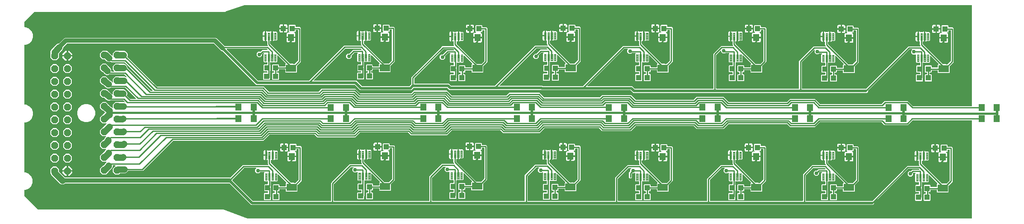
<source format=gbr>
G04 EAGLE Gerber RS-274X export*
G75*
%MOMM*%
%FSLAX34Y34*%
%LPD*%
%INTop Copper*%
%IPPOS*%
%AMOC8*
5,1,8,0,0,1.08239X$1,22.5*%
G01*
%ADD10R,1.200000X1.400000*%
%ADD11P,1.539592X8X112.500000*%
%ADD12R,2.000000X1.400000*%
%ADD13R,1.050000X1.080000*%
%ADD14R,1.000000X1.100000*%
%ADD15C,0.120000*%
%ADD16C,0.254000*%
%ADD17C,0.756400*%
%ADD18C,0.508000*%
%ADD19C,0.812800*%
%ADD20C,1.270000*%
%ADD21C,0.406400*%
%ADD22C,0.304800*%

G36*
X1626122Y-50543D02*
X1626122Y-50543D01*
X1626145Y-50544D01*
X1632241Y-50245D01*
X1632242Y-50245D01*
X1632243Y-50245D01*
X1632364Y-50218D01*
X1632482Y-50193D01*
X1632483Y-50193D01*
X1632484Y-50193D01*
X1632588Y-50130D01*
X1632693Y-50068D01*
X1632694Y-50067D01*
X1632695Y-50066D01*
X1632775Y-49972D01*
X1632854Y-49881D01*
X1632854Y-49880D01*
X1632855Y-49879D01*
X1632901Y-49766D01*
X1632946Y-49653D01*
X1632946Y-49652D01*
X1632947Y-49651D01*
X1632965Y-49485D01*
X1632965Y144196D01*
X1632962Y144216D01*
X1632964Y144235D01*
X1632942Y144337D01*
X1632926Y144439D01*
X1632916Y144456D01*
X1632912Y144476D01*
X1632859Y144565D01*
X1632810Y144656D01*
X1632796Y144670D01*
X1632786Y144687D01*
X1632707Y144754D01*
X1632632Y144825D01*
X1632614Y144834D01*
X1632599Y144847D01*
X1632503Y144885D01*
X1632409Y144929D01*
X1632389Y144931D01*
X1632371Y144939D01*
X1632204Y144957D01*
X1516454Y144957D01*
X1516364Y144942D01*
X1516273Y144935D01*
X1516243Y144923D01*
X1516211Y144917D01*
X1516131Y144875D01*
X1516047Y144839D01*
X1516015Y144813D01*
X1515994Y144802D01*
X1515972Y144779D01*
X1515916Y144734D01*
X1506421Y135239D01*
X1459791Y135239D01*
X1457931Y137099D01*
X1454284Y140746D01*
X1454210Y140799D01*
X1454141Y140859D01*
X1454111Y140871D01*
X1454084Y140890D01*
X1453997Y140917D01*
X1453912Y140951D01*
X1453872Y140955D01*
X1453849Y140962D01*
X1453817Y140961D01*
X1453746Y140969D01*
X1332286Y140969D01*
X1332196Y140955D01*
X1332105Y140947D01*
X1332075Y140935D01*
X1332043Y140930D01*
X1331962Y140887D01*
X1331878Y140851D01*
X1331846Y140825D01*
X1331825Y140814D01*
X1331803Y140791D01*
X1331747Y140746D01*
X1324290Y133289D01*
X1322430Y131429D01*
X1272434Y131429D01*
X1270574Y133289D01*
X1266927Y136936D01*
X1266853Y136989D01*
X1266783Y137049D01*
X1266753Y137061D01*
X1266727Y137080D01*
X1266640Y137107D01*
X1266555Y137141D01*
X1266514Y137145D01*
X1266492Y137152D01*
X1266460Y137151D01*
X1266388Y137159D01*
X1150835Y137159D01*
X1150745Y137145D01*
X1150654Y137137D01*
X1150624Y137125D01*
X1150592Y137120D01*
X1150512Y137077D01*
X1150428Y137041D01*
X1150396Y137015D01*
X1150375Y137004D01*
X1150353Y136981D01*
X1150297Y136936D01*
X1140980Y127619D01*
X1087616Y127619D01*
X1082109Y133126D01*
X1082035Y133179D01*
X1081966Y133239D01*
X1081936Y133251D01*
X1081910Y133270D01*
X1081823Y133297D01*
X1081738Y133331D01*
X1081697Y133335D01*
X1081674Y133342D01*
X1081642Y133341D01*
X1081571Y133349D01*
X967352Y133349D01*
X967262Y133335D01*
X967171Y133327D01*
X967142Y133315D01*
X967110Y133310D01*
X967029Y133267D01*
X966945Y133231D01*
X966913Y133205D01*
X966892Y133194D01*
X966870Y133171D01*
X966814Y133126D01*
X957243Y123555D01*
X899825Y123555D01*
X894572Y128808D01*
X894498Y128861D01*
X894429Y128921D01*
X894399Y128933D01*
X894372Y128952D01*
X894286Y128979D01*
X894201Y129013D01*
X894160Y129017D01*
X894137Y129024D01*
X894105Y129023D01*
X894034Y129031D01*
X786156Y129031D01*
X786066Y129017D01*
X785975Y129009D01*
X785945Y128997D01*
X785913Y128992D01*
X785832Y128949D01*
X785748Y128913D01*
X785716Y128887D01*
X785696Y128876D01*
X785673Y128853D01*
X785617Y128808D01*
X776300Y119491D01*
X703807Y119491D01*
X698300Y124998D01*
X698226Y125051D01*
X698157Y125111D01*
X698127Y125123D01*
X698101Y125142D01*
X698014Y125169D01*
X697929Y125203D01*
X697888Y125207D01*
X697865Y125214D01*
X697833Y125213D01*
X697762Y125221D01*
X603181Y125221D01*
X603091Y125207D01*
X603000Y125199D01*
X602970Y125187D01*
X602938Y125182D01*
X602858Y125139D01*
X602774Y125103D01*
X602742Y125077D01*
X602721Y125066D01*
X602699Y125043D01*
X602643Y124998D01*
X592818Y115173D01*
X521428Y115173D01*
X515921Y120680D01*
X515847Y120733D01*
X515778Y120793D01*
X515748Y120805D01*
X515722Y120824D01*
X515635Y120851D01*
X515550Y120885D01*
X515509Y120889D01*
X515486Y120896D01*
X515454Y120895D01*
X515383Y120903D01*
X421223Y120903D01*
X421132Y120889D01*
X421042Y120881D01*
X421012Y120869D01*
X420980Y120864D01*
X420899Y120821D01*
X420815Y120785D01*
X420783Y120759D01*
X420762Y120748D01*
X420740Y120725D01*
X420684Y120680D01*
X411113Y111109D01*
X335798Y111109D01*
X330393Y116515D01*
X330319Y116568D01*
X330249Y116627D01*
X330219Y116639D01*
X330193Y116658D01*
X330106Y116685D01*
X330021Y116719D01*
X329980Y116724D01*
X329958Y116731D01*
X329926Y116730D01*
X329854Y116738D01*
X242053Y116738D01*
X241963Y116723D01*
X241872Y116716D01*
X241842Y116703D01*
X241810Y116698D01*
X241729Y116655D01*
X241646Y116620D01*
X241613Y116594D01*
X241593Y116583D01*
X241571Y116560D01*
X241515Y116515D01*
X229292Y104292D01*
X50673Y104292D01*
X50583Y104277D01*
X50492Y104270D01*
X50462Y104257D01*
X50430Y104252D01*
X50349Y104209D01*
X50265Y104174D01*
X50233Y104148D01*
X50213Y104137D01*
X50190Y104114D01*
X50135Y104069D01*
X-9612Y44322D01*
X-39065Y44322D01*
X-39179Y44303D01*
X-39296Y44286D01*
X-39301Y44284D01*
X-39307Y44283D01*
X-39410Y44228D01*
X-39515Y44175D01*
X-39519Y44170D01*
X-39525Y44167D01*
X-39605Y44083D01*
X-39687Y43999D01*
X-39691Y43993D01*
X-39694Y43989D01*
X-39702Y43972D01*
X-39768Y43852D01*
X-40263Y42656D01*
X-42478Y40441D01*
X-45373Y39242D01*
X-54730Y39242D01*
X-54820Y39228D01*
X-54911Y39220D01*
X-54941Y39208D01*
X-54973Y39203D01*
X-55054Y39160D01*
X-55138Y39124D01*
X-55170Y39098D01*
X-55191Y39087D01*
X-55213Y39064D01*
X-55269Y39019D01*
X-57179Y37109D01*
X-64334Y37109D01*
X-69394Y42168D01*
X-69394Y49323D01*
X-64416Y54300D01*
X-64374Y54359D01*
X-64325Y54411D01*
X-64303Y54458D01*
X-64272Y54500D01*
X-64251Y54569D01*
X-64221Y54634D01*
X-64215Y54685D01*
X-64200Y54735D01*
X-64202Y54807D01*
X-64194Y54878D01*
X-64205Y54929D01*
X-64206Y54981D01*
X-64231Y55048D01*
X-64246Y55118D01*
X-64273Y55163D01*
X-64291Y55212D01*
X-64336Y55268D01*
X-64372Y55330D01*
X-64412Y55363D01*
X-64445Y55404D01*
X-64505Y55443D01*
X-64559Y55489D01*
X-64608Y55509D01*
X-64651Y55537D01*
X-64721Y55555D01*
X-64788Y55581D01*
X-64859Y55589D01*
X-64890Y55597D01*
X-64913Y55595D01*
X-64954Y55600D01*
X-69037Y55600D01*
X-69057Y55597D01*
X-69077Y55599D01*
X-69178Y55577D01*
X-69280Y55560D01*
X-69298Y55551D01*
X-69317Y55547D01*
X-69406Y55493D01*
X-69497Y55445D01*
X-69511Y55431D01*
X-69528Y55420D01*
X-69595Y55342D01*
X-69667Y55267D01*
X-69675Y55249D01*
X-69688Y55233D01*
X-69727Y55137D01*
X-69770Y55044D01*
X-69773Y55024D01*
X-69780Y55005D01*
X-69798Y54839D01*
X-69798Y52663D01*
X-70997Y49768D01*
X-77297Y43468D01*
X-77350Y43395D01*
X-77410Y43325D01*
X-77422Y43295D01*
X-77441Y43269D01*
X-77467Y43182D01*
X-77502Y43097D01*
X-77506Y43056D01*
X-77513Y43034D01*
X-77512Y43001D01*
X-77520Y42930D01*
X-77520Y42168D01*
X-82579Y37109D01*
X-89734Y37109D01*
X-94794Y42168D01*
X-94794Y49323D01*
X-89734Y54382D01*
X-88972Y54382D01*
X-88882Y54397D01*
X-88791Y54404D01*
X-88761Y54417D01*
X-88729Y54422D01*
X-88649Y54464D01*
X-88565Y54500D01*
X-88532Y54526D01*
X-88512Y54537D01*
X-88490Y54560D01*
X-88434Y54605D01*
X-84833Y58205D01*
X-84795Y58258D01*
X-84749Y58305D01*
X-84709Y58378D01*
X-84690Y58405D01*
X-84684Y58424D01*
X-84668Y58452D01*
X-84349Y59223D01*
X-82363Y61209D01*
X-82321Y61267D01*
X-82272Y61319D01*
X-82250Y61367D01*
X-82220Y61409D01*
X-82198Y61477D01*
X-82168Y61542D01*
X-82162Y61594D01*
X-82147Y61644D01*
X-82149Y61716D01*
X-82141Y61787D01*
X-82152Y61838D01*
X-82154Y61890D01*
X-82178Y61957D01*
X-82193Y62027D01*
X-82220Y62072D01*
X-82238Y62121D01*
X-82283Y62177D01*
X-82320Y62238D01*
X-82359Y62272D01*
X-82392Y62313D01*
X-82452Y62352D01*
X-82506Y62398D01*
X-82555Y62418D01*
X-82599Y62446D01*
X-82668Y62463D01*
X-82735Y62490D01*
X-82806Y62498D01*
X-82837Y62506D01*
X-82860Y62504D01*
X-82901Y62509D01*
X-89734Y62509D01*
X-94794Y67568D01*
X-94794Y74723D01*
X-89734Y79782D01*
X-88972Y79782D01*
X-88882Y79797D01*
X-88791Y79804D01*
X-88761Y79817D01*
X-88729Y79822D01*
X-88649Y79864D01*
X-88565Y79900D01*
X-88532Y79926D01*
X-88512Y79937D01*
X-88490Y79960D01*
X-88434Y80005D01*
X-85985Y82454D01*
X-85947Y82507D01*
X-85901Y82554D01*
X-85861Y82627D01*
X-85841Y82653D01*
X-85836Y82672D01*
X-85820Y82701D01*
X-84908Y84903D01*
X-83201Y86609D01*
X-83159Y86667D01*
X-83110Y86719D01*
X-83088Y86767D01*
X-83058Y86809D01*
X-83037Y86877D01*
X-83006Y86942D01*
X-83001Y86994D01*
X-82985Y87044D01*
X-82987Y87116D01*
X-82979Y87187D01*
X-82990Y87238D01*
X-82992Y87290D01*
X-83016Y87357D01*
X-83032Y87427D01*
X-83058Y87472D01*
X-83076Y87521D01*
X-83121Y87577D01*
X-83158Y87638D01*
X-83197Y87672D01*
X-83230Y87713D01*
X-83290Y87752D01*
X-83345Y87798D01*
X-83393Y87818D01*
X-83437Y87846D01*
X-83506Y87863D01*
X-83573Y87890D01*
X-83644Y87898D01*
X-83675Y87906D01*
X-83699Y87904D01*
X-83740Y87909D01*
X-89734Y87909D01*
X-94794Y92968D01*
X-94794Y100123D01*
X-89734Y105182D01*
X-88972Y105182D01*
X-88882Y105197D01*
X-88791Y105204D01*
X-88761Y105217D01*
X-88729Y105222D01*
X-88648Y105265D01*
X-88565Y105300D01*
X-88532Y105326D01*
X-88512Y105337D01*
X-88490Y105360D01*
X-88434Y105405D01*
X-85893Y107945D01*
X-85855Y107999D01*
X-85809Y108045D01*
X-85769Y108118D01*
X-85750Y108145D01*
X-85744Y108164D01*
X-85728Y108192D01*
X-85086Y109744D01*
X-82820Y112009D01*
X-82778Y112067D01*
X-82729Y112119D01*
X-82707Y112167D01*
X-82677Y112209D01*
X-82656Y112277D01*
X-82625Y112342D01*
X-82620Y112394D01*
X-82604Y112444D01*
X-82606Y112516D01*
X-82598Y112587D01*
X-82609Y112638D01*
X-82611Y112690D01*
X-82635Y112757D01*
X-82651Y112827D01*
X-82677Y112872D01*
X-82695Y112921D01*
X-82740Y112977D01*
X-82777Y113038D01*
X-82816Y113072D01*
X-82849Y113113D01*
X-82909Y113152D01*
X-82964Y113198D01*
X-83012Y113218D01*
X-83056Y113246D01*
X-83125Y113263D01*
X-83192Y113290D01*
X-83263Y113298D01*
X-83294Y113306D01*
X-83318Y113304D01*
X-83359Y113309D01*
X-89734Y113309D01*
X-94794Y118368D01*
X-94794Y125523D01*
X-89734Y130582D01*
X-88972Y130582D01*
X-88882Y130597D01*
X-88791Y130604D01*
X-88761Y130617D01*
X-88729Y130622D01*
X-88648Y130665D01*
X-88565Y130700D01*
X-88532Y130726D01*
X-88512Y130737D01*
X-88490Y130760D01*
X-88434Y130805D01*
X-83497Y135741D01*
X-83459Y135795D01*
X-83413Y135842D01*
X-83373Y135914D01*
X-83354Y135941D01*
X-83348Y135960D01*
X-83332Y135988D01*
X-83282Y136109D01*
X-81982Y137409D01*
X-81940Y137467D01*
X-81891Y137519D01*
X-81869Y137567D01*
X-81839Y137609D01*
X-81817Y137677D01*
X-81787Y137742D01*
X-81781Y137794D01*
X-81766Y137844D01*
X-81768Y137916D01*
X-81760Y137987D01*
X-81771Y138038D01*
X-81773Y138090D01*
X-81797Y138157D01*
X-81812Y138227D01*
X-81839Y138272D01*
X-81857Y138321D01*
X-81902Y138377D01*
X-81939Y138438D01*
X-81978Y138472D01*
X-82011Y138513D01*
X-82071Y138552D01*
X-82125Y138598D01*
X-82174Y138618D01*
X-82218Y138646D01*
X-82287Y138663D01*
X-82354Y138690D01*
X-82425Y138698D01*
X-82456Y138706D01*
X-82479Y138704D01*
X-82520Y138709D01*
X-89734Y138709D01*
X-94794Y143768D01*
X-94794Y150923D01*
X-89734Y155982D01*
X-88972Y155982D01*
X-88882Y155997D01*
X-88791Y156004D01*
X-88761Y156017D01*
X-88729Y156022D01*
X-88649Y156065D01*
X-88565Y156100D01*
X-88532Y156126D01*
X-88512Y156137D01*
X-88490Y156160D01*
X-88434Y156205D01*
X-85132Y159507D01*
X-85120Y159523D01*
X-85104Y159536D01*
X-85048Y159623D01*
X-84988Y159707D01*
X-84982Y159726D01*
X-84971Y159743D01*
X-84946Y159843D01*
X-84916Y159942D01*
X-84916Y159962D01*
X-84911Y159981D01*
X-84919Y160084D01*
X-84922Y160188D01*
X-84929Y160207D01*
X-84930Y160226D01*
X-84971Y160321D01*
X-85007Y160419D01*
X-85019Y160434D01*
X-85027Y160453D01*
X-85132Y160584D01*
X-88434Y163886D01*
X-88508Y163939D01*
X-88577Y163998D01*
X-88607Y164010D01*
X-88633Y164029D01*
X-88720Y164056D01*
X-88805Y164090D01*
X-88846Y164095D01*
X-88868Y164102D01*
X-88901Y164101D01*
X-88972Y164109D01*
X-89734Y164109D01*
X-94794Y169168D01*
X-94794Y176323D01*
X-89734Y181382D01*
X-82579Y181382D01*
X-77520Y176323D01*
X-77520Y175560D01*
X-77505Y175470D01*
X-77498Y175379D01*
X-77486Y175350D01*
X-77480Y175318D01*
X-77438Y175237D01*
X-77402Y175153D01*
X-77376Y175121D01*
X-77365Y175100D01*
X-77342Y175078D01*
X-77334Y175069D01*
X-77326Y175055D01*
X-77317Y175048D01*
X-77297Y175022D01*
X-73687Y171412D01*
X-73634Y171374D01*
X-73587Y171328D01*
X-73514Y171288D01*
X-73487Y171268D01*
X-73469Y171263D01*
X-73440Y171247D01*
X-72019Y170658D01*
X-70693Y169333D01*
X-70635Y169291D01*
X-70583Y169241D01*
X-70536Y169219D01*
X-70493Y169189D01*
X-70425Y169168D01*
X-70360Y169138D01*
X-70308Y169132D01*
X-70258Y169117D01*
X-70186Y169119D01*
X-70115Y169111D01*
X-70064Y169122D01*
X-70012Y169123D01*
X-69945Y169148D01*
X-69875Y169163D01*
X-69830Y169190D01*
X-69781Y169207D01*
X-69725Y169252D01*
X-69664Y169289D01*
X-69630Y169329D01*
X-69589Y169361D01*
X-69551Y169421D01*
X-69504Y169476D01*
X-69484Y169524D01*
X-69456Y169568D01*
X-69439Y169638D01*
X-69412Y169704D01*
X-69404Y169775D01*
X-69396Y169807D01*
X-69398Y169830D01*
X-69394Y169871D01*
X-69394Y176323D01*
X-64334Y181382D01*
X-57179Y181382D01*
X-56640Y180843D01*
X-56566Y180790D01*
X-56497Y180730D01*
X-56467Y180718D01*
X-56441Y180700D01*
X-56354Y180673D01*
X-56269Y180639D01*
X-56228Y180634D01*
X-56205Y180627D01*
X-56173Y180628D01*
X-56102Y180620D01*
X-46922Y180620D01*
X-46742Y180545D01*
X-46647Y180523D01*
X-46554Y180495D01*
X-46528Y180495D01*
X-46503Y180489D01*
X-46406Y180498D01*
X-46308Y180501D01*
X-46284Y180510D01*
X-46258Y180512D01*
X-46169Y180552D01*
X-46077Y180585D01*
X-46057Y180602D01*
X-46033Y180612D01*
X-45961Y180678D01*
X-45885Y180739D01*
X-45871Y180761D01*
X-45852Y180779D01*
X-45805Y180864D01*
X-45752Y180946D01*
X-45746Y180971D01*
X-45733Y180994D01*
X-45716Y181090D01*
X-45692Y181185D01*
X-45694Y181211D01*
X-45690Y181236D01*
X-45704Y181333D01*
X-45711Y181430D01*
X-45721Y181454D01*
X-45725Y181480D01*
X-45770Y181567D01*
X-45808Y181656D01*
X-45828Y181682D01*
X-45837Y181699D01*
X-45860Y181722D01*
X-45912Y181787D01*
X-48306Y184180D01*
X-48380Y184233D01*
X-48449Y184293D01*
X-48479Y184305D01*
X-48505Y184324D01*
X-48593Y184351D01*
X-48677Y184385D01*
X-48718Y184389D01*
X-48740Y184396D01*
X-48773Y184395D01*
X-48844Y184403D01*
X-74189Y184403D01*
X-74254Y184393D01*
X-74320Y184392D01*
X-74400Y184369D01*
X-74432Y184364D01*
X-74449Y184354D01*
X-74481Y184345D01*
X-75751Y183819D01*
X-78884Y183819D01*
X-81778Y185018D01*
X-86046Y189286D01*
X-86120Y189339D01*
X-86189Y189398D01*
X-86220Y189410D01*
X-86246Y189429D01*
X-86333Y189456D01*
X-86418Y189490D01*
X-86458Y189495D01*
X-86481Y189502D01*
X-86513Y189501D01*
X-86584Y189509D01*
X-89734Y189509D01*
X-94794Y194568D01*
X-94794Y201723D01*
X-89734Y206782D01*
X-82579Y206782D01*
X-81652Y205855D01*
X-81599Y205816D01*
X-81552Y205770D01*
X-81479Y205730D01*
X-81452Y205711D01*
X-81434Y205705D01*
X-81405Y205690D01*
X-79308Y204821D01*
X-70693Y196206D01*
X-70635Y196164D01*
X-70583Y196115D01*
X-70536Y196093D01*
X-70493Y196062D01*
X-70425Y196041D01*
X-70360Y196011D01*
X-70308Y196005D01*
X-70258Y195990D01*
X-70186Y195992D01*
X-70115Y195984D01*
X-70064Y195995D01*
X-70012Y195996D01*
X-69945Y196021D01*
X-69875Y196036D01*
X-69830Y196063D01*
X-69781Y196081D01*
X-69725Y196126D01*
X-69664Y196162D01*
X-69630Y196202D01*
X-69589Y196234D01*
X-69551Y196295D01*
X-69504Y196349D01*
X-69484Y196398D01*
X-69456Y196441D01*
X-69439Y196511D01*
X-69412Y196577D01*
X-69404Y196649D01*
X-69396Y196680D01*
X-69398Y196703D01*
X-69394Y196744D01*
X-69394Y201723D01*
X-64334Y206782D01*
X-57179Y206782D01*
X-56640Y206243D01*
X-56566Y206190D01*
X-56497Y206130D01*
X-56467Y206118D01*
X-56441Y206100D01*
X-56354Y206073D01*
X-56269Y206039D01*
X-56228Y206034D01*
X-56205Y206027D01*
X-56173Y206028D01*
X-56102Y206020D01*
X-47862Y206020D01*
X-44968Y204821D01*
X-42219Y202073D01*
X-41020Y199178D01*
X-41020Y196046D01*
X-41516Y194850D01*
X-41525Y194809D01*
X-41538Y194782D01*
X-41543Y194733D01*
X-41571Y194623D01*
X-41570Y194616D01*
X-41572Y194610D01*
X-41561Y194494D01*
X-41552Y194377D01*
X-41549Y194372D01*
X-41549Y194365D01*
X-41501Y194257D01*
X-41455Y194151D01*
X-41451Y194145D01*
X-41449Y194141D01*
X-41436Y194127D01*
X-41351Y194020D01*
X-34640Y187310D01*
X-34566Y187257D01*
X-34497Y187197D01*
X-34467Y187185D01*
X-34441Y187166D01*
X-34354Y187139D01*
X-34269Y187105D01*
X-34228Y187101D01*
X-34206Y187094D01*
X-34173Y187095D01*
X-34102Y187087D01*
X-24068Y187087D01*
X-23998Y187098D01*
X-23926Y187100D01*
X-23877Y187118D01*
X-23826Y187126D01*
X-23762Y187160D01*
X-23695Y187185D01*
X-23654Y187217D01*
X-23608Y187242D01*
X-23559Y187294D01*
X-23503Y187338D01*
X-23475Y187382D01*
X-23439Y187420D01*
X-23409Y187485D01*
X-23370Y187545D01*
X-23357Y187596D01*
X-23335Y187643D01*
X-23327Y187714D01*
X-23310Y187784D01*
X-23314Y187836D01*
X-23308Y187887D01*
X-23324Y187958D01*
X-23329Y188029D01*
X-23349Y188077D01*
X-23361Y188128D01*
X-23397Y188189D01*
X-23425Y188255D01*
X-23470Y188311D01*
X-23487Y188339D01*
X-23504Y188354D01*
X-23530Y188386D01*
X-44775Y209631D01*
X-44849Y209684D01*
X-44918Y209744D01*
X-44949Y209756D01*
X-44975Y209775D01*
X-45062Y209801D01*
X-45147Y209836D01*
X-45188Y209840D01*
X-45210Y209847D01*
X-45242Y209846D01*
X-45313Y209854D01*
X-72623Y209854D01*
X-72713Y209839D01*
X-72804Y209832D01*
X-72834Y209820D01*
X-72866Y209814D01*
X-72946Y209772D01*
X-73030Y209736D01*
X-73062Y209710D01*
X-73083Y209699D01*
X-73105Y209676D01*
X-73161Y209631D01*
X-73212Y209580D01*
X-76107Y208381D01*
X-80433Y208381D01*
X-83328Y209580D01*
X-85650Y211902D01*
X-88434Y214686D01*
X-88508Y214739D01*
X-88577Y214798D01*
X-88607Y214810D01*
X-88633Y214829D01*
X-88720Y214856D01*
X-88805Y214890D01*
X-88846Y214895D01*
X-88868Y214902D01*
X-88901Y214901D01*
X-88972Y214909D01*
X-89734Y214909D01*
X-94794Y219968D01*
X-94794Y227123D01*
X-89734Y232182D01*
X-82579Y232182D01*
X-77520Y227123D01*
X-77520Y226360D01*
X-77505Y226270D01*
X-77498Y226179D01*
X-77486Y226150D01*
X-77480Y226118D01*
X-77438Y226037D01*
X-77402Y225953D01*
X-77376Y225921D01*
X-77365Y225900D01*
X-77342Y225878D01*
X-77297Y225822D01*
X-75358Y223883D01*
X-75304Y223845D01*
X-75258Y223799D01*
X-75185Y223758D01*
X-75158Y223739D01*
X-75139Y223733D01*
X-75111Y223718D01*
X-73212Y222931D01*
X-70997Y220716D01*
X-70858Y220380D01*
X-70807Y220297D01*
X-70761Y220211D01*
X-70742Y220193D01*
X-70728Y220171D01*
X-70653Y220109D01*
X-70583Y220042D01*
X-70559Y220031D01*
X-70539Y220014D01*
X-70448Y219979D01*
X-70360Y219938D01*
X-70334Y219935D01*
X-70309Y219926D01*
X-70212Y219922D01*
X-70115Y219911D01*
X-70090Y219917D01*
X-70064Y219916D01*
X-69970Y219943D01*
X-69875Y219963D01*
X-69853Y219977D01*
X-69827Y219984D01*
X-69747Y220040D01*
X-69664Y220090D01*
X-69647Y220109D01*
X-69625Y220124D01*
X-69567Y220202D01*
X-69504Y220276D01*
X-69494Y220301D01*
X-69479Y220322D01*
X-69448Y220414D01*
X-69412Y220505D01*
X-69408Y220537D01*
X-69402Y220556D01*
X-69403Y220589D01*
X-69394Y220671D01*
X-69394Y227123D01*
X-64334Y232182D01*
X-57179Y232182D01*
X-56640Y231643D01*
X-56566Y231590D01*
X-56497Y231530D01*
X-56467Y231518D01*
X-56441Y231500D01*
X-56354Y231473D01*
X-56269Y231439D01*
X-56228Y231434D01*
X-56205Y231427D01*
X-56173Y231428D01*
X-56102Y231420D01*
X-49874Y231420D01*
X-49809Y231431D01*
X-49744Y231431D01*
X-49664Y231455D01*
X-49631Y231460D01*
X-49614Y231469D01*
X-49582Y231478D01*
X-49293Y231598D01*
X-46160Y231598D01*
X-43205Y230374D01*
X-43110Y230352D01*
X-43017Y230323D01*
X-42991Y230324D01*
X-42965Y230318D01*
X-42869Y230327D01*
X-42771Y230329D01*
X-42747Y230338D01*
X-42721Y230341D01*
X-42632Y230380D01*
X-42540Y230414D01*
X-42520Y230430D01*
X-42496Y230441D01*
X-42424Y230507D01*
X-42348Y230567D01*
X-42334Y230589D01*
X-42315Y230607D01*
X-42268Y230693D01*
X-42215Y230774D01*
X-42209Y230800D01*
X-42196Y230823D01*
X-42179Y230919D01*
X-42155Y231013D01*
X-42157Y231039D01*
X-42152Y231065D01*
X-42167Y231161D01*
X-42174Y231258D01*
X-42184Y231282D01*
X-42188Y231308D01*
X-42232Y231395D01*
X-42271Y231484D01*
X-42291Y231510D01*
X-42300Y231527D01*
X-42323Y231550D01*
X-42375Y231615D01*
X-46223Y235463D01*
X-46297Y235516D01*
X-46366Y235575D01*
X-46396Y235588D01*
X-46423Y235606D01*
X-46510Y235633D01*
X-46594Y235667D01*
X-46635Y235672D01*
X-46658Y235679D01*
X-46690Y235678D01*
X-46761Y235686D01*
X-75935Y235686D01*
X-75999Y235675D01*
X-76065Y235675D01*
X-76145Y235651D01*
X-76178Y235646D01*
X-76179Y235645D01*
X-76180Y235645D01*
X-76196Y235637D01*
X-76226Y235628D01*
X-78723Y234594D01*
X-81856Y234594D01*
X-84750Y235793D01*
X-86965Y238008D01*
X-87338Y238908D01*
X-87373Y238964D01*
X-87399Y239024D01*
X-87451Y239089D01*
X-87468Y239117D01*
X-87483Y239130D01*
X-87503Y239155D01*
X-88434Y240086D01*
X-88508Y240139D01*
X-88577Y240198D01*
X-88607Y240210D01*
X-88633Y240229D01*
X-88720Y240256D01*
X-88805Y240290D01*
X-88846Y240295D01*
X-88868Y240302D01*
X-88901Y240301D01*
X-88972Y240309D01*
X-89734Y240309D01*
X-94794Y245368D01*
X-94794Y252523D01*
X-89734Y257582D01*
X-82579Y257582D01*
X-77520Y252523D01*
X-77520Y251760D01*
X-77505Y251670D01*
X-77498Y251579D01*
X-77486Y251550D01*
X-77480Y251518D01*
X-77438Y251437D01*
X-77402Y251353D01*
X-77376Y251321D01*
X-77365Y251300D01*
X-77342Y251278D01*
X-77297Y251222D01*
X-73614Y247539D01*
X-72415Y244644D01*
X-72415Y242037D01*
X-72411Y242017D01*
X-72414Y241997D01*
X-72392Y241896D01*
X-72375Y241794D01*
X-72366Y241776D01*
X-72361Y241757D01*
X-72308Y241668D01*
X-72260Y241576D01*
X-72245Y241563D01*
X-72235Y241546D01*
X-72156Y241478D01*
X-72081Y241407D01*
X-72063Y241399D01*
X-72048Y241386D01*
X-71952Y241347D01*
X-71858Y241303D01*
X-71839Y241301D01*
X-71820Y241294D01*
X-71653Y241275D01*
X-67139Y241275D01*
X-67068Y241287D01*
X-66996Y241289D01*
X-66947Y241307D01*
X-66896Y241315D01*
X-66833Y241349D01*
X-66765Y241373D01*
X-66725Y241406D01*
X-66679Y241430D01*
X-66629Y241482D01*
X-66573Y241527D01*
X-66545Y241571D01*
X-66509Y241609D01*
X-66479Y241673D01*
X-66440Y241734D01*
X-66428Y241784D01*
X-66406Y241832D01*
X-66398Y241903D01*
X-66380Y241972D01*
X-66384Y242024D01*
X-66379Y242076D01*
X-66394Y242146D01*
X-66399Y242218D01*
X-66420Y242265D01*
X-66431Y242316D01*
X-66468Y242378D01*
X-66496Y242444D01*
X-66540Y242500D01*
X-66557Y242528D01*
X-66575Y242543D01*
X-66600Y242575D01*
X-69394Y245368D01*
X-69394Y252523D01*
X-64334Y257582D01*
X-57179Y257582D01*
X-56640Y257043D01*
X-56566Y256990D01*
X-56497Y256930D01*
X-56467Y256918D01*
X-56441Y256900D01*
X-56354Y256873D01*
X-56269Y256839D01*
X-56228Y256834D01*
X-56206Y256827D01*
X-56173Y256828D01*
X-56102Y256820D01*
X-50431Y256820D01*
X-50366Y256831D01*
X-50300Y256831D01*
X-50220Y256855D01*
X-50188Y256860D01*
X-50171Y256869D01*
X-50164Y256871D01*
X-47024Y256871D01*
X-44129Y255672D01*
X-41914Y253457D01*
X-40715Y250563D01*
X-40715Y249682D01*
X-40701Y249592D01*
X-40694Y249501D01*
X-40681Y249471D01*
X-40676Y249439D01*
X-40633Y249358D01*
X-40597Y249274D01*
X-40572Y249242D01*
X-40561Y249222D01*
X-40537Y249199D01*
X-40492Y249143D01*
X5085Y203566D01*
X5159Y203513D01*
X5229Y203453D01*
X5259Y203441D01*
X5285Y203422D01*
X5372Y203395D01*
X5457Y203361D01*
X5498Y203357D01*
X5520Y203350D01*
X5552Y203351D01*
X5624Y203343D01*
X8697Y203343D01*
X8768Y203354D01*
X8840Y203356D01*
X8889Y203374D01*
X8940Y203382D01*
X9003Y203416D01*
X9071Y203441D01*
X9112Y203473D01*
X9158Y203498D01*
X9207Y203549D01*
X9263Y203594D01*
X9291Y203638D01*
X9327Y203676D01*
X9357Y203741D01*
X9396Y203801D01*
X9409Y203852D01*
X9431Y203899D01*
X9439Y203970D01*
X9456Y204040D01*
X9452Y204092D01*
X9458Y204143D01*
X9442Y204214D01*
X9437Y204285D01*
X9417Y204333D01*
X9405Y204384D01*
X9369Y204445D01*
X9341Y204511D01*
X9296Y204567D01*
X9279Y204595D01*
X9261Y204610D01*
X9236Y204642D01*
X-45893Y259771D01*
X-45967Y259824D01*
X-46036Y259883D01*
X-46066Y259895D01*
X-46092Y259914D01*
X-46179Y259941D01*
X-46264Y259975D01*
X-46305Y259980D01*
X-46327Y259987D01*
X-46360Y259986D01*
X-46431Y259994D01*
X-72532Y259994D01*
X-73065Y260527D01*
X-73159Y260595D01*
X-73254Y260665D01*
X-73260Y260667D01*
X-73265Y260671D01*
X-73376Y260705D01*
X-73488Y260741D01*
X-73494Y260741D01*
X-73500Y260743D01*
X-73617Y260740D01*
X-73734Y260739D01*
X-73741Y260737D01*
X-73746Y260737D01*
X-73763Y260730D01*
X-73895Y260692D01*
X-75091Y260197D01*
X-78224Y260197D01*
X-81118Y261396D01*
X-85208Y265486D01*
X-85282Y265539D01*
X-85351Y265598D01*
X-85381Y265610D01*
X-85408Y265629D01*
X-85494Y265656D01*
X-85579Y265690D01*
X-85620Y265695D01*
X-85643Y265702D01*
X-85675Y265701D01*
X-85746Y265709D01*
X-89734Y265709D01*
X-94794Y270768D01*
X-94794Y277923D01*
X-89734Y282982D01*
X-82579Y282982D01*
X-82040Y282443D01*
X-81966Y282390D01*
X-81897Y282330D01*
X-81867Y282318D01*
X-81841Y282300D01*
X-81754Y282273D01*
X-81669Y282239D01*
X-81628Y282234D01*
X-81605Y282227D01*
X-81573Y282228D01*
X-81502Y282220D01*
X-81365Y282220D01*
X-78470Y281021D01*
X-70693Y273244D01*
X-70635Y273202D01*
X-70583Y273153D01*
X-70536Y273131D01*
X-70493Y273100D01*
X-70425Y273079D01*
X-70360Y273049D01*
X-70308Y273043D01*
X-70258Y273028D01*
X-70186Y273030D01*
X-70115Y273022D01*
X-70064Y273033D01*
X-70012Y273034D01*
X-69945Y273059D01*
X-69875Y273074D01*
X-69830Y273101D01*
X-69781Y273119D01*
X-69725Y273164D01*
X-69664Y273200D01*
X-69630Y273240D01*
X-69589Y273273D01*
X-69551Y273333D01*
X-69504Y273387D01*
X-69484Y273436D01*
X-69456Y273480D01*
X-69439Y273549D01*
X-69412Y273616D01*
X-69404Y273687D01*
X-69396Y273718D01*
X-69398Y273741D01*
X-69394Y273782D01*
X-69394Y277923D01*
X-64334Y282982D01*
X-57179Y282982D01*
X-56640Y282443D01*
X-56566Y282390D01*
X-56497Y282330D01*
X-56467Y282318D01*
X-56441Y282300D01*
X-56354Y282273D01*
X-56269Y282239D01*
X-56228Y282234D01*
X-56205Y282227D01*
X-56173Y282228D01*
X-56102Y282220D01*
X-46363Y282220D01*
X-43469Y281021D01*
X-41254Y278806D01*
X-40055Y275912D01*
X-40055Y272779D01*
X-40550Y271583D01*
X-40577Y271470D01*
X-40606Y271356D01*
X-40605Y271350D01*
X-40607Y271344D01*
X-40596Y271226D01*
X-40587Y271111D01*
X-40584Y271105D01*
X-40584Y271099D01*
X-40535Y270991D01*
X-40490Y270884D01*
X-40486Y270879D01*
X-40484Y270874D01*
X-40471Y270860D01*
X-40385Y270753D01*
X18674Y211694D01*
X18748Y211641D01*
X18818Y211581D01*
X18848Y211569D01*
X18874Y211550D01*
X18961Y211523D01*
X19046Y211489D01*
X19087Y211485D01*
X19109Y211478D01*
X19141Y211479D01*
X19213Y211471D01*
X229663Y211471D01*
X239192Y201941D01*
X239266Y201888D01*
X239336Y201828D01*
X239366Y201816D01*
X239392Y201797D01*
X239479Y201771D01*
X239564Y201737D01*
X239605Y201732D01*
X239627Y201725D01*
X239659Y201726D01*
X239731Y201718D01*
X338533Y201718D01*
X338623Y201733D01*
X338714Y201740D01*
X338744Y201753D01*
X338776Y201758D01*
X338856Y201801D01*
X338940Y201836D01*
X338972Y201862D01*
X338993Y201873D01*
X339015Y201896D01*
X339071Y201941D01*
X344283Y207153D01*
X411540Y207153D01*
X420578Y198115D01*
X420651Y198062D01*
X420721Y198003D01*
X420751Y197990D01*
X420777Y197972D01*
X420864Y197945D01*
X420949Y197911D01*
X420990Y197906D01*
X421012Y197899D01*
X421045Y197900D01*
X421116Y197892D01*
X521047Y197892D01*
X521137Y197907D01*
X521228Y197914D01*
X521258Y197927D01*
X521290Y197932D01*
X521371Y197975D01*
X521455Y198010D01*
X521487Y198036D01*
X521507Y198047D01*
X521530Y198070D01*
X521586Y198115D01*
X527067Y203597D01*
X592818Y203597D01*
X602389Y194026D01*
X602463Y193973D01*
X602532Y193913D01*
X602562Y193901D01*
X602589Y193882D01*
X602676Y193855D01*
X602760Y193821D01*
X602801Y193817D01*
X602824Y193810D01*
X602856Y193811D01*
X602927Y193803D01*
X710297Y193803D01*
X710387Y193817D01*
X710478Y193825D01*
X710508Y193837D01*
X710540Y193842D01*
X710621Y193885D01*
X710705Y193921D01*
X710737Y193947D01*
X710757Y193958D01*
X710769Y193970D01*
X710771Y193971D01*
X710782Y193983D01*
X710836Y194026D01*
X716089Y199279D01*
X776300Y199279D01*
X785371Y190208D01*
X785445Y190155D01*
X785515Y190095D01*
X785545Y190083D01*
X785571Y190064D01*
X785658Y190038D01*
X785743Y190003D01*
X785784Y189999D01*
X785806Y189992D01*
X785838Y189993D01*
X785910Y189985D01*
X895222Y189985D01*
X895312Y190000D01*
X895403Y190007D01*
X895433Y190019D01*
X895465Y190025D01*
X895545Y190067D01*
X895629Y190103D01*
X895661Y190129D01*
X895682Y190140D01*
X895704Y190163D01*
X895707Y190165D01*
X895709Y190167D01*
X895760Y190208D01*
X900513Y194961D01*
X957243Y194961D01*
X966530Y185673D01*
X966604Y185620D01*
X966674Y185561D01*
X966704Y185549D01*
X966730Y185530D01*
X966817Y185503D01*
X966902Y185469D01*
X966943Y185464D01*
X966965Y185458D01*
X966997Y185458D01*
X967069Y185450D01*
X1081601Y185450D01*
X1081691Y185465D01*
X1081782Y185472D01*
X1081812Y185485D01*
X1081843Y185490D01*
X1081924Y185533D01*
X1082008Y185569D01*
X1082040Y185594D01*
X1082061Y185605D01*
X1082083Y185629D01*
X1082139Y185673D01*
X1087616Y191151D01*
X1140980Y191151D01*
X1150860Y181270D01*
X1150934Y181217D01*
X1151003Y181158D01*
X1151034Y181146D01*
X1151060Y181127D01*
X1151147Y181100D01*
X1151232Y181066D01*
X1151273Y181061D01*
X1151295Y181054D01*
X1151327Y181055D01*
X1151398Y181047D01*
X1266333Y181047D01*
X1266423Y181062D01*
X1266514Y181069D01*
X1266544Y181082D01*
X1266576Y181087D01*
X1266656Y181130D01*
X1266740Y181166D01*
X1266772Y181191D01*
X1266793Y181202D01*
X1266815Y181226D01*
X1266871Y181270D01*
X1272434Y186833D01*
X1322430Y186833D01*
X1332001Y177262D01*
X1332075Y177209D01*
X1332145Y177149D01*
X1332175Y177137D01*
X1332201Y177118D01*
X1332288Y177091D01*
X1332373Y177057D01*
X1332414Y177053D01*
X1332436Y177046D01*
X1332468Y177047D01*
X1332540Y177039D01*
X1453746Y177039D01*
X1453836Y177053D01*
X1453927Y177061D01*
X1453957Y177073D01*
X1453989Y177078D01*
X1454069Y177121D01*
X1454153Y177157D01*
X1454185Y177183D01*
X1454206Y177194D01*
X1454228Y177217D01*
X1454284Y177262D01*
X1457931Y180909D01*
X1459791Y182769D01*
X1506421Y182769D01*
X1516322Y172868D01*
X1516396Y172814D01*
X1516466Y172755D01*
X1516496Y172743D01*
X1516522Y172724D01*
X1516609Y172697D01*
X1516694Y172663D01*
X1516735Y172658D01*
X1516757Y172652D01*
X1516789Y172652D01*
X1516860Y172645D01*
X1632204Y172645D01*
X1632224Y172648D01*
X1632243Y172646D01*
X1632345Y172668D01*
X1632447Y172684D01*
X1632464Y172694D01*
X1632484Y172698D01*
X1632573Y172751D01*
X1632664Y172799D01*
X1632678Y172814D01*
X1632695Y172824D01*
X1632762Y172903D01*
X1632834Y172978D01*
X1632842Y172996D01*
X1632855Y173011D01*
X1632894Y173107D01*
X1632937Y173201D01*
X1632939Y173221D01*
X1632947Y173239D01*
X1632965Y173406D01*
X1632965Y372364D01*
X1632962Y372384D01*
X1632964Y372403D01*
X1632942Y372505D01*
X1632926Y372607D01*
X1632916Y372624D01*
X1632912Y372644D01*
X1632859Y372733D01*
X1632810Y372824D01*
X1632796Y372838D01*
X1632786Y372855D01*
X1632707Y372922D01*
X1632632Y372994D01*
X1632614Y373002D01*
X1632599Y373015D01*
X1632503Y373054D01*
X1632409Y373097D01*
X1632389Y373099D01*
X1632371Y373107D01*
X1632204Y373125D01*
X191684Y373125D01*
X191643Y373119D01*
X191601Y373121D01*
X191448Y373087D01*
X191441Y373086D01*
X191440Y373085D01*
X191438Y373084D01*
X154361Y360400D01*
X154282Y360358D01*
X154200Y360323D01*
X154166Y360296D01*
X154144Y360284D01*
X154122Y360261D01*
X154069Y360218D01*
X153768Y359917D01*
X153076Y359917D01*
X153035Y359911D01*
X152993Y359913D01*
X152840Y359879D01*
X152833Y359878D01*
X152832Y359877D01*
X152830Y359876D01*
X152175Y359652D01*
X151793Y359840D01*
X151707Y359865D01*
X151624Y359899D01*
X151580Y359904D01*
X151557Y359911D01*
X151526Y359910D01*
X151457Y359917D01*
X-224377Y359917D01*
X-224467Y359903D01*
X-224558Y359895D01*
X-224587Y359883D01*
X-224619Y359878D01*
X-224700Y359835D01*
X-224784Y359799D01*
X-224816Y359773D01*
X-224837Y359762D01*
X-224859Y359739D01*
X-224915Y359694D01*
X-244378Y340231D01*
X-244431Y340157D01*
X-244491Y340088D01*
X-244503Y340057D01*
X-244522Y340031D01*
X-244549Y339944D01*
X-244583Y339859D01*
X-244587Y339818D01*
X-244594Y339796D01*
X-244593Y339764D01*
X-244601Y339693D01*
X-244601Y330302D01*
X-244598Y330282D01*
X-244600Y330263D01*
X-244578Y330161D01*
X-244562Y330059D01*
X-244552Y330042D01*
X-244548Y330022D01*
X-244495Y329933D01*
X-244446Y329842D01*
X-244432Y329828D01*
X-244422Y329811D01*
X-244343Y329744D01*
X-244268Y329672D01*
X-244250Y329664D01*
X-244235Y329651D01*
X-244139Y329612D01*
X-244045Y329569D01*
X-244025Y329567D01*
X-244007Y329559D01*
X-243840Y329541D01*
X-241511Y329541D01*
X-235064Y326870D01*
X-230130Y321936D01*
X-227459Y315489D01*
X-227459Y308511D01*
X-230130Y302064D01*
X-235064Y297130D01*
X-241511Y294459D01*
X-243840Y294459D01*
X-243860Y294456D01*
X-243879Y294458D01*
X-243981Y294436D01*
X-244083Y294420D01*
X-244100Y294410D01*
X-244120Y294406D01*
X-244209Y294353D01*
X-244300Y294304D01*
X-244314Y294290D01*
X-244331Y294280D01*
X-244398Y294201D01*
X-244470Y294126D01*
X-244478Y294108D01*
X-244491Y294093D01*
X-244530Y293997D01*
X-244573Y293903D01*
X-244575Y293883D01*
X-244583Y293865D01*
X-244601Y293698D01*
X-244601Y176302D01*
X-244598Y176284D01*
X-244600Y176268D01*
X-244600Y176266D01*
X-244600Y176263D01*
X-244578Y176161D01*
X-244562Y176059D01*
X-244552Y176042D01*
X-244548Y176022D01*
X-244495Y175933D01*
X-244446Y175842D01*
X-244432Y175828D01*
X-244422Y175811D01*
X-244343Y175744D01*
X-244268Y175672D01*
X-244250Y175664D01*
X-244235Y175651D01*
X-244139Y175612D01*
X-244045Y175569D01*
X-244025Y175567D01*
X-244007Y175559D01*
X-243840Y175541D01*
X-241511Y175541D01*
X-235064Y172870D01*
X-230130Y167936D01*
X-227459Y161489D01*
X-227459Y154511D01*
X-230130Y148064D01*
X-235064Y143130D01*
X-241511Y140459D01*
X-243840Y140459D01*
X-243860Y140456D01*
X-243879Y140458D01*
X-243981Y140436D01*
X-244083Y140420D01*
X-244100Y140410D01*
X-244120Y140406D01*
X-244209Y140353D01*
X-244300Y140304D01*
X-244314Y140290D01*
X-244331Y140280D01*
X-244398Y140201D01*
X-244470Y140126D01*
X-244478Y140108D01*
X-244491Y140093D01*
X-244530Y139997D01*
X-244573Y139903D01*
X-244575Y139883D01*
X-244583Y139865D01*
X-244601Y139698D01*
X-244601Y42302D01*
X-244600Y42293D01*
X-244600Y42288D01*
X-244598Y42279D01*
X-244600Y42263D01*
X-244578Y42161D01*
X-244562Y42059D01*
X-244552Y42042D01*
X-244548Y42022D01*
X-244495Y41933D01*
X-244446Y41842D01*
X-244432Y41828D01*
X-244422Y41811D01*
X-244343Y41744D01*
X-244268Y41672D01*
X-244250Y41664D01*
X-244235Y41651D01*
X-244139Y41612D01*
X-244045Y41569D01*
X-244025Y41567D01*
X-244007Y41559D01*
X-243840Y41541D01*
X-242511Y41541D01*
X-236064Y38870D01*
X-231130Y33936D01*
X-228459Y27489D01*
X-228459Y20511D01*
X-231130Y14064D01*
X-236064Y9130D01*
X-242511Y6459D01*
X-243840Y6459D01*
X-243860Y6456D01*
X-243879Y6458D01*
X-243981Y6436D01*
X-244083Y6420D01*
X-244100Y6410D01*
X-244120Y6406D01*
X-244209Y6353D01*
X-244300Y6304D01*
X-244314Y6290D01*
X-244331Y6280D01*
X-244398Y6201D01*
X-244470Y6126D01*
X-244478Y6108D01*
X-244491Y6093D01*
X-244530Y5997D01*
X-244573Y5903D01*
X-244575Y5883D01*
X-244583Y5865D01*
X-244601Y5698D01*
X-244601Y-4413D01*
X-244587Y-4503D01*
X-244579Y-4594D01*
X-244567Y-4623D01*
X-244562Y-4655D01*
X-244519Y-4736D01*
X-244483Y-4820D01*
X-244457Y-4852D01*
X-244446Y-4873D01*
X-244423Y-4895D01*
X-244378Y-4951D01*
X-217295Y-32034D01*
X-217221Y-32087D01*
X-217152Y-32147D01*
X-217121Y-32159D01*
X-217095Y-32178D01*
X-217008Y-32205D01*
X-216923Y-32239D01*
X-216882Y-32243D01*
X-216860Y-32250D01*
X-216828Y-32249D01*
X-216757Y-32257D01*
X146948Y-32257D01*
X147025Y-32245D01*
X147103Y-32241D01*
X147161Y-32222D01*
X147190Y-32218D01*
X147214Y-32205D01*
X147263Y-32189D01*
X147707Y-31987D01*
X148298Y-32209D01*
X148349Y-32219D01*
X148398Y-32239D01*
X148511Y-32251D01*
X148539Y-32257D01*
X148549Y-32256D01*
X148565Y-32257D01*
X149196Y-32257D01*
X149541Y-32602D01*
X149605Y-32648D01*
X149662Y-32701D01*
X149716Y-32728D01*
X149741Y-32746D01*
X149767Y-32754D01*
X149812Y-32777D01*
X197066Y-50497D01*
X197117Y-50507D01*
X197166Y-50527D01*
X197279Y-50539D01*
X197307Y-50545D01*
X197317Y-50544D01*
X197333Y-50545D01*
X1626108Y-50545D01*
X1626122Y-50543D01*
G37*
%LPC*%
G36*
X962145Y199135D02*
X962145Y199135D01*
X957211Y204068D01*
X957138Y204122D01*
X957068Y204181D01*
X957038Y204193D01*
X957012Y204212D01*
X956925Y204239D01*
X956840Y204273D01*
X956799Y204278D01*
X956777Y204284D01*
X956744Y204284D01*
X956673Y204291D01*
X779189Y204291D01*
X779030Y204449D01*
X778957Y204503D01*
X778887Y204562D01*
X778857Y204574D01*
X778831Y204593D01*
X778744Y204620D01*
X778659Y204654D01*
X778618Y204659D01*
X778596Y204665D01*
X778563Y204665D01*
X778492Y204672D01*
X597858Y204672D01*
X593433Y209098D01*
X593359Y209151D01*
X593289Y209210D01*
X593259Y209222D01*
X593233Y209241D01*
X593146Y209268D01*
X593061Y209302D01*
X593020Y209307D01*
X592998Y209314D01*
X592966Y209313D01*
X592894Y209321D01*
X527195Y209321D01*
X527105Y209306D01*
X527014Y209299D01*
X526984Y209286D01*
X526952Y209281D01*
X526871Y209238D01*
X526787Y209203D01*
X526755Y209177D01*
X526735Y209166D01*
X526712Y209142D01*
X526657Y209098D01*
X521977Y204418D01*
X420642Y204418D01*
X418038Y207022D01*
X418038Y207023D01*
X410426Y214635D01*
X410352Y214688D01*
X410282Y214747D01*
X410252Y214760D01*
X410226Y214778D01*
X410139Y214805D01*
X410054Y214839D01*
X410013Y214844D01*
X409991Y214851D01*
X409959Y214850D01*
X409887Y214858D01*
X215309Y214858D01*
X148298Y281869D01*
X148224Y281922D01*
X148154Y281981D01*
X148124Y281993D01*
X148098Y282012D01*
X148011Y282039D01*
X147926Y282073D01*
X147885Y282078D01*
X147863Y282085D01*
X147831Y282084D01*
X147759Y282092D01*
X147123Y282092D01*
X145069Y282943D01*
X131258Y296753D01*
X131184Y296806D01*
X131115Y296866D01*
X131084Y296878D01*
X131058Y296897D01*
X130971Y296923D01*
X130886Y296958D01*
X130846Y296962D01*
X130823Y296969D01*
X130791Y296968D01*
X130720Y296976D01*
X-159828Y296976D01*
X-159918Y296961D01*
X-160009Y296954D01*
X-160039Y296942D01*
X-160071Y296936D01*
X-160152Y296894D01*
X-160235Y296858D01*
X-160268Y296832D01*
X-160288Y296821D01*
X-160310Y296798D01*
X-160366Y296753D01*
X-167797Y289322D01*
X-167850Y289248D01*
X-167910Y289179D01*
X-167922Y289149D01*
X-167941Y289122D01*
X-167968Y289036D01*
X-168002Y288951D01*
X-168006Y288910D01*
X-168013Y288887D01*
X-168012Y288855D01*
X-168020Y288784D01*
X-168020Y287562D01*
X-169219Y284667D01*
X-176267Y277620D01*
X-176279Y277603D01*
X-176294Y277591D01*
X-176350Y277504D01*
X-176411Y277420D01*
X-176416Y277401D01*
X-176427Y277384D01*
X-176453Y277284D01*
X-176483Y277185D01*
X-176482Y277165D01*
X-176487Y277145D01*
X-176479Y277042D01*
X-176477Y276939D01*
X-176470Y276920D01*
X-176468Y276900D01*
X-176428Y276805D01*
X-176392Y276708D01*
X-176380Y276692D01*
X-176372Y276674D01*
X-176267Y276543D01*
X-176148Y276424D01*
X-176148Y269269D01*
X-181208Y264210D01*
X-188363Y264210D01*
X-193422Y269269D01*
X-193422Y276424D01*
X-192883Y276963D01*
X-192830Y277037D01*
X-192770Y277107D01*
X-192758Y277137D01*
X-192739Y277163D01*
X-192712Y277250D01*
X-192678Y277335D01*
X-192674Y277376D01*
X-192667Y277398D01*
X-192668Y277430D01*
X-192660Y277501D01*
X-192660Y281805D01*
X-191461Y284699D01*
X-180356Y295804D01*
X-177461Y297003D01*
X-176239Y297003D01*
X-176149Y297018D01*
X-176058Y297025D01*
X-176028Y297037D01*
X-175997Y297043D01*
X-175916Y297085D01*
X-175832Y297121D01*
X-175800Y297147D01*
X-175779Y297158D01*
X-175757Y297181D01*
X-175701Y297226D01*
X-165624Y307303D01*
X-163570Y308154D01*
X134462Y308154D01*
X136516Y307303D01*
X151444Y292375D01*
X151518Y292321D01*
X151587Y292262D01*
X151618Y292250D01*
X151644Y292231D01*
X151731Y292204D01*
X151816Y292170D01*
X151856Y292165D01*
X151879Y292159D01*
X151911Y292159D01*
X151982Y292152D01*
X237160Y292152D01*
X237231Y292163D01*
X237303Y292165D01*
X237351Y292183D01*
X237403Y292191D01*
X237466Y292225D01*
X237534Y292249D01*
X237574Y292282D01*
X237620Y292306D01*
X237670Y292358D01*
X237726Y292403D01*
X237754Y292447D01*
X237790Y292485D01*
X237820Y292550D01*
X237859Y292610D01*
X237871Y292661D01*
X237893Y292708D01*
X237901Y292779D01*
X237919Y292849D01*
X237915Y292901D01*
X237920Y292952D01*
X237905Y293022D01*
X237899Y293094D01*
X237879Y293142D01*
X237868Y293193D01*
X237831Y293254D01*
X237803Y293320D01*
X237758Y293376D01*
X237742Y293404D01*
X237724Y293419D01*
X237698Y293451D01*
X236703Y294446D01*
X236703Y301212D01*
X236684Y301329D01*
X236666Y301447D01*
X236664Y301451D01*
X236663Y301455D01*
X236608Y301558D01*
X236553Y301665D01*
X236550Y301668D01*
X236548Y301672D01*
X236463Y301753D01*
X236377Y301837D01*
X236373Y301839D01*
X236370Y301841D01*
X236263Y301891D01*
X236155Y301943D01*
X236151Y301943D01*
X236147Y301945D01*
X236029Y301958D01*
X235911Y301973D01*
X235906Y301972D01*
X235902Y301972D01*
X235889Y301969D01*
X235745Y301947D01*
X235211Y301804D01*
X234197Y301804D01*
X234197Y311257D01*
X234194Y311276D01*
X234196Y311296D01*
X234174Y311398D01*
X234157Y311500D01*
X234148Y311517D01*
X234144Y311537D01*
X234091Y311626D01*
X234055Y311694D01*
X234065Y311705D01*
X234074Y311723D01*
X234087Y311738D01*
X234125Y311835D01*
X234169Y311928D01*
X234171Y311948D01*
X234179Y311966D01*
X234197Y312133D01*
X234197Y321586D01*
X235211Y321586D01*
X236010Y321372D01*
X236726Y320958D01*
X236892Y320793D01*
X236966Y320740D01*
X237035Y320680D01*
X237065Y320668D01*
X237092Y320649D01*
X237178Y320622D01*
X237263Y320588D01*
X237304Y320584D01*
X237327Y320577D01*
X237359Y320578D01*
X237430Y320570D01*
X241566Y320570D01*
X241656Y320584D01*
X241747Y320592D01*
X241776Y320604D01*
X241808Y320609D01*
X241889Y320652D01*
X241973Y320688D01*
X242005Y320714D01*
X242026Y320725D01*
X242048Y320748D01*
X242104Y320793D01*
X242269Y320958D01*
X242985Y321372D01*
X243784Y321586D01*
X244799Y321586D01*
X244799Y312133D01*
X244802Y312114D01*
X244800Y312094D01*
X244822Y311992D01*
X244838Y311890D01*
X244848Y311873D01*
X244852Y311853D01*
X244905Y311764D01*
X244941Y311696D01*
X244930Y311685D01*
X244922Y311667D01*
X244909Y311652D01*
X244870Y311555D01*
X244827Y311462D01*
X244824Y311442D01*
X244817Y311424D01*
X244799Y311257D01*
X244799Y301804D01*
X243784Y301804D01*
X243251Y301947D01*
X243132Y301959D01*
X243014Y301972D01*
X243010Y301971D01*
X243006Y301972D01*
X242891Y301945D01*
X242774Y301920D01*
X242770Y301918D01*
X242766Y301917D01*
X242665Y301855D01*
X242563Y301794D01*
X242560Y301791D01*
X242557Y301788D01*
X242481Y301698D01*
X242403Y301607D01*
X242401Y301603D01*
X242399Y301600D01*
X242356Y301490D01*
X242311Y301379D01*
X242310Y301374D01*
X242309Y301371D01*
X242309Y301357D01*
X242293Y301212D01*
X242293Y297077D01*
X242307Y296987D01*
X242314Y296896D01*
X242327Y296866D01*
X242332Y296834D01*
X242375Y296753D01*
X242411Y296670D01*
X242436Y296637D01*
X242447Y296617D01*
X242471Y296595D01*
X242516Y296539D01*
X282039Y257015D01*
X282113Y256962D01*
X282182Y256903D01*
X282212Y256891D01*
X282238Y256872D01*
X282325Y256845D01*
X282410Y256811D01*
X282451Y256806D01*
X282473Y256800D01*
X282506Y256800D01*
X282577Y256793D01*
X286190Y256793D01*
X286225Y256798D01*
X286259Y256796D01*
X286424Y256829D01*
X286993Y257013D01*
X287260Y256876D01*
X287351Y256847D01*
X287440Y256811D01*
X287475Y256807D01*
X287494Y256801D01*
X287527Y256801D01*
X287607Y256793D01*
X287934Y256793D01*
X287959Y256772D01*
X287989Y256759D01*
X288015Y256741D01*
X288102Y256714D01*
X288187Y256680D01*
X288228Y256675D01*
X288250Y256668D01*
X288282Y256669D01*
X288354Y256661D01*
X290969Y256661D01*
X291059Y256676D01*
X291150Y256683D01*
X291180Y256696D01*
X291212Y256701D01*
X291293Y256744D01*
X291377Y256779D01*
X291409Y256805D01*
X291429Y256816D01*
X291452Y256839D01*
X291508Y256884D01*
X297515Y262892D01*
X297568Y262966D01*
X297628Y263035D01*
X297640Y263065D01*
X297659Y263091D01*
X297685Y263178D01*
X297720Y263263D01*
X297724Y263304D01*
X297731Y263326D01*
X297730Y263359D01*
X297738Y263430D01*
X297738Y323367D01*
X297735Y323387D01*
X297737Y323407D01*
X297715Y323508D01*
X297698Y323610D01*
X297689Y323628D01*
X297685Y323647D01*
X297632Y323736D01*
X297583Y323828D01*
X297569Y323841D01*
X297559Y323858D01*
X297480Y323926D01*
X297405Y323997D01*
X297387Y324005D01*
X297372Y324018D01*
X297275Y324057D01*
X297182Y324101D01*
X297162Y324103D01*
X297144Y324110D01*
X296977Y324129D01*
X293857Y324129D01*
X293837Y324125D01*
X293818Y324128D01*
X293716Y324106D01*
X293614Y324089D01*
X293597Y324080D01*
X293577Y324075D01*
X293488Y324022D01*
X293397Y323974D01*
X293383Y323959D01*
X293366Y323949D01*
X293299Y323870D01*
X293228Y323795D01*
X293219Y323777D01*
X293206Y323762D01*
X293168Y323666D01*
X293124Y323572D01*
X293122Y323553D01*
X293114Y323534D01*
X293096Y323367D01*
X293096Y320892D01*
X292203Y319999D01*
X290932Y319999D01*
X290908Y319995D01*
X290884Y319997D01*
X290787Y319975D01*
X290689Y319959D01*
X290668Y319948D01*
X290644Y319942D01*
X290559Y319890D01*
X290472Y319844D01*
X290455Y319826D01*
X290434Y319814D01*
X290371Y319738D01*
X290302Y319665D01*
X290292Y319644D01*
X290277Y319625D01*
X290241Y319533D01*
X290199Y319442D01*
X290196Y319418D01*
X290187Y319396D01*
X290182Y319297D01*
X290172Y319198D01*
X290177Y319174D01*
X290176Y319150D01*
X290203Y319055D01*
X290224Y318958D01*
X290236Y318937D01*
X290243Y318914D01*
X290299Y318832D01*
X290350Y318746D01*
X290368Y318731D01*
X290382Y318711D01*
X290461Y318651D01*
X290537Y318587D01*
X290559Y318578D01*
X290579Y318563D01*
X290723Y318507D01*
X291307Y318170D01*
X291780Y317696D01*
X292115Y317117D01*
X292288Y316471D01*
X292288Y310660D01*
X284509Y310660D01*
X284489Y310656D01*
X284470Y310659D01*
X284368Y310637D01*
X284266Y310620D01*
X284249Y310611D01*
X284229Y310606D01*
X284140Y310553D01*
X284049Y310505D01*
X284035Y310490D01*
X284018Y310480D01*
X283951Y310401D01*
X283880Y310326D01*
X283871Y310308D01*
X283858Y310293D01*
X283819Y310197D01*
X283776Y310103D01*
X283774Y310084D01*
X283766Y310065D01*
X283748Y309898D01*
X283748Y309136D01*
X283746Y309136D01*
X283746Y309898D01*
X283743Y309918D01*
X283745Y309938D01*
X283723Y310039D01*
X283706Y310141D01*
X283697Y310159D01*
X283693Y310178D01*
X283640Y310267D01*
X283591Y310358D01*
X283577Y310372D01*
X283567Y310389D01*
X283488Y310457D01*
X283413Y310528D01*
X283395Y310536D01*
X283380Y310549D01*
X283284Y310588D01*
X283190Y310631D01*
X283170Y310634D01*
X283152Y310641D01*
X282985Y310660D01*
X275206Y310660D01*
X275206Y316471D01*
X275379Y317117D01*
X275714Y317696D01*
X275982Y317965D01*
X275996Y317985D01*
X276015Y318000D01*
X276068Y318084D01*
X276126Y318165D01*
X276133Y318188D01*
X276146Y318208D01*
X276169Y318305D01*
X276198Y318400D01*
X276198Y318424D01*
X276198Y318425D01*
X276213Y318422D01*
X276310Y318398D01*
X276334Y318400D01*
X276357Y318395D01*
X276456Y318409D01*
X276555Y318417D01*
X276577Y318427D01*
X276601Y318430D01*
X276755Y318497D01*
X276766Y318504D01*
X277413Y318677D01*
X279923Y318677D01*
X279994Y318689D01*
X280066Y318691D01*
X280115Y318709D01*
X280166Y318717D01*
X280229Y318750D01*
X280297Y318775D01*
X280337Y318808D01*
X280383Y318832D01*
X280433Y318884D01*
X280489Y318929D01*
X280517Y318973D01*
X280553Y319010D01*
X280583Y319075D01*
X280622Y319136D01*
X280635Y319186D01*
X280656Y319233D01*
X280664Y319305D01*
X280682Y319374D01*
X280678Y319426D01*
X280684Y319478D01*
X280668Y319548D01*
X280663Y319619D01*
X280642Y319667D01*
X280631Y319718D01*
X280594Y319780D01*
X280566Y319846D01*
X280522Y319902D01*
X280505Y319929D01*
X280487Y319945D01*
X280462Y319977D01*
X279546Y320892D01*
X279546Y332955D01*
X280440Y333848D01*
X292203Y333848D01*
X293096Y332955D01*
X293096Y330479D01*
X293099Y330460D01*
X293097Y330440D01*
X293119Y330339D01*
X293136Y330237D01*
X293145Y330219D01*
X293149Y330200D01*
X293202Y330111D01*
X293251Y330019D01*
X293265Y330006D01*
X293275Y329988D01*
X293354Y329921D01*
X293429Y329850D01*
X293447Y329842D01*
X293462Y329829D01*
X293559Y329790D01*
X293652Y329746D01*
X293672Y329744D01*
X293690Y329737D01*
X293857Y329718D01*
X301690Y329718D01*
X303328Y328081D01*
X303328Y260799D01*
X295495Y252966D01*
X295452Y252907D01*
X295408Y252860D01*
X295400Y252844D01*
X295382Y252823D01*
X295370Y252793D01*
X295351Y252767D01*
X295326Y252684D01*
X295304Y252637D01*
X295303Y252626D01*
X295290Y252595D01*
X295286Y252554D01*
X295279Y252532D01*
X295280Y252499D01*
X295272Y252428D01*
X295272Y240505D01*
X294379Y239612D01*
X273115Y239612D01*
X272222Y240505D01*
X272222Y245161D01*
X272219Y245181D01*
X272221Y245200D01*
X272199Y245301D01*
X272183Y245404D01*
X272173Y245421D01*
X272169Y245441D01*
X272116Y245530D01*
X272067Y245621D01*
X272053Y245635D01*
X272043Y245652D01*
X271964Y245719D01*
X271889Y245790D01*
X271871Y245799D01*
X271856Y245812D01*
X271760Y245850D01*
X271666Y245894D01*
X271646Y245896D01*
X271628Y245904D01*
X271461Y245922D01*
X260363Y245922D01*
X260343Y245919D01*
X260323Y245921D01*
X260222Y245899D01*
X260120Y245882D01*
X260102Y245873D01*
X260083Y245869D01*
X259994Y245816D01*
X259902Y245767D01*
X259889Y245753D01*
X259872Y245743D01*
X259804Y245664D01*
X259733Y245589D01*
X259725Y245571D01*
X259712Y245556D01*
X259673Y245459D01*
X259629Y245366D01*
X259627Y245346D01*
X259620Y245328D01*
X259601Y245161D01*
X259601Y242585D01*
X258708Y241692D01*
X256743Y241692D01*
X256723Y241689D01*
X256704Y241691D01*
X256602Y241669D01*
X256500Y241652D01*
X256483Y241643D01*
X256463Y241639D01*
X256374Y241586D01*
X256283Y241537D01*
X256269Y241523D01*
X256252Y241513D01*
X256185Y241434D01*
X256114Y241359D01*
X256105Y241341D01*
X256092Y241326D01*
X256054Y241229D01*
X256010Y241136D01*
X256008Y241116D01*
X256000Y241098D01*
X255982Y240931D01*
X255982Y239893D01*
X255985Y239873D01*
X255983Y239853D01*
X256005Y239752D01*
X256022Y239650D01*
X256031Y239632D01*
X256035Y239613D01*
X256088Y239524D01*
X256137Y239433D01*
X256151Y239419D01*
X256161Y239402D01*
X256240Y239334D01*
X256315Y239263D01*
X256333Y239255D01*
X256348Y239242D01*
X256445Y239203D01*
X256538Y239160D01*
X256558Y239157D01*
X256576Y239150D01*
X256743Y239131D01*
X258980Y239131D01*
X259873Y238238D01*
X259873Y226175D01*
X258980Y225282D01*
X247216Y225282D01*
X246323Y226175D01*
X246323Y238238D01*
X247216Y239131D01*
X249631Y239131D01*
X249651Y239135D01*
X249671Y239133D01*
X249772Y239155D01*
X249874Y239171D01*
X249892Y239181D01*
X249911Y239185D01*
X250000Y239238D01*
X250091Y239286D01*
X250105Y239301D01*
X250122Y239311D01*
X250189Y239390D01*
X250261Y239465D01*
X250269Y239483D01*
X250282Y239498D01*
X250321Y239594D01*
X250364Y239688D01*
X250367Y239707D01*
X250374Y239726D01*
X250392Y239893D01*
X250392Y240931D01*
X250389Y240950D01*
X250391Y240970D01*
X250369Y241072D01*
X250353Y241174D01*
X250343Y241191D01*
X250339Y241211D01*
X250286Y241300D01*
X250238Y241391D01*
X250223Y241405D01*
X250213Y241422D01*
X250134Y241489D01*
X250059Y241560D01*
X250041Y241569D01*
X250026Y241582D01*
X249930Y241620D01*
X249836Y241664D01*
X249816Y241666D01*
X249798Y241674D01*
X249631Y241692D01*
X247445Y241692D01*
X246552Y242585D01*
X246552Y254848D01*
X247445Y255742D01*
X258708Y255742D01*
X259601Y254848D01*
X259601Y252273D01*
X259605Y252253D01*
X259602Y252233D01*
X259624Y252132D01*
X259641Y252030D01*
X259650Y252012D01*
X259655Y251993D01*
X259708Y251904D01*
X259756Y251813D01*
X259771Y251799D01*
X259781Y251782D01*
X259860Y251714D01*
X259935Y251643D01*
X259953Y251635D01*
X259968Y251622D01*
X260064Y251583D01*
X260158Y251540D01*
X260177Y251537D01*
X260196Y251530D01*
X260363Y251512D01*
X271461Y251512D01*
X271481Y251515D01*
X271500Y251513D01*
X271602Y251535D01*
X271704Y251551D01*
X271721Y251561D01*
X271741Y251565D01*
X271830Y251618D01*
X271921Y251666D01*
X271935Y251681D01*
X271952Y251691D01*
X272019Y251770D01*
X272091Y251845D01*
X272099Y251863D01*
X272112Y251878D01*
X272151Y251974D01*
X272194Y252068D01*
X272196Y252088D01*
X272204Y252106D01*
X272222Y252273D01*
X272222Y255768D01*
X273264Y256809D01*
X273275Y256825D01*
X273291Y256838D01*
X273347Y256925D01*
X273407Y257009D01*
X273413Y257028D01*
X273424Y257045D01*
X273449Y257145D01*
X273479Y257244D01*
X273479Y257264D01*
X273484Y257283D01*
X273476Y257386D01*
X273473Y257490D01*
X273466Y257509D01*
X273465Y257529D01*
X273424Y257623D01*
X273389Y257721D01*
X273376Y257737D01*
X273368Y257755D01*
X273264Y257886D01*
X257722Y273427D01*
X257664Y273469D01*
X257612Y273519D01*
X257565Y273541D01*
X257522Y273571D01*
X257454Y273592D01*
X257389Y273622D01*
X257337Y273628D01*
X257287Y273643D01*
X257216Y273641D01*
X257144Y273649D01*
X257093Y273638D01*
X257041Y273637D01*
X256974Y273612D01*
X256904Y273597D01*
X256859Y273570D01*
X256810Y273552D01*
X256754Y273508D01*
X256693Y273471D01*
X256659Y273431D01*
X256618Y273399D01*
X256580Y273338D01*
X256533Y273284D01*
X256513Y273236D01*
X256485Y273192D01*
X256468Y273122D01*
X256441Y273056D01*
X256433Y272984D01*
X256425Y272953D01*
X256427Y272930D01*
X256423Y272889D01*
X256423Y261065D01*
X255178Y259820D01*
X249818Y259820D01*
X249786Y259852D01*
X249770Y259864D01*
X249757Y259879D01*
X249677Y259931D01*
X249673Y259934D01*
X249669Y259936D01*
X249586Y259995D01*
X249567Y260001D01*
X249550Y260012D01*
X249450Y260037D01*
X249351Y260068D01*
X249331Y260067D01*
X249312Y260072D01*
X249209Y260064D01*
X249105Y260061D01*
X249087Y260055D01*
X249067Y260053D01*
X248972Y260013D01*
X248874Y259977D01*
X248859Y259965D01*
X248840Y259957D01*
X248709Y259852D01*
X248678Y259820D01*
X243181Y259820D01*
X243161Y259817D01*
X243141Y259819D01*
X243040Y259797D01*
X242938Y259781D01*
X242920Y259771D01*
X242901Y259767D01*
X242812Y259714D01*
X242721Y259665D01*
X242707Y259651D01*
X242690Y259641D01*
X242623Y259562D01*
X242551Y259487D01*
X242543Y259469D01*
X242530Y259454D01*
X242491Y259358D01*
X242448Y259264D01*
X242445Y259244D01*
X242438Y259226D01*
X242420Y259059D01*
X242420Y255345D01*
X242434Y255255D01*
X242441Y255164D01*
X242454Y255135D01*
X242459Y255103D01*
X242502Y255022D01*
X242538Y254938D01*
X242563Y254906D01*
X242574Y254885D01*
X242598Y254863D01*
X242601Y254859D01*
X242601Y242566D01*
X242597Y242560D01*
X242538Y242491D01*
X242526Y242461D01*
X242507Y242434D01*
X242480Y242347D01*
X242446Y242263D01*
X242441Y242222D01*
X242434Y242199D01*
X242435Y242167D01*
X242427Y242096D01*
X242427Y228397D01*
X242425Y228391D01*
X242391Y228306D01*
X242387Y228265D01*
X242380Y228243D01*
X242381Y228211D01*
X242373Y228139D01*
X242373Y226175D01*
X241480Y225282D01*
X229716Y225282D01*
X228823Y226175D01*
X228823Y238238D01*
X229716Y239131D01*
X236077Y239131D01*
X236096Y239135D01*
X236116Y239133D01*
X236217Y239155D01*
X236319Y239171D01*
X236337Y239181D01*
X236356Y239185D01*
X236445Y239238D01*
X236537Y239286D01*
X236550Y239301D01*
X236568Y239311D01*
X236635Y239390D01*
X236706Y239465D01*
X236714Y239483D01*
X236727Y239498D01*
X236766Y239594D01*
X236810Y239688D01*
X236812Y239707D01*
X236819Y239726D01*
X236838Y239893D01*
X236838Y240931D01*
X236835Y240950D01*
X236837Y240970D01*
X236815Y241072D01*
X236798Y241174D01*
X236789Y241191D01*
X236785Y241211D01*
X236731Y241300D01*
X236683Y241391D01*
X236669Y241405D01*
X236658Y241422D01*
X236580Y241489D01*
X236505Y241560D01*
X236487Y241569D01*
X236471Y241582D01*
X236375Y241620D01*
X236282Y241664D01*
X236262Y241666D01*
X236243Y241674D01*
X236077Y241692D01*
X230445Y241692D01*
X229552Y242585D01*
X229552Y254848D01*
X230445Y255742D01*
X236069Y255742D01*
X236089Y255745D01*
X236108Y255743D01*
X236210Y255765D01*
X236312Y255781D01*
X236329Y255791D01*
X236349Y255795D01*
X236438Y255848D01*
X236529Y255896D01*
X236543Y255911D01*
X236560Y255921D01*
X236627Y256000D01*
X236698Y256075D01*
X236707Y256093D01*
X236720Y256108D01*
X236758Y256204D01*
X236802Y256298D01*
X236804Y256318D01*
X236812Y256336D01*
X236830Y256503D01*
X236830Y259135D01*
X236818Y259205D01*
X236817Y259277D01*
X236799Y259326D01*
X236790Y259377D01*
X236757Y259441D01*
X236732Y259508D01*
X236700Y259549D01*
X236675Y259595D01*
X236623Y259644D01*
X236578Y259700D01*
X236535Y259728D01*
X236497Y259764D01*
X236432Y259794D01*
X236371Y259833D01*
X236321Y259846D01*
X236274Y259868D01*
X236203Y259876D01*
X236133Y259893D01*
X236081Y259889D01*
X236029Y259895D01*
X235959Y259880D01*
X235888Y259874D01*
X235840Y259854D01*
X235789Y259843D01*
X235752Y259820D01*
X230318Y259820D01*
X229073Y261065D01*
X229073Y276325D01*
X229933Y277185D01*
X229975Y277244D01*
X230025Y277296D01*
X230046Y277343D01*
X230077Y277385D01*
X230098Y277454D01*
X230128Y277519D01*
X230134Y277570D01*
X230149Y277620D01*
X230147Y277692D01*
X230155Y277763D01*
X230144Y277814D01*
X230143Y277866D01*
X230118Y277933D01*
X230103Y278003D01*
X230076Y278048D01*
X230058Y278097D01*
X230014Y278153D01*
X229977Y278215D01*
X229937Y278248D01*
X229905Y278289D01*
X229844Y278328D01*
X229790Y278374D01*
X229742Y278394D01*
X229698Y278422D01*
X229628Y278440D01*
X229562Y278466D01*
X229490Y278474D01*
X229459Y278482D01*
X229436Y278480D01*
X229431Y278481D01*
X229426Y278482D01*
X229422Y278482D01*
X229395Y278485D01*
X229362Y278485D01*
X229272Y278470D01*
X229181Y278463D01*
X229151Y278450D01*
X229119Y278445D01*
X229038Y278402D01*
X228954Y278367D01*
X228922Y278341D01*
X228902Y278330D01*
X228879Y278307D01*
X228823Y278262D01*
X226561Y275999D01*
X226507Y275925D01*
X226448Y275856D01*
X226436Y275825D01*
X226417Y275799D01*
X226390Y275712D01*
X226356Y275627D01*
X226351Y275586D01*
X226345Y275564D01*
X226345Y275532D01*
X226338Y275461D01*
X226338Y273163D01*
X223229Y270055D01*
X218833Y270055D01*
X215724Y273163D01*
X215724Y277560D01*
X218833Y280668D01*
X223010Y280668D01*
X223100Y280683D01*
X223191Y280690D01*
X223220Y280703D01*
X223252Y280708D01*
X223333Y280751D01*
X223417Y280786D01*
X223449Y280812D01*
X223470Y280823D01*
X223492Y280846D01*
X223548Y280891D01*
X226731Y284074D01*
X236854Y284074D01*
X236925Y284086D01*
X236997Y284088D01*
X237046Y284106D01*
X237097Y284114D01*
X237160Y284148D01*
X237228Y284172D01*
X237268Y284205D01*
X237314Y284229D01*
X237364Y284281D01*
X237420Y284326D01*
X237448Y284370D01*
X237484Y284408D01*
X237514Y284473D01*
X237553Y284533D01*
X237565Y284583D01*
X237587Y284631D01*
X237595Y284702D01*
X237613Y284771D01*
X237609Y284823D01*
X237614Y284875D01*
X237599Y284945D01*
X237594Y285017D01*
X237573Y285064D01*
X237562Y285115D01*
X237525Y285177D01*
X237497Y285243D01*
X237452Y285299D01*
X237436Y285327D01*
X237418Y285342D01*
X237392Y285374D01*
X236427Y286339D01*
X236353Y286392D01*
X236284Y286452D01*
X236254Y286464D01*
X236227Y286483D01*
X236140Y286509D01*
X236056Y286544D01*
X236015Y286548D01*
X235992Y286555D01*
X235960Y286554D01*
X235889Y286562D01*
X156939Y286562D01*
X156868Y286551D01*
X156796Y286549D01*
X156748Y286531D01*
X156696Y286522D01*
X156633Y286489D01*
X156565Y286464D01*
X156525Y286432D01*
X156479Y286407D01*
X156429Y286355D01*
X156373Y286310D01*
X156345Y286267D01*
X156309Y286229D01*
X156279Y286164D01*
X156240Y286104D01*
X156228Y286053D01*
X156206Y286006D01*
X156198Y285935D01*
X156180Y285865D01*
X156184Y285813D01*
X156179Y285761D01*
X156194Y285691D01*
X156200Y285620D01*
X156220Y285572D01*
X156231Y285521D01*
X156268Y285459D01*
X156296Y285394D01*
X156341Y285338D01*
X156357Y285310D01*
X156375Y285295D01*
X156401Y285263D01*
X218453Y223210D01*
X218527Y223157D01*
X218596Y223098D01*
X218626Y223086D01*
X218653Y223067D01*
X218740Y223040D01*
X218824Y223006D01*
X218865Y223001D01*
X218888Y222994D01*
X218920Y222995D01*
X218991Y222987D01*
X318821Y222987D01*
X318911Y223002D01*
X319002Y223009D01*
X319032Y223022D01*
X319064Y223027D01*
X319145Y223070D01*
X319228Y223105D01*
X319261Y223131D01*
X319281Y223142D01*
X319303Y223166D01*
X319359Y223210D01*
X386949Y290799D01*
X388809Y292660D01*
X423088Y292660D01*
X423159Y292671D01*
X423231Y292673D01*
X423279Y292691D01*
X423331Y292699D01*
X423394Y292733D01*
X423462Y292757D01*
X423502Y292790D01*
X423548Y292814D01*
X423598Y292866D01*
X423654Y292911D01*
X423682Y292955D01*
X423718Y292993D01*
X423748Y293058D01*
X423787Y293118D01*
X423799Y293169D01*
X423821Y293216D01*
X423829Y293287D01*
X423847Y293357D01*
X423843Y293409D01*
X423848Y293460D01*
X423833Y293530D01*
X423827Y293602D01*
X423807Y293650D01*
X423796Y293701D01*
X423759Y293762D01*
X423731Y293828D01*
X423686Y293884D01*
X423670Y293912D01*
X423652Y293927D01*
X423626Y293959D01*
X422631Y294954D01*
X422631Y301720D01*
X422612Y301835D01*
X422594Y301955D01*
X422592Y301959D01*
X422591Y301963D01*
X422536Y302067D01*
X422481Y302173D01*
X422478Y302176D01*
X422476Y302180D01*
X422391Y302261D01*
X422305Y302345D01*
X422301Y302347D01*
X422298Y302349D01*
X422191Y302399D01*
X422083Y302451D01*
X422079Y302451D01*
X422075Y302453D01*
X421957Y302466D01*
X421839Y302481D01*
X421834Y302480D01*
X421830Y302480D01*
X421817Y302477D01*
X421673Y302455D01*
X421139Y302312D01*
X420125Y302312D01*
X420125Y311765D01*
X420122Y311784D01*
X420124Y311804D01*
X420102Y311906D01*
X420085Y312008D01*
X420076Y312025D01*
X420072Y312045D01*
X420019Y312134D01*
X419983Y312202D01*
X419993Y312213D01*
X420002Y312231D01*
X420015Y312246D01*
X420053Y312343D01*
X420097Y312436D01*
X420099Y312456D01*
X420107Y312474D01*
X420125Y312641D01*
X420125Y322094D01*
X421139Y322094D01*
X421938Y321880D01*
X422654Y321466D01*
X422820Y321301D01*
X422894Y321248D01*
X422963Y321188D01*
X422993Y321176D01*
X423020Y321157D01*
X423106Y321130D01*
X423191Y321096D01*
X423232Y321092D01*
X423255Y321085D01*
X423287Y321086D01*
X423358Y321078D01*
X427494Y321078D01*
X427584Y321092D01*
X427675Y321100D01*
X427704Y321112D01*
X427736Y321117D01*
X427817Y321160D01*
X427901Y321196D01*
X427933Y321222D01*
X427954Y321233D01*
X427976Y321256D01*
X428032Y321301D01*
X428197Y321466D01*
X428913Y321880D01*
X429712Y322094D01*
X430727Y322094D01*
X430727Y312641D01*
X430730Y312622D01*
X430728Y312602D01*
X430750Y312500D01*
X430766Y312398D01*
X430776Y312381D01*
X430780Y312361D01*
X430833Y312272D01*
X430869Y312204D01*
X430858Y312193D01*
X430850Y312175D01*
X430837Y312160D01*
X430798Y312063D01*
X430755Y311970D01*
X430752Y311950D01*
X430745Y311932D01*
X430727Y311765D01*
X430727Y302312D01*
X429712Y302312D01*
X429179Y302455D01*
X429060Y302467D01*
X428942Y302480D01*
X428938Y302479D01*
X428934Y302480D01*
X428819Y302453D01*
X428702Y302428D01*
X428698Y302426D01*
X428694Y302425D01*
X428593Y302363D01*
X428491Y302302D01*
X428488Y302299D01*
X428485Y302296D01*
X428408Y302205D01*
X428331Y302115D01*
X428329Y302111D01*
X428327Y302108D01*
X428284Y301998D01*
X428239Y301887D01*
X428238Y301882D01*
X428237Y301879D01*
X428237Y301865D01*
X428221Y301720D01*
X428221Y297585D01*
X428235Y297495D01*
X428242Y297404D01*
X428255Y297374D01*
X428260Y297342D01*
X428303Y297261D01*
X428339Y297178D01*
X428364Y297145D01*
X428375Y297125D01*
X428399Y297103D01*
X428444Y297047D01*
X467967Y257523D01*
X468041Y257470D01*
X468110Y257411D01*
X468140Y257399D01*
X468166Y257380D01*
X468253Y257353D01*
X468338Y257319D01*
X468379Y257314D01*
X468401Y257308D01*
X468434Y257308D01*
X468505Y257301D01*
X472118Y257301D01*
X472153Y257306D01*
X472187Y257304D01*
X472352Y257337D01*
X472921Y257521D01*
X473188Y257384D01*
X473279Y257355D01*
X473368Y257319D01*
X473403Y257315D01*
X473422Y257309D01*
X473455Y257309D01*
X473535Y257301D01*
X473862Y257301D01*
X473887Y257280D01*
X473917Y257267D01*
X473943Y257249D01*
X474030Y257222D01*
X474115Y257188D01*
X474156Y257183D01*
X474178Y257176D01*
X474210Y257177D01*
X474282Y257169D01*
X476897Y257169D01*
X476987Y257184D01*
X477078Y257191D01*
X477108Y257204D01*
X477140Y257209D01*
X477221Y257252D01*
X477305Y257287D01*
X477337Y257313D01*
X477357Y257324D01*
X477380Y257347D01*
X477436Y257392D01*
X483443Y263400D01*
X483496Y263474D01*
X483556Y263543D01*
X483568Y263573D01*
X483587Y263599D01*
X483613Y263686D01*
X483648Y263771D01*
X483652Y263812D01*
X483659Y263834D01*
X483658Y263867D01*
X483666Y263938D01*
X483666Y323875D01*
X483663Y323895D01*
X483665Y323915D01*
X483643Y324016D01*
X483626Y324118D01*
X483617Y324136D01*
X483613Y324155D01*
X483560Y324244D01*
X483511Y324336D01*
X483497Y324349D01*
X483487Y324366D01*
X483408Y324434D01*
X483333Y324505D01*
X483315Y324513D01*
X483300Y324526D01*
X483203Y324565D01*
X483110Y324609D01*
X483090Y324611D01*
X483072Y324618D01*
X482905Y324637D01*
X479785Y324637D01*
X479765Y324633D01*
X479746Y324636D01*
X479644Y324614D01*
X479542Y324597D01*
X479525Y324588D01*
X479505Y324583D01*
X479416Y324530D01*
X479325Y324482D01*
X479311Y324467D01*
X479294Y324457D01*
X479227Y324378D01*
X479156Y324303D01*
X479147Y324285D01*
X479134Y324270D01*
X479096Y324174D01*
X479052Y324080D01*
X479050Y324061D01*
X479042Y324042D01*
X479024Y323875D01*
X479024Y321400D01*
X478131Y320507D01*
X476860Y320507D01*
X476836Y320503D01*
X476812Y320505D01*
X476715Y320483D01*
X476617Y320467D01*
X476596Y320456D01*
X476572Y320450D01*
X476487Y320398D01*
X476400Y320352D01*
X476383Y320334D01*
X476362Y320322D01*
X476299Y320246D01*
X476230Y320173D01*
X476220Y320152D01*
X476205Y320133D01*
X476169Y320041D01*
X476127Y319950D01*
X476124Y319926D01*
X476115Y319904D01*
X476110Y319805D01*
X476100Y319706D01*
X476105Y319682D01*
X476104Y319658D01*
X476131Y319563D01*
X476152Y319466D01*
X476164Y319445D01*
X476171Y319422D01*
X476227Y319340D01*
X476278Y319254D01*
X476296Y319239D01*
X476310Y319219D01*
X476389Y319159D01*
X476465Y319095D01*
X476487Y319086D01*
X476507Y319071D01*
X476651Y319015D01*
X477235Y318678D01*
X477708Y318204D01*
X478043Y317625D01*
X478216Y316979D01*
X478216Y311168D01*
X470437Y311168D01*
X470417Y311164D01*
X470398Y311167D01*
X470296Y311145D01*
X470194Y311128D01*
X470177Y311119D01*
X470157Y311114D01*
X470068Y311061D01*
X469977Y311013D01*
X469963Y310998D01*
X469946Y310988D01*
X469879Y310909D01*
X469808Y310834D01*
X469799Y310816D01*
X469786Y310801D01*
X469747Y310705D01*
X469704Y310611D01*
X469702Y310592D01*
X469694Y310573D01*
X469676Y310406D01*
X469676Y309644D01*
X469674Y309644D01*
X469674Y310406D01*
X469671Y310426D01*
X469673Y310446D01*
X469651Y310547D01*
X469634Y310649D01*
X469625Y310667D01*
X469621Y310686D01*
X469568Y310775D01*
X469519Y310866D01*
X469505Y310880D01*
X469495Y310897D01*
X469416Y310965D01*
X469341Y311036D01*
X469323Y311044D01*
X469308Y311057D01*
X469212Y311096D01*
X469118Y311139D01*
X469098Y311142D01*
X469080Y311149D01*
X468913Y311168D01*
X461134Y311168D01*
X461134Y316979D01*
X461307Y317625D01*
X461642Y318204D01*
X461910Y318473D01*
X461924Y318493D01*
X461943Y318508D01*
X461996Y318592D01*
X462054Y318673D01*
X462061Y318696D01*
X462074Y318716D01*
X462097Y318813D01*
X462126Y318908D01*
X462126Y318932D01*
X462126Y318933D01*
X462141Y318930D01*
X462238Y318906D01*
X462262Y318908D01*
X462285Y318903D01*
X462384Y318917D01*
X462483Y318925D01*
X462505Y318935D01*
X462529Y318938D01*
X462683Y319005D01*
X462694Y319012D01*
X463341Y319185D01*
X465851Y319185D01*
X465922Y319197D01*
X465994Y319199D01*
X466043Y319217D01*
X466094Y319225D01*
X466157Y319258D01*
X466225Y319283D01*
X466265Y319316D01*
X466311Y319340D01*
X466361Y319392D01*
X466417Y319437D01*
X466445Y319481D01*
X466481Y319518D01*
X466511Y319583D01*
X466550Y319644D01*
X466563Y319694D01*
X466584Y319741D01*
X466592Y319813D01*
X466610Y319882D01*
X466606Y319934D01*
X466612Y319986D01*
X466596Y320056D01*
X466591Y320127D01*
X466570Y320175D01*
X466559Y320226D01*
X466522Y320288D01*
X466494Y320354D01*
X466450Y320410D01*
X466433Y320437D01*
X466415Y320453D01*
X466390Y320485D01*
X465474Y321400D01*
X465474Y333463D01*
X466368Y334356D01*
X478131Y334356D01*
X479024Y333463D01*
X479024Y330987D01*
X479027Y330968D01*
X479025Y330948D01*
X479047Y330847D01*
X479064Y330745D01*
X479073Y330727D01*
X479077Y330708D01*
X479130Y330619D01*
X479179Y330527D01*
X479193Y330514D01*
X479203Y330496D01*
X479282Y330429D01*
X479357Y330358D01*
X479375Y330350D01*
X479390Y330337D01*
X479487Y330298D01*
X479580Y330254D01*
X479600Y330252D01*
X479618Y330245D01*
X479785Y330226D01*
X487618Y330226D01*
X489256Y328589D01*
X489256Y261307D01*
X481423Y253475D01*
X481370Y253401D01*
X481310Y253331D01*
X481298Y253301D01*
X481279Y253275D01*
X481252Y253188D01*
X481218Y253103D01*
X481214Y253062D01*
X481207Y253040D01*
X481208Y253008D01*
X481200Y252936D01*
X481200Y241013D01*
X480307Y240120D01*
X459043Y240120D01*
X458150Y241013D01*
X458150Y245161D01*
X458147Y245181D01*
X458149Y245200D01*
X458127Y245301D01*
X458111Y245404D01*
X458101Y245421D01*
X458097Y245441D01*
X458044Y245530D01*
X457995Y245621D01*
X457981Y245635D01*
X457971Y245652D01*
X457892Y245719D01*
X457817Y245790D01*
X457799Y245799D01*
X457784Y245812D01*
X457688Y245850D01*
X457594Y245894D01*
X457574Y245896D01*
X457556Y245904D01*
X457389Y245922D01*
X446291Y245922D01*
X446271Y245919D01*
X446251Y245921D01*
X446150Y245899D01*
X446048Y245882D01*
X446030Y245873D01*
X446011Y245869D01*
X445922Y245816D01*
X445830Y245767D01*
X445817Y245753D01*
X445800Y245743D01*
X445732Y245664D01*
X445661Y245589D01*
X445653Y245571D01*
X445640Y245556D01*
X445601Y245459D01*
X445557Y245366D01*
X445555Y245346D01*
X445548Y245328D01*
X445529Y245161D01*
X445529Y242585D01*
X444636Y241692D01*
X442671Y241692D01*
X442651Y241689D01*
X442632Y241691D01*
X442530Y241669D01*
X442428Y241652D01*
X442411Y241643D01*
X442391Y241639D01*
X442302Y241586D01*
X442211Y241537D01*
X442197Y241523D01*
X442180Y241513D01*
X442113Y241434D01*
X442042Y241359D01*
X442033Y241341D01*
X442020Y241326D01*
X441982Y241229D01*
X441938Y241136D01*
X441936Y241116D01*
X441928Y241098D01*
X441910Y240931D01*
X441910Y240147D01*
X441913Y240127D01*
X441911Y240107D01*
X441933Y240006D01*
X441950Y239904D01*
X441959Y239886D01*
X441963Y239867D01*
X442016Y239778D01*
X442065Y239687D01*
X442079Y239673D01*
X442089Y239656D01*
X442168Y239588D01*
X442243Y239517D01*
X442261Y239509D01*
X442276Y239496D01*
X442373Y239457D01*
X442466Y239414D01*
X442486Y239411D01*
X442504Y239404D01*
X442671Y239385D01*
X445162Y239385D01*
X446055Y238492D01*
X446055Y226429D01*
X445162Y225536D01*
X433398Y225536D01*
X432505Y226429D01*
X432505Y238492D01*
X433398Y239385D01*
X435559Y239385D01*
X435579Y239389D01*
X435599Y239387D01*
X435700Y239409D01*
X435802Y239425D01*
X435820Y239435D01*
X435839Y239439D01*
X435928Y239492D01*
X436019Y239540D01*
X436033Y239555D01*
X436050Y239565D01*
X436117Y239644D01*
X436189Y239719D01*
X436197Y239737D01*
X436210Y239752D01*
X436249Y239848D01*
X436292Y239942D01*
X436295Y239961D01*
X436302Y239980D01*
X436320Y240147D01*
X436320Y240931D01*
X436317Y240950D01*
X436319Y240970D01*
X436297Y241072D01*
X436281Y241174D01*
X436271Y241191D01*
X436267Y241211D01*
X436214Y241300D01*
X436166Y241391D01*
X436151Y241405D01*
X436141Y241422D01*
X436062Y241489D01*
X435987Y241560D01*
X435969Y241569D01*
X435954Y241582D01*
X435858Y241620D01*
X435764Y241664D01*
X435744Y241666D01*
X435726Y241674D01*
X435559Y241692D01*
X433373Y241692D01*
X432480Y242585D01*
X432480Y254848D01*
X433373Y255742D01*
X444636Y255742D01*
X445529Y254848D01*
X445529Y252273D01*
X445533Y252253D01*
X445530Y252233D01*
X445552Y252132D01*
X445569Y252030D01*
X445578Y252012D01*
X445583Y251993D01*
X445636Y251904D01*
X445684Y251813D01*
X445699Y251799D01*
X445709Y251782D01*
X445788Y251714D01*
X445863Y251643D01*
X445881Y251635D01*
X445896Y251622D01*
X445992Y251583D01*
X446086Y251540D01*
X446105Y251537D01*
X446124Y251530D01*
X446291Y251512D01*
X457389Y251512D01*
X457409Y251515D01*
X457428Y251513D01*
X457530Y251535D01*
X457632Y251551D01*
X457649Y251561D01*
X457669Y251565D01*
X457758Y251618D01*
X457849Y251666D01*
X457863Y251681D01*
X457880Y251691D01*
X457947Y251770D01*
X458019Y251845D01*
X458027Y251863D01*
X458040Y251878D01*
X458079Y251974D01*
X458122Y252068D01*
X458124Y252088D01*
X458132Y252106D01*
X458150Y252273D01*
X458150Y256276D01*
X459192Y257317D01*
X459203Y257333D01*
X459219Y257346D01*
X459275Y257433D01*
X459335Y257517D01*
X459341Y257536D01*
X459352Y257553D01*
X459377Y257653D01*
X459407Y257752D01*
X459407Y257772D01*
X459412Y257791D01*
X459404Y257894D01*
X459401Y257998D01*
X459394Y258017D01*
X459393Y258037D01*
X459352Y258131D01*
X459317Y258229D01*
X459304Y258245D01*
X459296Y258263D01*
X459192Y258394D01*
X443650Y273935D01*
X443592Y273977D01*
X443540Y274027D01*
X443493Y274049D01*
X443450Y274079D01*
X443382Y274100D01*
X443317Y274130D01*
X443265Y274136D01*
X443215Y274151D01*
X443144Y274149D01*
X443072Y274157D01*
X443021Y274146D01*
X442969Y274145D01*
X442902Y274120D01*
X442832Y274105D01*
X442787Y274078D01*
X442738Y274060D01*
X442682Y274016D01*
X442621Y273979D01*
X442587Y273939D01*
X442546Y273907D01*
X442508Y273846D01*
X442461Y273792D01*
X442441Y273744D01*
X442413Y273700D01*
X442396Y273630D01*
X442369Y273564D01*
X442361Y273492D01*
X442353Y273461D01*
X442355Y273438D01*
X442351Y273397D01*
X442351Y261573D01*
X441106Y260328D01*
X435746Y260328D01*
X435714Y260360D01*
X435698Y260372D01*
X435685Y260387D01*
X435598Y260443D01*
X435514Y260503D01*
X435495Y260509D01*
X435478Y260520D01*
X435378Y260545D01*
X435279Y260576D01*
X435259Y260575D01*
X435240Y260580D01*
X435137Y260572D01*
X435033Y260569D01*
X435015Y260563D01*
X434995Y260561D01*
X434900Y260521D01*
X434802Y260485D01*
X434787Y260473D01*
X434768Y260465D01*
X434637Y260360D01*
X434606Y260328D01*
X429109Y260328D01*
X429089Y260325D01*
X429069Y260327D01*
X428968Y260305D01*
X428866Y260289D01*
X428848Y260279D01*
X428829Y260275D01*
X428740Y260222D01*
X428649Y260173D01*
X428635Y260159D01*
X428618Y260149D01*
X428551Y260070D01*
X428479Y259995D01*
X428471Y259977D01*
X428458Y259962D01*
X428419Y259866D01*
X428376Y259772D01*
X428373Y259752D01*
X428366Y259734D01*
X428348Y259567D01*
X428348Y255345D01*
X428362Y255255D01*
X428369Y255164D01*
X428382Y255135D01*
X428387Y255103D01*
X428430Y255022D01*
X428466Y254938D01*
X428491Y254906D01*
X428502Y254885D01*
X428526Y254863D01*
X428529Y254859D01*
X428529Y242566D01*
X428525Y242560D01*
X428466Y242491D01*
X428454Y242461D01*
X428435Y242434D01*
X428408Y242347D01*
X428374Y242263D01*
X428369Y242222D01*
X428362Y242199D01*
X428363Y242167D01*
X428355Y242096D01*
X428355Y239007D01*
X428370Y238917D01*
X428377Y238826D01*
X428390Y238796D01*
X428395Y238764D01*
X428438Y238684D01*
X428473Y238600D01*
X428499Y238568D01*
X428510Y238547D01*
X428534Y238525D01*
X428555Y238498D01*
X428555Y226429D01*
X427662Y225536D01*
X415898Y225536D01*
X415005Y226429D01*
X415005Y238492D01*
X415898Y239385D01*
X422005Y239385D01*
X422024Y239389D01*
X422044Y239387D01*
X422145Y239409D01*
X422247Y239425D01*
X422265Y239435D01*
X422284Y239439D01*
X422373Y239492D01*
X422465Y239540D01*
X422478Y239555D01*
X422496Y239565D01*
X422563Y239644D01*
X422634Y239719D01*
X422642Y239737D01*
X422655Y239752D01*
X422694Y239848D01*
X422738Y239942D01*
X422740Y239961D01*
X422747Y239980D01*
X422766Y240147D01*
X422766Y240931D01*
X422763Y240950D01*
X422765Y240970D01*
X422743Y241072D01*
X422726Y241174D01*
X422717Y241191D01*
X422713Y241211D01*
X422659Y241300D01*
X422611Y241391D01*
X422597Y241405D01*
X422586Y241422D01*
X422508Y241489D01*
X422433Y241560D01*
X422415Y241569D01*
X422399Y241582D01*
X422303Y241620D01*
X422210Y241664D01*
X422190Y241666D01*
X422171Y241674D01*
X422005Y241692D01*
X416373Y241692D01*
X415480Y242585D01*
X415480Y254848D01*
X416373Y255742D01*
X421997Y255742D01*
X422017Y255745D01*
X422036Y255743D01*
X422138Y255765D01*
X422240Y255781D01*
X422257Y255791D01*
X422277Y255795D01*
X422366Y255848D01*
X422457Y255896D01*
X422471Y255911D01*
X422488Y255921D01*
X422555Y256000D01*
X422626Y256075D01*
X422635Y256093D01*
X422648Y256108D01*
X422686Y256204D01*
X422730Y256298D01*
X422732Y256318D01*
X422740Y256336D01*
X422758Y256503D01*
X422758Y259643D01*
X422746Y259713D01*
X422745Y259785D01*
X422727Y259834D01*
X422718Y259885D01*
X422685Y259949D01*
X422660Y260016D01*
X422628Y260057D01*
X422603Y260103D01*
X422551Y260152D01*
X422506Y260208D01*
X422463Y260236D01*
X422425Y260272D01*
X422360Y260302D01*
X422299Y260341D01*
X422249Y260354D01*
X422202Y260376D01*
X422131Y260384D01*
X422061Y260401D01*
X422009Y260397D01*
X421957Y260403D01*
X421887Y260388D01*
X421816Y260382D01*
X421768Y260362D01*
X421717Y260351D01*
X421680Y260328D01*
X416246Y260328D01*
X415001Y261573D01*
X415001Y276833D01*
X415861Y277693D01*
X415903Y277752D01*
X415953Y277804D01*
X415974Y277851D01*
X416005Y277893D01*
X416026Y277962D01*
X416056Y278027D01*
X416062Y278078D01*
X416077Y278128D01*
X416075Y278200D01*
X416083Y278271D01*
X416072Y278322D01*
X416071Y278374D01*
X416046Y278441D01*
X416031Y278511D01*
X416004Y278556D01*
X415986Y278605D01*
X415942Y278661D01*
X415905Y278723D01*
X415865Y278756D01*
X415833Y278797D01*
X415772Y278836D01*
X415718Y278882D01*
X415670Y278902D01*
X415626Y278930D01*
X415556Y278948D01*
X415490Y278974D01*
X415418Y278982D01*
X415387Y278990D01*
X415364Y278988D01*
X415323Y278993D01*
X409702Y278993D01*
X409612Y278978D01*
X409521Y278971D01*
X409491Y278958D01*
X409459Y278953D01*
X409378Y278910D01*
X409294Y278875D01*
X409262Y278849D01*
X409242Y278838D01*
X409219Y278815D01*
X409163Y278770D01*
X404056Y273662D01*
X404003Y273588D01*
X403943Y273519D01*
X403931Y273489D01*
X403912Y273462D01*
X403885Y273375D01*
X403851Y273291D01*
X403847Y273250D01*
X403840Y273227D01*
X403841Y273195D01*
X403833Y273124D01*
X403833Y269531D01*
X400724Y266422D01*
X396328Y266422D01*
X393219Y269531D01*
X393219Y273927D01*
X396328Y277036D01*
X399209Y277036D01*
X399300Y277051D01*
X399390Y277058D01*
X399420Y277070D01*
X399452Y277076D01*
X399533Y277118D01*
X399617Y277154D01*
X399649Y277180D01*
X399670Y277191D01*
X399692Y277214D01*
X399748Y277259D01*
X407071Y284582D01*
X422782Y284582D01*
X422853Y284594D01*
X422925Y284596D01*
X422974Y284614D01*
X423025Y284622D01*
X423088Y284656D01*
X423156Y284680D01*
X423196Y284713D01*
X423242Y284737D01*
X423292Y284789D01*
X423348Y284834D01*
X423376Y284878D01*
X423412Y284916D01*
X423442Y284981D01*
X423481Y285041D01*
X423493Y285091D01*
X423515Y285139D01*
X423523Y285210D01*
X423541Y285279D01*
X423537Y285331D01*
X423542Y285383D01*
X423527Y285453D01*
X423522Y285525D01*
X423501Y285572D01*
X423490Y285623D01*
X423453Y285685D01*
X423425Y285751D01*
X423380Y285807D01*
X423364Y285835D01*
X423346Y285850D01*
X423320Y285882D01*
X422355Y286847D01*
X422281Y286900D01*
X422212Y286960D01*
X422182Y286972D01*
X422155Y286991D01*
X422068Y287017D01*
X421984Y287052D01*
X421943Y287056D01*
X421920Y287063D01*
X421888Y287062D01*
X421817Y287070D01*
X391439Y287070D01*
X391349Y287055D01*
X391258Y287048D01*
X391228Y287036D01*
X391196Y287030D01*
X391116Y286988D01*
X391032Y286952D01*
X391000Y286926D01*
X390979Y286915D01*
X390957Y286892D01*
X390901Y286847D01*
X328341Y224287D01*
X328299Y224229D01*
X328249Y224177D01*
X328227Y224129D01*
X328197Y224087D01*
X328176Y224019D01*
X328146Y223954D01*
X328140Y223902D01*
X328125Y223852D01*
X328127Y223780D01*
X328119Y223709D01*
X328130Y223658D01*
X328131Y223606D01*
X328156Y223539D01*
X328171Y223469D01*
X328198Y223424D01*
X328216Y223375D01*
X328260Y223319D01*
X328297Y223258D01*
X328337Y223224D01*
X328369Y223183D01*
X328430Y223144D01*
X328484Y223098D01*
X328532Y223078D01*
X328576Y223050D01*
X328646Y223033D01*
X328712Y223006D01*
X328784Y222998D01*
X328815Y222990D01*
X328838Y222992D01*
X328879Y222987D01*
X413570Y222987D01*
X416174Y220383D01*
X423786Y212771D01*
X423860Y212718D01*
X423930Y212658D01*
X423960Y212646D01*
X423986Y212627D01*
X424073Y212601D01*
X424158Y212566D01*
X424199Y212562D01*
X424221Y212555D01*
X424253Y212556D01*
X424325Y212548D01*
X518295Y212548D01*
X518385Y212563D01*
X518476Y212570D01*
X518505Y212582D01*
X518537Y212588D01*
X518618Y212630D01*
X518702Y212666D01*
X518734Y212692D01*
X518755Y212703D01*
X518777Y212726D01*
X518833Y212771D01*
X522178Y216116D01*
X522220Y216174D01*
X522268Y216225D01*
X522277Y216243D01*
X522291Y216260D01*
X522303Y216290D01*
X522322Y216316D01*
X522344Y216387D01*
X522372Y216449D01*
X522374Y216466D01*
X522383Y216488D01*
X522387Y216529D01*
X522394Y216551D01*
X522393Y216583D01*
X522401Y216654D01*
X522401Y230240D01*
X581436Y289275D01*
X581489Y289349D01*
X581549Y289419D01*
X581561Y289449D01*
X581580Y289475D01*
X581607Y289562D01*
X581641Y289647D01*
X581645Y289688D01*
X581652Y289710D01*
X581651Y289742D01*
X581659Y289814D01*
X581659Y290006D01*
X583296Y291644D01*
X606730Y291644D01*
X606801Y291655D01*
X606873Y291657D01*
X606921Y291675D01*
X606973Y291683D01*
X607036Y291717D01*
X607104Y291741D01*
X607144Y291774D01*
X607190Y291798D01*
X607240Y291850D01*
X607296Y291895D01*
X607324Y291939D01*
X607360Y291977D01*
X607390Y292042D01*
X607429Y292102D01*
X607441Y292153D01*
X607463Y292200D01*
X607471Y292271D01*
X607489Y292341D01*
X607485Y292393D01*
X607490Y292444D01*
X607475Y292514D01*
X607469Y292586D01*
X607449Y292634D01*
X607438Y292685D01*
X607401Y292746D01*
X607373Y292812D01*
X607328Y292868D01*
X607312Y292896D01*
X607294Y292911D01*
X607268Y292943D01*
X606273Y293938D01*
X606273Y300704D01*
X606254Y300820D01*
X606236Y300939D01*
X606234Y300943D01*
X606233Y300947D01*
X606178Y301050D01*
X606123Y301157D01*
X606120Y301160D01*
X606118Y301164D01*
X606034Y301244D01*
X605947Y301329D01*
X605943Y301331D01*
X605940Y301333D01*
X605833Y301383D01*
X605725Y301435D01*
X605721Y301435D01*
X605717Y301437D01*
X605599Y301450D01*
X605481Y301465D01*
X605476Y301464D01*
X605472Y301464D01*
X605459Y301461D01*
X605315Y301439D01*
X604781Y301296D01*
X603767Y301296D01*
X603767Y310749D01*
X603764Y310768D01*
X603766Y310788D01*
X603744Y310890D01*
X603727Y310992D01*
X603718Y311009D01*
X603714Y311029D01*
X603661Y311118D01*
X603625Y311186D01*
X603635Y311197D01*
X603644Y311215D01*
X603657Y311230D01*
X603695Y311327D01*
X603739Y311420D01*
X603741Y311440D01*
X603749Y311458D01*
X603767Y311625D01*
X603767Y321078D01*
X604781Y321078D01*
X605580Y320864D01*
X606296Y320450D01*
X606462Y320285D01*
X606536Y320232D01*
X606605Y320172D01*
X606635Y320160D01*
X606662Y320141D01*
X606748Y320114D01*
X606833Y320080D01*
X606874Y320076D01*
X606897Y320069D01*
X606929Y320070D01*
X607000Y320062D01*
X611136Y320062D01*
X611226Y320076D01*
X611317Y320084D01*
X611346Y320096D01*
X611378Y320101D01*
X611459Y320144D01*
X611543Y320180D01*
X611575Y320206D01*
X611596Y320217D01*
X611618Y320240D01*
X611674Y320285D01*
X611839Y320450D01*
X612555Y320864D01*
X613354Y321078D01*
X614369Y321078D01*
X614369Y311625D01*
X614372Y311606D01*
X614370Y311586D01*
X614392Y311484D01*
X614408Y311382D01*
X614418Y311365D01*
X614422Y311345D01*
X614475Y311256D01*
X614511Y311188D01*
X614500Y311177D01*
X614492Y311159D01*
X614479Y311144D01*
X614440Y311047D01*
X614397Y310954D01*
X614394Y310934D01*
X614387Y310916D01*
X614369Y310749D01*
X614369Y301296D01*
X613354Y301296D01*
X612821Y301439D01*
X612702Y301451D01*
X612584Y301464D01*
X612580Y301463D01*
X612576Y301464D01*
X612461Y301437D01*
X612344Y301412D01*
X612340Y301410D01*
X612336Y301409D01*
X612235Y301347D01*
X612133Y301286D01*
X612130Y301283D01*
X612127Y301280D01*
X612050Y301189D01*
X611973Y301099D01*
X611971Y301095D01*
X611969Y301092D01*
X611926Y300983D01*
X611881Y300871D01*
X611880Y300866D01*
X611879Y300863D01*
X611879Y300849D01*
X611863Y300704D01*
X611863Y296569D01*
X611865Y296556D01*
X611864Y296545D01*
X611875Y296492D01*
X611877Y296479D01*
X611884Y296388D01*
X611897Y296358D01*
X611902Y296326D01*
X611945Y296245D01*
X611981Y296162D01*
X612006Y296129D01*
X612017Y296109D01*
X612041Y296087D01*
X612086Y296031D01*
X651609Y256507D01*
X651683Y256454D01*
X651752Y256395D01*
X651782Y256383D01*
X651808Y256364D01*
X651895Y256337D01*
X651980Y256303D01*
X652021Y256298D01*
X652043Y256292D01*
X652076Y256292D01*
X652147Y256285D01*
X655760Y256285D01*
X655795Y256290D01*
X655829Y256288D01*
X655994Y256321D01*
X656563Y256505D01*
X656830Y256368D01*
X656921Y256339D01*
X657010Y256303D01*
X657045Y256299D01*
X657064Y256293D01*
X657097Y256293D01*
X657177Y256285D01*
X657504Y256285D01*
X657529Y256264D01*
X657559Y256251D01*
X657585Y256233D01*
X657672Y256206D01*
X657757Y256172D01*
X657798Y256167D01*
X657820Y256160D01*
X657852Y256161D01*
X657924Y256153D01*
X660539Y256153D01*
X660629Y256168D01*
X660720Y256175D01*
X660750Y256188D01*
X660782Y256193D01*
X660863Y256236D01*
X660947Y256271D01*
X660979Y256297D01*
X660999Y256308D01*
X661022Y256331D01*
X661078Y256376D01*
X667085Y262384D01*
X667138Y262458D01*
X667198Y262527D01*
X667210Y262557D01*
X667229Y262583D01*
X667255Y262670D01*
X667290Y262755D01*
X667294Y262796D01*
X667301Y262818D01*
X667300Y262851D01*
X667308Y262922D01*
X667308Y322859D01*
X667305Y322879D01*
X667307Y322899D01*
X667285Y323000D01*
X667268Y323102D01*
X667259Y323120D01*
X667255Y323139D01*
X667202Y323228D01*
X667153Y323320D01*
X667139Y323333D01*
X667129Y323350D01*
X667050Y323418D01*
X666975Y323489D01*
X666957Y323497D01*
X666942Y323510D01*
X666845Y323549D01*
X666752Y323593D01*
X666732Y323595D01*
X666714Y323602D01*
X666547Y323621D01*
X663427Y323621D01*
X663407Y323617D01*
X663388Y323620D01*
X663286Y323598D01*
X663184Y323581D01*
X663167Y323572D01*
X663147Y323567D01*
X663058Y323514D01*
X662967Y323466D01*
X662953Y323451D01*
X662936Y323441D01*
X662869Y323362D01*
X662798Y323287D01*
X662789Y323269D01*
X662776Y323254D01*
X662738Y323158D01*
X662694Y323064D01*
X662692Y323045D01*
X662684Y323026D01*
X662666Y322859D01*
X662666Y320384D01*
X661773Y319491D01*
X660502Y319491D01*
X660478Y319487D01*
X660454Y319489D01*
X660357Y319467D01*
X660259Y319451D01*
X660238Y319440D01*
X660214Y319434D01*
X660129Y319382D01*
X660042Y319336D01*
X660025Y319318D01*
X660004Y319306D01*
X659941Y319229D01*
X659872Y319157D01*
X659862Y319136D01*
X659847Y319117D01*
X659810Y319024D01*
X659769Y318934D01*
X659766Y318910D01*
X659757Y318888D01*
X659752Y318789D01*
X659742Y318690D01*
X659747Y318666D01*
X659746Y318642D01*
X659773Y318547D01*
X659794Y318450D01*
X659806Y318429D01*
X659813Y318406D01*
X659869Y318324D01*
X659920Y318238D01*
X659938Y318223D01*
X659952Y318203D01*
X660031Y318143D01*
X660107Y318079D01*
X660129Y318070D01*
X660149Y318055D01*
X660293Y317999D01*
X660877Y317662D01*
X661350Y317188D01*
X661685Y316609D01*
X661858Y315963D01*
X661858Y310152D01*
X654079Y310152D01*
X654059Y310148D01*
X654040Y310151D01*
X653938Y310129D01*
X653836Y310112D01*
X653819Y310103D01*
X653799Y310098D01*
X653710Y310045D01*
X653619Y309997D01*
X653605Y309982D01*
X653588Y309972D01*
X653521Y309893D01*
X653450Y309818D01*
X653441Y309800D01*
X653428Y309785D01*
X653389Y309689D01*
X653346Y309595D01*
X653344Y309576D01*
X653336Y309557D01*
X653318Y309390D01*
X653318Y308628D01*
X653316Y308628D01*
X653316Y309390D01*
X653313Y309410D01*
X653315Y309430D01*
X653293Y309531D01*
X653276Y309633D01*
X653267Y309651D01*
X653263Y309670D01*
X653210Y309759D01*
X653161Y309850D01*
X653147Y309864D01*
X653137Y309881D01*
X653058Y309949D01*
X652983Y310020D01*
X652965Y310028D01*
X652950Y310041D01*
X652854Y310080D01*
X652760Y310123D01*
X652740Y310126D01*
X652722Y310133D01*
X652555Y310152D01*
X644776Y310152D01*
X644776Y315963D01*
X644949Y316609D01*
X645284Y317188D01*
X645552Y317457D01*
X645567Y317477D01*
X645585Y317492D01*
X645638Y317576D01*
X645696Y317657D01*
X645703Y317680D01*
X645716Y317700D01*
X645739Y317797D01*
X645768Y317892D01*
X645768Y317916D01*
X645768Y317917D01*
X645783Y317914D01*
X645880Y317890D01*
X645904Y317892D01*
X645928Y317887D01*
X646026Y317901D01*
X646125Y317909D01*
X646147Y317919D01*
X646171Y317922D01*
X646325Y317989D01*
X646336Y317996D01*
X646983Y318169D01*
X649493Y318169D01*
X649564Y318181D01*
X649636Y318183D01*
X649685Y318201D01*
X649736Y318209D01*
X649799Y318242D01*
X649867Y318267D01*
X649907Y318300D01*
X649953Y318324D01*
X650003Y318376D01*
X650059Y318421D01*
X650087Y318465D01*
X650123Y318502D01*
X650153Y318567D01*
X650192Y318628D01*
X650205Y318678D01*
X650226Y318725D01*
X650234Y318797D01*
X650252Y318866D01*
X650248Y318918D01*
X650254Y318970D01*
X650238Y319040D01*
X650233Y319111D01*
X650212Y319159D01*
X650201Y319210D01*
X650164Y319272D01*
X650136Y319338D01*
X650092Y319394D01*
X650075Y319421D01*
X650057Y319437D01*
X650032Y319469D01*
X649116Y320384D01*
X649116Y332447D01*
X650010Y333340D01*
X661773Y333340D01*
X662666Y332447D01*
X662666Y329971D01*
X662669Y329952D01*
X662667Y329932D01*
X662689Y329831D01*
X662706Y329729D01*
X662715Y329711D01*
X662719Y329692D01*
X662772Y329603D01*
X662821Y329511D01*
X662835Y329498D01*
X662845Y329480D01*
X662924Y329413D01*
X662999Y329342D01*
X663017Y329334D01*
X663032Y329321D01*
X663129Y329282D01*
X663222Y329238D01*
X663242Y329236D01*
X663260Y329229D01*
X663427Y329210D01*
X671260Y329210D01*
X672898Y327573D01*
X672898Y260291D01*
X665065Y252458D01*
X665012Y252385D01*
X664952Y252315D01*
X664940Y252285D01*
X664921Y252259D01*
X664894Y252172D01*
X664860Y252087D01*
X664856Y252046D01*
X664849Y252024D01*
X664850Y251991D01*
X664842Y251920D01*
X664842Y239997D01*
X663949Y239104D01*
X642685Y239104D01*
X641792Y239997D01*
X641792Y243129D01*
X641789Y243149D01*
X641791Y243168D01*
X641769Y243270D01*
X641753Y243372D01*
X641743Y243389D01*
X641739Y243409D01*
X641686Y243498D01*
X641637Y243589D01*
X641623Y243603D01*
X641613Y243620D01*
X641534Y243687D01*
X641459Y243758D01*
X641441Y243767D01*
X641426Y243780D01*
X641330Y243818D01*
X641236Y243862D01*
X641216Y243864D01*
X641198Y243872D01*
X641031Y243890D01*
X629933Y243890D01*
X629913Y243887D01*
X629893Y243889D01*
X629792Y243867D01*
X629690Y243850D01*
X629672Y243841D01*
X629653Y243837D01*
X629564Y243784D01*
X629472Y243735D01*
X629459Y243721D01*
X629442Y243711D01*
X629374Y243632D01*
X629303Y243557D01*
X629295Y243539D01*
X629282Y243524D01*
X629243Y243427D01*
X629199Y243334D01*
X629197Y243314D01*
X629190Y243296D01*
X629171Y243129D01*
X629171Y240553D01*
X628278Y239660D01*
X626313Y239660D01*
X626293Y239657D01*
X626274Y239659D01*
X626172Y239637D01*
X626070Y239620D01*
X626053Y239611D01*
X626033Y239607D01*
X625944Y239554D01*
X625853Y239505D01*
X625839Y239491D01*
X625822Y239481D01*
X625755Y239402D01*
X625684Y239327D01*
X625675Y239309D01*
X625662Y239294D01*
X625624Y239197D01*
X625580Y239104D01*
X625578Y239084D01*
X625570Y239066D01*
X625552Y238899D01*
X625552Y236845D01*
X625555Y236825D01*
X625553Y236805D01*
X625575Y236704D01*
X625592Y236602D01*
X625601Y236584D01*
X625605Y236565D01*
X625658Y236476D01*
X625707Y236385D01*
X625721Y236371D01*
X625731Y236354D01*
X625810Y236286D01*
X625885Y236215D01*
X625903Y236207D01*
X625918Y236194D01*
X626015Y236155D01*
X626108Y236112D01*
X626128Y236109D01*
X626146Y236102D01*
X626313Y236083D01*
X628550Y236083D01*
X629443Y235190D01*
X629443Y223127D01*
X628550Y222234D01*
X616786Y222234D01*
X615893Y223127D01*
X615893Y235190D01*
X616786Y236083D01*
X619201Y236083D01*
X619221Y236087D01*
X619241Y236085D01*
X619342Y236107D01*
X619444Y236123D01*
X619462Y236133D01*
X619481Y236137D01*
X619570Y236190D01*
X619661Y236238D01*
X619675Y236253D01*
X619692Y236263D01*
X619759Y236342D01*
X619831Y236417D01*
X619839Y236435D01*
X619852Y236450D01*
X619891Y236546D01*
X619934Y236640D01*
X619937Y236659D01*
X619944Y236678D01*
X619962Y236845D01*
X619962Y238899D01*
X619959Y238918D01*
X619961Y238938D01*
X619939Y239040D01*
X619923Y239142D01*
X619913Y239159D01*
X619909Y239179D01*
X619856Y239268D01*
X619808Y239359D01*
X619793Y239373D01*
X619783Y239390D01*
X619704Y239457D01*
X619629Y239528D01*
X619611Y239537D01*
X619596Y239550D01*
X619500Y239588D01*
X619406Y239632D01*
X619386Y239634D01*
X619368Y239642D01*
X619201Y239660D01*
X617015Y239660D01*
X616122Y240553D01*
X616122Y252816D01*
X617015Y253710D01*
X628278Y253710D01*
X629171Y252816D01*
X629171Y250241D01*
X629175Y250221D01*
X629172Y250201D01*
X629194Y250100D01*
X629211Y249998D01*
X629220Y249980D01*
X629225Y249961D01*
X629278Y249872D01*
X629326Y249781D01*
X629341Y249767D01*
X629351Y249750D01*
X629430Y249682D01*
X629505Y249611D01*
X629523Y249603D01*
X629538Y249590D01*
X629634Y249551D01*
X629728Y249508D01*
X629747Y249505D01*
X629766Y249498D01*
X629933Y249480D01*
X641031Y249480D01*
X641051Y249483D01*
X641070Y249481D01*
X641172Y249503D01*
X641274Y249519D01*
X641291Y249529D01*
X641311Y249533D01*
X641400Y249586D01*
X641491Y249634D01*
X641505Y249649D01*
X641522Y249659D01*
X641589Y249738D01*
X641661Y249813D01*
X641669Y249831D01*
X641682Y249846D01*
X641721Y249942D01*
X641764Y250036D01*
X641766Y250056D01*
X641774Y250074D01*
X641792Y250241D01*
X641792Y255260D01*
X642834Y256301D01*
X642845Y256317D01*
X642861Y256330D01*
X642917Y256417D01*
X642977Y256501D01*
X642983Y256520D01*
X642994Y256537D01*
X643019Y256637D01*
X643049Y256736D01*
X643049Y256756D01*
X643054Y256775D01*
X643046Y256878D01*
X643043Y256982D01*
X643036Y257001D01*
X643035Y257021D01*
X642994Y257115D01*
X642959Y257213D01*
X642946Y257229D01*
X642938Y257247D01*
X642834Y257378D01*
X627292Y272919D01*
X627234Y272961D01*
X627182Y273011D01*
X627135Y273033D01*
X627092Y273063D01*
X627024Y273084D01*
X626959Y273114D01*
X626907Y273120D01*
X626857Y273135D01*
X626786Y273133D01*
X626714Y273141D01*
X626663Y273130D01*
X626611Y273129D01*
X626544Y273104D01*
X626474Y273089D01*
X626429Y273062D01*
X626380Y273044D01*
X626324Y273000D01*
X626263Y272963D01*
X626229Y272923D01*
X626188Y272891D01*
X626150Y272830D01*
X626103Y272776D01*
X626083Y272728D01*
X626055Y272684D01*
X626038Y272614D01*
X626011Y272548D01*
X626003Y272476D01*
X625995Y272445D01*
X625997Y272422D01*
X625993Y272381D01*
X625993Y260557D01*
X624748Y259312D01*
X619388Y259312D01*
X619356Y259344D01*
X619340Y259356D01*
X619327Y259371D01*
X619240Y259427D01*
X619156Y259487D01*
X619137Y259493D01*
X619120Y259504D01*
X619020Y259529D01*
X618921Y259560D01*
X618901Y259559D01*
X618882Y259564D01*
X618779Y259556D01*
X618675Y259553D01*
X618657Y259547D01*
X618637Y259545D01*
X618542Y259505D01*
X618444Y259469D01*
X618429Y259457D01*
X618410Y259449D01*
X618279Y259344D01*
X618248Y259312D01*
X612751Y259312D01*
X612731Y259309D01*
X612711Y259311D01*
X612610Y259289D01*
X612508Y259273D01*
X612490Y259263D01*
X612471Y259259D01*
X612382Y259206D01*
X612291Y259157D01*
X612277Y259143D01*
X612260Y259133D01*
X612193Y259054D01*
X612121Y258979D01*
X612113Y258961D01*
X612100Y258946D01*
X612061Y258850D01*
X612018Y258756D01*
X612015Y258736D01*
X612008Y258718D01*
X611990Y258551D01*
X611990Y253313D01*
X612004Y253223D01*
X612011Y253132D01*
X612024Y253103D01*
X612029Y253071D01*
X612072Y252990D01*
X612108Y252906D01*
X612133Y252874D01*
X612144Y252853D01*
X612168Y252831D01*
X612171Y252827D01*
X612171Y240534D01*
X612167Y240528D01*
X612108Y240459D01*
X612096Y240429D01*
X612077Y240402D01*
X612050Y240315D01*
X612016Y240231D01*
X612011Y240190D01*
X612004Y240167D01*
X612005Y240135D01*
X611997Y240064D01*
X611997Y227889D01*
X611995Y227883D01*
X611961Y227798D01*
X611957Y227757D01*
X611950Y227735D01*
X611951Y227703D01*
X611943Y227631D01*
X611943Y223127D01*
X611050Y222234D01*
X599286Y222234D01*
X598393Y223127D01*
X598393Y235190D01*
X599286Y236083D01*
X605647Y236083D01*
X605666Y236087D01*
X605686Y236085D01*
X605787Y236107D01*
X605889Y236123D01*
X605907Y236133D01*
X605926Y236137D01*
X606015Y236190D01*
X606107Y236238D01*
X606120Y236253D01*
X606138Y236263D01*
X606205Y236342D01*
X606276Y236417D01*
X606284Y236435D01*
X606297Y236450D01*
X606336Y236546D01*
X606380Y236640D01*
X606382Y236659D01*
X606389Y236678D01*
X606408Y236845D01*
X606408Y238899D01*
X606405Y238918D01*
X606407Y238938D01*
X606385Y239040D01*
X606368Y239142D01*
X606359Y239159D01*
X606355Y239179D01*
X606301Y239268D01*
X606253Y239359D01*
X606239Y239373D01*
X606228Y239390D01*
X606150Y239457D01*
X606075Y239528D01*
X606057Y239537D01*
X606041Y239550D01*
X605945Y239588D01*
X605852Y239632D01*
X605832Y239634D01*
X605813Y239642D01*
X605647Y239660D01*
X600015Y239660D01*
X599122Y240553D01*
X599122Y252816D01*
X600015Y253710D01*
X605639Y253710D01*
X605659Y253713D01*
X605678Y253711D01*
X605780Y253733D01*
X605882Y253749D01*
X605899Y253759D01*
X605919Y253763D01*
X606008Y253816D01*
X606099Y253864D01*
X606113Y253879D01*
X606130Y253889D01*
X606197Y253968D01*
X606268Y254043D01*
X606277Y254061D01*
X606290Y254076D01*
X606328Y254172D01*
X606372Y254266D01*
X606374Y254286D01*
X606382Y254304D01*
X606400Y254471D01*
X606400Y258627D01*
X606388Y258697D01*
X606387Y258769D01*
X606369Y258818D01*
X606360Y258869D01*
X606327Y258933D01*
X606302Y259000D01*
X606270Y259041D01*
X606245Y259087D01*
X606193Y259136D01*
X606148Y259192D01*
X606105Y259220D01*
X606067Y259256D01*
X606002Y259286D01*
X605941Y259325D01*
X605891Y259338D01*
X605844Y259360D01*
X605773Y259368D01*
X605703Y259385D01*
X605651Y259381D01*
X605599Y259387D01*
X605529Y259372D01*
X605458Y259366D01*
X605410Y259346D01*
X605359Y259335D01*
X605322Y259312D01*
X599888Y259312D01*
X598643Y260557D01*
X598643Y275817D01*
X599503Y276677D01*
X599545Y276736D01*
X599595Y276788D01*
X599616Y276835D01*
X599647Y276877D01*
X599668Y276946D01*
X599698Y277011D01*
X599704Y277062D01*
X599719Y277112D01*
X599717Y277184D01*
X599725Y277255D01*
X599714Y277306D01*
X599713Y277358D01*
X599688Y277425D01*
X599673Y277495D01*
X599646Y277540D01*
X599628Y277589D01*
X599584Y277645D01*
X599547Y277707D01*
X599507Y277740D01*
X599475Y277781D01*
X599414Y277820D01*
X599360Y277866D01*
X599312Y277886D01*
X599268Y277914D01*
X599198Y277932D01*
X599132Y277958D01*
X599060Y277966D01*
X599029Y277974D01*
X599006Y277972D01*
X598965Y277977D01*
X595630Y277977D01*
X595540Y277962D01*
X595449Y277955D01*
X595419Y277942D01*
X595387Y277937D01*
X595306Y277894D01*
X595222Y277859D01*
X595190Y277833D01*
X595170Y277822D01*
X595147Y277799D01*
X595091Y277754D01*
X589476Y272138D01*
X589423Y272064D01*
X589363Y271995D01*
X589351Y271965D01*
X589332Y271938D01*
X589305Y271851D01*
X589271Y271767D01*
X589267Y271726D01*
X589260Y271703D01*
X589261Y271671D01*
X589253Y271600D01*
X589253Y267880D01*
X586144Y264771D01*
X581748Y264771D01*
X578639Y267880D01*
X578639Y272276D01*
X581748Y275385D01*
X584502Y275385D01*
X584593Y275400D01*
X584683Y275407D01*
X584713Y275419D01*
X584745Y275425D01*
X584826Y275467D01*
X584910Y275503D01*
X584942Y275529D01*
X584963Y275540D01*
X584985Y275563D01*
X585041Y275608D01*
X592999Y283566D01*
X606424Y283566D01*
X606495Y283578D01*
X606567Y283580D01*
X606616Y283598D01*
X606667Y283606D01*
X606730Y283640D01*
X606798Y283664D01*
X606838Y283697D01*
X606884Y283721D01*
X606934Y283773D01*
X606990Y283818D01*
X607018Y283862D01*
X607054Y283900D01*
X607084Y283964D01*
X607123Y284025D01*
X607135Y284075D01*
X607157Y284123D01*
X607165Y284194D01*
X607183Y284263D01*
X607179Y284315D01*
X607184Y284367D01*
X607169Y284437D01*
X607164Y284509D01*
X607143Y284556D01*
X607132Y284607D01*
X607095Y284669D01*
X607067Y284735D01*
X607022Y284791D01*
X607006Y284819D01*
X606988Y284834D01*
X606962Y284866D01*
X605997Y285831D01*
X605923Y285884D01*
X605854Y285944D01*
X605824Y285956D01*
X605797Y285975D01*
X605710Y286001D01*
X605626Y286036D01*
X605585Y286040D01*
X605562Y286047D01*
X605530Y286046D01*
X605459Y286054D01*
X586435Y286054D01*
X586345Y286039D01*
X586254Y286032D01*
X586224Y286020D01*
X586192Y286014D01*
X586112Y285972D01*
X586028Y285936D01*
X585996Y285910D01*
X585975Y285899D01*
X585953Y285876D01*
X585897Y285831D01*
X528214Y228148D01*
X528160Y228074D01*
X528101Y228005D01*
X528089Y227974D01*
X528070Y227948D01*
X528043Y227861D01*
X528009Y227776D01*
X528004Y227735D01*
X527998Y227713D01*
X527998Y227681D01*
X527991Y227610D01*
X527991Y218211D01*
X527994Y218192D01*
X527992Y218172D01*
X528014Y218071D01*
X528030Y217969D01*
X528040Y217951D01*
X528044Y217932D01*
X528097Y217843D01*
X528145Y217751D01*
X528160Y217738D01*
X528170Y217720D01*
X528249Y217653D01*
X528324Y217582D01*
X528342Y217574D01*
X528357Y217561D01*
X528453Y217522D01*
X528547Y217478D01*
X528567Y217476D01*
X528585Y217469D01*
X528752Y217450D01*
X596577Y217450D01*
X601002Y213025D01*
X601076Y212972D01*
X601146Y212912D01*
X601176Y212900D01*
X601202Y212881D01*
X601289Y212855D01*
X601374Y212820D01*
X601415Y212816D01*
X601437Y212809D01*
X601469Y212810D01*
X601541Y212802D01*
X687121Y212802D01*
X687211Y212817D01*
X687302Y212824D01*
X687332Y212836D01*
X687364Y212842D01*
X687444Y212884D01*
X687528Y212920D01*
X687560Y212946D01*
X687581Y212957D01*
X687603Y212980D01*
X687659Y213025D01*
X767548Y292914D01*
X791642Y292914D01*
X791713Y292925D01*
X791785Y292927D01*
X791833Y292945D01*
X791885Y292953D01*
X791948Y292987D01*
X792016Y293011D01*
X792056Y293044D01*
X792102Y293068D01*
X792152Y293120D01*
X792208Y293165D01*
X792236Y293209D01*
X792272Y293247D01*
X792302Y293312D01*
X792341Y293372D01*
X792353Y293423D01*
X792375Y293470D01*
X792383Y293541D01*
X792401Y293611D01*
X792397Y293663D01*
X792402Y293714D01*
X792387Y293784D01*
X792381Y293856D01*
X792361Y293904D01*
X792350Y293955D01*
X792313Y294016D01*
X792285Y294082D01*
X792240Y294138D01*
X792224Y294166D01*
X792206Y294181D01*
X792180Y294213D01*
X791185Y295208D01*
X791185Y301974D01*
X791166Y302089D01*
X791148Y302209D01*
X791146Y302213D01*
X791145Y302217D01*
X791090Y302320D01*
X791035Y302427D01*
X791032Y302430D01*
X791030Y302434D01*
X790945Y302515D01*
X790859Y302599D01*
X790855Y302601D01*
X790852Y302603D01*
X790745Y302653D01*
X790637Y302705D01*
X790633Y302705D01*
X790629Y302707D01*
X790511Y302720D01*
X790393Y302735D01*
X790388Y302734D01*
X790384Y302734D01*
X790371Y302731D01*
X790227Y302709D01*
X789693Y302566D01*
X788679Y302566D01*
X788679Y312019D01*
X788676Y312038D01*
X788678Y312058D01*
X788656Y312160D01*
X788639Y312262D01*
X788630Y312279D01*
X788626Y312299D01*
X788573Y312388D01*
X788537Y312456D01*
X788547Y312467D01*
X788556Y312485D01*
X788569Y312500D01*
X788607Y312597D01*
X788651Y312690D01*
X788653Y312710D01*
X788661Y312728D01*
X788679Y312895D01*
X788679Y322348D01*
X789693Y322348D01*
X790492Y322134D01*
X791208Y321720D01*
X791374Y321555D01*
X791448Y321502D01*
X791517Y321442D01*
X791547Y321430D01*
X791574Y321411D01*
X791660Y321384D01*
X791745Y321350D01*
X791786Y321346D01*
X791809Y321339D01*
X791841Y321340D01*
X791912Y321332D01*
X796048Y321332D01*
X796138Y321346D01*
X796229Y321354D01*
X796258Y321366D01*
X796290Y321371D01*
X796371Y321414D01*
X796455Y321450D01*
X796487Y321476D01*
X796508Y321487D01*
X796530Y321510D01*
X796586Y321555D01*
X796751Y321720D01*
X797467Y322134D01*
X798266Y322348D01*
X799281Y322348D01*
X799281Y312895D01*
X799284Y312876D01*
X799282Y312856D01*
X799304Y312754D01*
X799320Y312652D01*
X799330Y312635D01*
X799334Y312615D01*
X799387Y312526D01*
X799423Y312458D01*
X799412Y312447D01*
X799404Y312429D01*
X799391Y312414D01*
X799352Y312317D01*
X799309Y312224D01*
X799306Y312204D01*
X799299Y312186D01*
X799281Y312019D01*
X799281Y302566D01*
X798266Y302566D01*
X797733Y302709D01*
X797614Y302721D01*
X797496Y302734D01*
X797492Y302733D01*
X797488Y302734D01*
X797373Y302707D01*
X797256Y302682D01*
X797252Y302680D01*
X797248Y302679D01*
X797147Y302617D01*
X797045Y302556D01*
X797042Y302553D01*
X797039Y302550D01*
X796963Y302460D01*
X796885Y302369D01*
X796883Y302365D01*
X796881Y302362D01*
X796838Y302252D01*
X796793Y302141D01*
X796792Y302136D01*
X796791Y302133D01*
X796791Y302119D01*
X796775Y301974D01*
X796775Y297839D01*
X796789Y297749D01*
X796796Y297658D01*
X796809Y297628D01*
X796814Y297596D01*
X796857Y297515D01*
X796893Y297432D01*
X796918Y297399D01*
X796929Y297379D01*
X796953Y297357D01*
X796998Y297301D01*
X836521Y257777D01*
X836595Y257724D01*
X836664Y257665D01*
X836694Y257653D01*
X836720Y257634D01*
X836807Y257607D01*
X836892Y257573D01*
X836933Y257568D01*
X836955Y257562D01*
X836988Y257562D01*
X837059Y257555D01*
X840672Y257555D01*
X840707Y257560D01*
X840741Y257558D01*
X840906Y257591D01*
X841475Y257775D01*
X841742Y257638D01*
X841833Y257609D01*
X841922Y257573D01*
X841957Y257569D01*
X841976Y257563D01*
X842009Y257563D01*
X842089Y257555D01*
X842416Y257555D01*
X842441Y257534D01*
X842471Y257521D01*
X842497Y257503D01*
X842584Y257476D01*
X842669Y257442D01*
X842710Y257437D01*
X842732Y257430D01*
X842764Y257431D01*
X842836Y257423D01*
X845451Y257423D01*
X845541Y257438D01*
X845632Y257445D01*
X845662Y257458D01*
X845694Y257463D01*
X845775Y257506D01*
X845859Y257541D01*
X845891Y257567D01*
X845911Y257578D01*
X845934Y257601D01*
X845990Y257646D01*
X851997Y263654D01*
X852050Y263728D01*
X852110Y263797D01*
X852122Y263827D01*
X852141Y263853D01*
X852167Y263940D01*
X852202Y264025D01*
X852206Y264066D01*
X852213Y264088D01*
X852212Y264121D01*
X852220Y264192D01*
X852220Y324129D01*
X852217Y324149D01*
X852219Y324169D01*
X852197Y324270D01*
X852180Y324372D01*
X852171Y324390D01*
X852167Y324409D01*
X852114Y324498D01*
X852065Y324590D01*
X852051Y324603D01*
X852041Y324620D01*
X851962Y324688D01*
X851887Y324759D01*
X851869Y324767D01*
X851854Y324780D01*
X851757Y324819D01*
X851664Y324863D01*
X851644Y324865D01*
X851626Y324872D01*
X851459Y324891D01*
X848339Y324891D01*
X848319Y324887D01*
X848300Y324890D01*
X848198Y324868D01*
X848096Y324851D01*
X848079Y324842D01*
X848059Y324837D01*
X847970Y324784D01*
X847879Y324736D01*
X847865Y324721D01*
X847848Y324711D01*
X847781Y324632D01*
X847710Y324557D01*
X847701Y324539D01*
X847688Y324524D01*
X847650Y324428D01*
X847606Y324334D01*
X847604Y324315D01*
X847596Y324296D01*
X847578Y324129D01*
X847578Y321654D01*
X846685Y320761D01*
X845414Y320761D01*
X845390Y320757D01*
X845366Y320759D01*
X845269Y320737D01*
X845171Y320721D01*
X845150Y320710D01*
X845126Y320704D01*
X845041Y320652D01*
X844954Y320606D01*
X844937Y320588D01*
X844916Y320576D01*
X844853Y320500D01*
X844784Y320427D01*
X844774Y320406D01*
X844759Y320387D01*
X844723Y320295D01*
X844681Y320204D01*
X844678Y320180D01*
X844669Y320158D01*
X844664Y320059D01*
X844654Y319960D01*
X844659Y319936D01*
X844658Y319912D01*
X844685Y319817D01*
X844706Y319720D01*
X844718Y319699D01*
X844725Y319676D01*
X844781Y319594D01*
X844832Y319508D01*
X844850Y319493D01*
X844864Y319473D01*
X844943Y319413D01*
X845019Y319349D01*
X845041Y319340D01*
X845061Y319325D01*
X845205Y319269D01*
X845789Y318932D01*
X846262Y318458D01*
X846597Y317879D01*
X846770Y317233D01*
X846770Y311422D01*
X838991Y311422D01*
X838971Y311418D01*
X838952Y311421D01*
X838850Y311399D01*
X838748Y311382D01*
X838731Y311373D01*
X838711Y311368D01*
X838622Y311315D01*
X838531Y311267D01*
X838517Y311252D01*
X838500Y311242D01*
X838433Y311163D01*
X838362Y311088D01*
X838353Y311070D01*
X838340Y311055D01*
X838301Y310959D01*
X838258Y310865D01*
X838256Y310846D01*
X838248Y310827D01*
X838230Y310660D01*
X838230Y309898D01*
X838228Y309898D01*
X838228Y310660D01*
X838225Y310680D01*
X838227Y310700D01*
X838205Y310801D01*
X838188Y310903D01*
X838179Y310921D01*
X838175Y310940D01*
X838122Y311029D01*
X838073Y311120D01*
X838059Y311134D01*
X838049Y311151D01*
X837970Y311219D01*
X837895Y311290D01*
X837877Y311298D01*
X837862Y311311D01*
X837766Y311350D01*
X837672Y311393D01*
X837652Y311396D01*
X837634Y311403D01*
X837467Y311422D01*
X829688Y311422D01*
X829688Y317233D01*
X829861Y317879D01*
X830196Y318458D01*
X830464Y318727D01*
X830478Y318747D01*
X830497Y318762D01*
X830550Y318846D01*
X830608Y318927D01*
X830615Y318950D01*
X830628Y318970D01*
X830651Y319067D01*
X830680Y319162D01*
X830680Y319186D01*
X830680Y319187D01*
X830695Y319184D01*
X830792Y319160D01*
X830816Y319162D01*
X830839Y319157D01*
X830938Y319171D01*
X831037Y319179D01*
X831059Y319189D01*
X831083Y319192D01*
X831237Y319259D01*
X831248Y319266D01*
X831895Y319439D01*
X834405Y319439D01*
X834476Y319451D01*
X834548Y319453D01*
X834597Y319471D01*
X834648Y319479D01*
X834711Y319512D01*
X834779Y319537D01*
X834819Y319570D01*
X834865Y319594D01*
X834915Y319646D01*
X834971Y319691D01*
X834999Y319735D01*
X835035Y319772D01*
X835065Y319837D01*
X835104Y319898D01*
X835117Y319948D01*
X835138Y319995D01*
X835146Y320067D01*
X835164Y320136D01*
X835160Y320188D01*
X835166Y320240D01*
X835150Y320310D01*
X835145Y320381D01*
X835124Y320429D01*
X835113Y320480D01*
X835076Y320542D01*
X835048Y320608D01*
X835004Y320664D01*
X834987Y320691D01*
X834969Y320707D01*
X834944Y320739D01*
X834028Y321654D01*
X834028Y333717D01*
X834922Y334610D01*
X846685Y334610D01*
X847578Y333717D01*
X847578Y331241D01*
X847581Y331222D01*
X847579Y331202D01*
X847601Y331101D01*
X847618Y330999D01*
X847627Y330981D01*
X847631Y330962D01*
X847684Y330873D01*
X847733Y330781D01*
X847747Y330768D01*
X847757Y330750D01*
X847836Y330683D01*
X847911Y330612D01*
X847929Y330604D01*
X847944Y330591D01*
X848041Y330552D01*
X848134Y330508D01*
X848154Y330506D01*
X848172Y330499D01*
X848339Y330480D01*
X856172Y330480D01*
X857810Y328843D01*
X857810Y261561D01*
X849977Y253728D01*
X849934Y253670D01*
X849889Y253622D01*
X849881Y253605D01*
X849864Y253585D01*
X849852Y253555D01*
X849833Y253529D01*
X849809Y253449D01*
X849785Y253399D01*
X849784Y253386D01*
X849772Y253357D01*
X849768Y253316D01*
X849761Y253294D01*
X849762Y253261D01*
X849754Y253190D01*
X849754Y241267D01*
X848861Y240374D01*
X827597Y240374D01*
X826704Y241267D01*
X826704Y244399D01*
X826701Y244419D01*
X826703Y244438D01*
X826681Y244540D01*
X826665Y244642D01*
X826655Y244659D01*
X826651Y244679D01*
X826598Y244768D01*
X826549Y244859D01*
X826535Y244873D01*
X826525Y244890D01*
X826446Y244957D01*
X826371Y245028D01*
X826353Y245037D01*
X826338Y245050D01*
X826242Y245088D01*
X826148Y245132D01*
X826128Y245134D01*
X826110Y245142D01*
X825943Y245160D01*
X814845Y245160D01*
X814825Y245157D01*
X814805Y245159D01*
X814704Y245137D01*
X814602Y245120D01*
X814584Y245111D01*
X814565Y245107D01*
X814476Y245054D01*
X814384Y245005D01*
X814371Y244991D01*
X814354Y244981D01*
X814286Y244902D01*
X814215Y244827D01*
X814207Y244809D01*
X814194Y244794D01*
X814155Y244697D01*
X814111Y244604D01*
X814109Y244584D01*
X814102Y244566D01*
X814083Y244399D01*
X814083Y241823D01*
X813190Y240930D01*
X811225Y240930D01*
X811205Y240927D01*
X811186Y240929D01*
X811084Y240907D01*
X810982Y240890D01*
X810965Y240881D01*
X810945Y240877D01*
X810856Y240824D01*
X810765Y240775D01*
X810751Y240761D01*
X810734Y240751D01*
X810667Y240672D01*
X810596Y240597D01*
X810587Y240579D01*
X810574Y240564D01*
X810536Y240467D01*
X810492Y240374D01*
X810490Y240354D01*
X810482Y240336D01*
X810464Y240169D01*
X810464Y238115D01*
X810467Y238095D01*
X810465Y238075D01*
X810487Y237974D01*
X810504Y237872D01*
X810513Y237854D01*
X810517Y237835D01*
X810570Y237746D01*
X810619Y237655D01*
X810633Y237641D01*
X810643Y237624D01*
X810722Y237556D01*
X810797Y237485D01*
X810815Y237477D01*
X810830Y237464D01*
X810927Y237425D01*
X811020Y237382D01*
X811040Y237379D01*
X811058Y237372D01*
X811225Y237353D01*
X813462Y237353D01*
X814355Y236460D01*
X814355Y224397D01*
X813462Y223504D01*
X801698Y223504D01*
X800805Y224397D01*
X800805Y236460D01*
X801698Y237353D01*
X804113Y237353D01*
X804133Y237357D01*
X804153Y237355D01*
X804254Y237377D01*
X804356Y237393D01*
X804374Y237403D01*
X804393Y237407D01*
X804482Y237460D01*
X804573Y237508D01*
X804587Y237523D01*
X804604Y237533D01*
X804671Y237612D01*
X804743Y237687D01*
X804751Y237705D01*
X804764Y237720D01*
X804803Y237816D01*
X804846Y237910D01*
X804849Y237929D01*
X804856Y237948D01*
X804874Y238115D01*
X804874Y240169D01*
X804871Y240188D01*
X804873Y240208D01*
X804851Y240310D01*
X804835Y240412D01*
X804825Y240429D01*
X804821Y240449D01*
X804768Y240538D01*
X804720Y240629D01*
X804705Y240643D01*
X804695Y240660D01*
X804616Y240727D01*
X804541Y240798D01*
X804523Y240807D01*
X804508Y240820D01*
X804412Y240858D01*
X804318Y240902D01*
X804298Y240904D01*
X804280Y240912D01*
X804113Y240930D01*
X801927Y240930D01*
X801034Y241823D01*
X801034Y254086D01*
X801927Y254980D01*
X813190Y254980D01*
X814083Y254086D01*
X814083Y251511D01*
X814087Y251491D01*
X814084Y251471D01*
X814106Y251370D01*
X814123Y251268D01*
X814132Y251250D01*
X814137Y251231D01*
X814190Y251142D01*
X814238Y251051D01*
X814253Y251037D01*
X814263Y251020D01*
X814342Y250952D01*
X814417Y250881D01*
X814435Y250873D01*
X814450Y250860D01*
X814546Y250821D01*
X814640Y250778D01*
X814659Y250775D01*
X814678Y250768D01*
X814845Y250750D01*
X825943Y250750D01*
X825963Y250753D01*
X825982Y250751D01*
X826084Y250773D01*
X826186Y250789D01*
X826203Y250799D01*
X826223Y250803D01*
X826312Y250856D01*
X826403Y250904D01*
X826417Y250919D01*
X826434Y250929D01*
X826501Y251008D01*
X826573Y251083D01*
X826581Y251101D01*
X826594Y251116D01*
X826633Y251212D01*
X826676Y251306D01*
X826678Y251326D01*
X826686Y251344D01*
X826704Y251511D01*
X826704Y256530D01*
X827746Y257571D01*
X827757Y257587D01*
X827773Y257600D01*
X827829Y257687D01*
X827889Y257771D01*
X827895Y257790D01*
X827906Y257807D01*
X827931Y257907D01*
X827961Y258006D01*
X827961Y258026D01*
X827966Y258045D01*
X827958Y258148D01*
X827955Y258252D01*
X827948Y258271D01*
X827947Y258291D01*
X827906Y258385D01*
X827871Y258483D01*
X827858Y258499D01*
X827850Y258517D01*
X827746Y258648D01*
X812204Y274189D01*
X812146Y274231D01*
X812094Y274281D01*
X812047Y274303D01*
X812004Y274333D01*
X811936Y274354D01*
X811871Y274384D01*
X811819Y274390D01*
X811769Y274405D01*
X811698Y274403D01*
X811626Y274411D01*
X811575Y274400D01*
X811523Y274399D01*
X811456Y274374D01*
X811386Y274359D01*
X811341Y274332D01*
X811292Y274314D01*
X811236Y274270D01*
X811175Y274233D01*
X811141Y274193D01*
X811100Y274161D01*
X811062Y274100D01*
X811015Y274046D01*
X810995Y273998D01*
X810967Y273954D01*
X810950Y273884D01*
X810923Y273818D01*
X810915Y273746D01*
X810907Y273715D01*
X810909Y273692D01*
X810905Y273651D01*
X810905Y261827D01*
X809660Y260582D01*
X804300Y260582D01*
X804268Y260614D01*
X804252Y260626D01*
X804239Y260641D01*
X804158Y260693D01*
X804156Y260696D01*
X804153Y260697D01*
X804152Y260697D01*
X804068Y260757D01*
X804049Y260763D01*
X804032Y260774D01*
X803932Y260799D01*
X803833Y260830D01*
X803813Y260829D01*
X803794Y260834D01*
X803691Y260826D01*
X803587Y260823D01*
X803569Y260817D01*
X803549Y260815D01*
X803454Y260775D01*
X803356Y260739D01*
X803341Y260727D01*
X803322Y260719D01*
X803191Y260614D01*
X803160Y260582D01*
X797663Y260582D01*
X797643Y260579D01*
X797623Y260581D01*
X797522Y260559D01*
X797420Y260543D01*
X797402Y260533D01*
X797383Y260529D01*
X797294Y260476D01*
X797203Y260427D01*
X797189Y260413D01*
X797172Y260403D01*
X797105Y260324D01*
X797033Y260249D01*
X797025Y260231D01*
X797012Y260216D01*
X796973Y260120D01*
X796930Y260026D01*
X796927Y260006D01*
X796920Y259988D01*
X796902Y259821D01*
X796902Y254583D01*
X796916Y254493D01*
X796923Y254402D01*
X796936Y254373D01*
X796941Y254341D01*
X796984Y254260D01*
X797020Y254176D01*
X797045Y254144D01*
X797056Y254123D01*
X797080Y254101D01*
X797083Y254097D01*
X797083Y241804D01*
X797079Y241798D01*
X797020Y241729D01*
X797008Y241699D01*
X796989Y241673D01*
X796962Y241586D01*
X796928Y241501D01*
X796923Y241460D01*
X796916Y241437D01*
X796917Y241405D01*
X796909Y241334D01*
X796909Y229159D01*
X796907Y229153D01*
X796873Y229068D01*
X796869Y229027D01*
X796862Y229005D01*
X796863Y228973D01*
X796855Y228901D01*
X796855Y224397D01*
X795962Y223504D01*
X784198Y223504D01*
X783305Y224397D01*
X783305Y236460D01*
X784198Y237353D01*
X790559Y237353D01*
X790578Y237357D01*
X790598Y237355D01*
X790699Y237377D01*
X790801Y237393D01*
X790819Y237403D01*
X790838Y237407D01*
X790927Y237460D01*
X791019Y237508D01*
X791032Y237523D01*
X791050Y237533D01*
X791117Y237612D01*
X791188Y237687D01*
X791196Y237705D01*
X791209Y237720D01*
X791248Y237816D01*
X791292Y237910D01*
X791294Y237929D01*
X791301Y237948D01*
X791320Y238115D01*
X791320Y240169D01*
X791317Y240188D01*
X791319Y240208D01*
X791297Y240310D01*
X791280Y240412D01*
X791271Y240429D01*
X791267Y240449D01*
X791213Y240538D01*
X791165Y240629D01*
X791151Y240643D01*
X791140Y240660D01*
X791062Y240727D01*
X790987Y240798D01*
X790969Y240807D01*
X790953Y240820D01*
X790857Y240858D01*
X790764Y240902D01*
X790744Y240904D01*
X790725Y240912D01*
X790559Y240930D01*
X784927Y240930D01*
X784034Y241823D01*
X784034Y254086D01*
X784927Y254980D01*
X790551Y254980D01*
X790571Y254983D01*
X790590Y254981D01*
X790692Y255003D01*
X790794Y255019D01*
X790811Y255029D01*
X790831Y255033D01*
X790920Y255086D01*
X791011Y255134D01*
X791025Y255149D01*
X791042Y255159D01*
X791109Y255238D01*
X791180Y255313D01*
X791189Y255331D01*
X791202Y255346D01*
X791240Y255442D01*
X791284Y255536D01*
X791286Y255556D01*
X791294Y255574D01*
X791312Y255741D01*
X791312Y259897D01*
X791300Y259967D01*
X791299Y260039D01*
X791281Y260088D01*
X791272Y260139D01*
X791239Y260203D01*
X791214Y260270D01*
X791182Y260311D01*
X791157Y260357D01*
X791105Y260406D01*
X791060Y260462D01*
X791017Y260490D01*
X790979Y260526D01*
X790914Y260556D01*
X790853Y260595D01*
X790803Y260608D01*
X790756Y260630D01*
X790685Y260638D01*
X790615Y260655D01*
X790563Y260651D01*
X790511Y260657D01*
X790441Y260642D01*
X790370Y260636D01*
X790322Y260616D01*
X790271Y260605D01*
X790234Y260582D01*
X784800Y260582D01*
X783555Y261827D01*
X783555Y277087D01*
X784415Y277947D01*
X784457Y278006D01*
X784507Y278058D01*
X784528Y278105D01*
X784559Y278147D01*
X784580Y278216D01*
X784610Y278281D01*
X784616Y278332D01*
X784631Y278382D01*
X784629Y278454D01*
X784637Y278525D01*
X784626Y278576D01*
X784625Y278628D01*
X784600Y278695D01*
X784585Y278765D01*
X784558Y278810D01*
X784540Y278859D01*
X784496Y278915D01*
X784459Y278977D01*
X784419Y279010D01*
X784387Y279051D01*
X784326Y279090D01*
X784272Y279136D01*
X784224Y279156D01*
X784180Y279184D01*
X784110Y279202D01*
X784044Y279228D01*
X783972Y279236D01*
X783941Y279244D01*
X783918Y279242D01*
X783877Y279247D01*
X780542Y279247D01*
X780452Y279232D01*
X780361Y279225D01*
X780331Y279212D01*
X780299Y279207D01*
X780218Y279164D01*
X780134Y279129D01*
X780102Y279103D01*
X780082Y279092D01*
X780059Y279069D01*
X780003Y279024D01*
X774896Y273916D01*
X774843Y273842D01*
X774783Y273773D01*
X774771Y273743D01*
X774752Y273716D01*
X774725Y273629D01*
X774691Y273545D01*
X774687Y273504D01*
X774680Y273481D01*
X774681Y273449D01*
X774673Y273378D01*
X774673Y269226D01*
X771564Y266118D01*
X767168Y266118D01*
X764059Y269226D01*
X764059Y273623D01*
X767168Y276731D01*
X769491Y276731D01*
X769581Y276746D01*
X769672Y276753D01*
X769701Y276766D01*
X769733Y276771D01*
X769814Y276814D01*
X769898Y276849D01*
X769930Y276875D01*
X769951Y276886D01*
X769973Y276909D01*
X770029Y276954D01*
X777911Y284836D01*
X791336Y284836D01*
X791407Y284848D01*
X791479Y284850D01*
X791528Y284868D01*
X791579Y284876D01*
X791642Y284910D01*
X791710Y284934D01*
X791750Y284967D01*
X791796Y284991D01*
X791846Y285043D01*
X791902Y285088D01*
X791930Y285132D01*
X791966Y285170D01*
X791996Y285235D01*
X792035Y285295D01*
X792047Y285345D01*
X792069Y285393D01*
X792077Y285464D01*
X792095Y285533D01*
X792091Y285585D01*
X792096Y285637D01*
X792081Y285707D01*
X792076Y285779D01*
X792055Y285826D01*
X792044Y285877D01*
X792007Y285939D01*
X791979Y286005D01*
X791934Y286061D01*
X791918Y286089D01*
X791900Y286104D01*
X791874Y286136D01*
X790909Y287101D01*
X790835Y287154D01*
X790766Y287214D01*
X790736Y287226D01*
X790709Y287245D01*
X790622Y287271D01*
X790538Y287306D01*
X790497Y287310D01*
X790474Y287317D01*
X790442Y287316D01*
X790371Y287324D01*
X770179Y287324D01*
X770088Y287309D01*
X769998Y287302D01*
X769968Y287290D01*
X769936Y287284D01*
X769855Y287242D01*
X769771Y287206D01*
X769739Y287180D01*
X769718Y287169D01*
X769696Y287146D01*
X769640Y287101D01*
X696641Y214101D01*
X696599Y214043D01*
X696549Y213991D01*
X696527Y213944D01*
X696497Y213902D01*
X696476Y213833D01*
X696446Y213768D01*
X696440Y213716D01*
X696425Y213667D01*
X696427Y213595D01*
X696419Y213524D01*
X696430Y213473D01*
X696431Y213421D01*
X696456Y213353D01*
X696471Y213283D01*
X696498Y213239D01*
X696516Y213190D01*
X696560Y213134D01*
X696597Y213072D01*
X696637Y213038D01*
X696669Y212998D01*
X696730Y212959D01*
X696784Y212912D01*
X696832Y212893D01*
X696876Y212865D01*
X696946Y212847D01*
X697012Y212820D01*
X697084Y212812D01*
X697115Y212805D01*
X697138Y212806D01*
X697179Y212802D01*
X782175Y212802D01*
X782333Y212644D01*
X782407Y212591D01*
X782476Y212531D01*
X782506Y212519D01*
X782533Y212500D01*
X782620Y212474D01*
X782704Y212439D01*
X782745Y212435D01*
X782768Y212428D01*
X782800Y212429D01*
X782871Y212421D01*
X861619Y212421D01*
X861709Y212436D01*
X861800Y212443D01*
X861830Y212455D01*
X861862Y212461D01*
X861942Y212503D01*
X862026Y212539D01*
X862058Y212565D01*
X862079Y212576D01*
X862101Y212599D01*
X862157Y212644D01*
X941665Y292152D01*
X974014Y292152D01*
X974085Y292163D01*
X974157Y292165D01*
X974205Y292183D01*
X974257Y292191D01*
X974320Y292225D01*
X974388Y292249D01*
X974428Y292282D01*
X974474Y292306D01*
X974524Y292358D01*
X974580Y292403D01*
X974608Y292447D01*
X974644Y292485D01*
X974674Y292550D01*
X974713Y292610D01*
X974725Y292661D01*
X974747Y292708D01*
X974755Y292779D01*
X974773Y292849D01*
X974769Y292901D01*
X974774Y292952D01*
X974759Y293022D01*
X974753Y293094D01*
X974733Y293142D01*
X974722Y293193D01*
X974685Y293254D01*
X974657Y293320D01*
X974612Y293376D01*
X974596Y293404D01*
X974578Y293419D01*
X974552Y293451D01*
X973557Y294446D01*
X973557Y301212D01*
X973538Y301329D01*
X973520Y301447D01*
X973518Y301451D01*
X973517Y301455D01*
X973462Y301558D01*
X973407Y301665D01*
X973404Y301668D01*
X973402Y301672D01*
X973317Y301753D01*
X973231Y301837D01*
X973227Y301839D01*
X973224Y301841D01*
X973117Y301891D01*
X973009Y301943D01*
X973005Y301943D01*
X973001Y301945D01*
X972883Y301958D01*
X972765Y301973D01*
X972760Y301972D01*
X972756Y301972D01*
X972743Y301969D01*
X972599Y301947D01*
X972065Y301804D01*
X971051Y301804D01*
X971051Y311257D01*
X971048Y311276D01*
X971050Y311296D01*
X971028Y311398D01*
X971011Y311500D01*
X971002Y311517D01*
X970998Y311537D01*
X970945Y311626D01*
X970909Y311694D01*
X970919Y311705D01*
X970928Y311723D01*
X970941Y311738D01*
X970979Y311835D01*
X971023Y311928D01*
X971025Y311948D01*
X971033Y311966D01*
X971051Y312133D01*
X971051Y321586D01*
X972065Y321586D01*
X972864Y321372D01*
X973580Y320958D01*
X973746Y320793D01*
X973820Y320740D01*
X973889Y320680D01*
X973919Y320668D01*
X973946Y320649D01*
X974032Y320622D01*
X974117Y320588D01*
X974158Y320584D01*
X974181Y320577D01*
X974213Y320578D01*
X974284Y320570D01*
X978420Y320570D01*
X978510Y320584D01*
X978601Y320592D01*
X978630Y320604D01*
X978662Y320609D01*
X978743Y320652D01*
X978827Y320688D01*
X978859Y320714D01*
X978880Y320725D01*
X978902Y320748D01*
X978958Y320793D01*
X979123Y320958D01*
X979839Y321372D01*
X980638Y321586D01*
X981653Y321586D01*
X981653Y312133D01*
X981656Y312114D01*
X981654Y312094D01*
X981676Y311992D01*
X981692Y311890D01*
X981702Y311873D01*
X981706Y311853D01*
X981759Y311764D01*
X981795Y311696D01*
X981784Y311685D01*
X981776Y311667D01*
X981763Y311652D01*
X981724Y311555D01*
X981681Y311462D01*
X981678Y311442D01*
X981671Y311424D01*
X981653Y311257D01*
X981653Y301804D01*
X980638Y301804D01*
X980105Y301947D01*
X979986Y301959D01*
X979868Y301972D01*
X979864Y301971D01*
X979860Y301972D01*
X979745Y301945D01*
X979628Y301920D01*
X979624Y301918D01*
X979620Y301917D01*
X979519Y301855D01*
X979417Y301794D01*
X979414Y301791D01*
X979411Y301788D01*
X979335Y301698D01*
X979257Y301607D01*
X979255Y301603D01*
X979253Y301600D01*
X979210Y301490D01*
X979165Y301379D01*
X979164Y301374D01*
X979163Y301371D01*
X979163Y301357D01*
X979147Y301212D01*
X979147Y297077D01*
X979161Y296987D01*
X979168Y296896D01*
X979181Y296866D01*
X979186Y296834D01*
X979229Y296753D01*
X979265Y296670D01*
X979290Y296637D01*
X979301Y296617D01*
X979325Y296595D01*
X979370Y296539D01*
X1018893Y257015D01*
X1018967Y256962D01*
X1019036Y256903D01*
X1019066Y256891D01*
X1019092Y256872D01*
X1019179Y256845D01*
X1019264Y256811D01*
X1019305Y256806D01*
X1019327Y256800D01*
X1019360Y256800D01*
X1019431Y256793D01*
X1023044Y256793D01*
X1023079Y256798D01*
X1023113Y256796D01*
X1023278Y256829D01*
X1023847Y257013D01*
X1024114Y256876D01*
X1024205Y256847D01*
X1024294Y256811D01*
X1024329Y256807D01*
X1024348Y256801D01*
X1024381Y256801D01*
X1024461Y256793D01*
X1024788Y256793D01*
X1024813Y256772D01*
X1024843Y256759D01*
X1024869Y256741D01*
X1024956Y256714D01*
X1025041Y256680D01*
X1025082Y256675D01*
X1025104Y256668D01*
X1025136Y256669D01*
X1025208Y256661D01*
X1027823Y256661D01*
X1027913Y256676D01*
X1028004Y256683D01*
X1028034Y256696D01*
X1028066Y256701D01*
X1028147Y256744D01*
X1028231Y256779D01*
X1028263Y256805D01*
X1028283Y256816D01*
X1028306Y256839D01*
X1028362Y256884D01*
X1034369Y262892D01*
X1034422Y262966D01*
X1034482Y263035D01*
X1034494Y263065D01*
X1034513Y263091D01*
X1034539Y263178D01*
X1034574Y263263D01*
X1034578Y263304D01*
X1034585Y263326D01*
X1034584Y263359D01*
X1034592Y263430D01*
X1034592Y323367D01*
X1034589Y323387D01*
X1034591Y323407D01*
X1034569Y323508D01*
X1034552Y323610D01*
X1034543Y323628D01*
X1034539Y323647D01*
X1034486Y323736D01*
X1034437Y323828D01*
X1034423Y323841D01*
X1034413Y323858D01*
X1034334Y323926D01*
X1034259Y323997D01*
X1034241Y324005D01*
X1034226Y324018D01*
X1034129Y324057D01*
X1034036Y324101D01*
X1034016Y324103D01*
X1033998Y324110D01*
X1033831Y324129D01*
X1030711Y324129D01*
X1030691Y324125D01*
X1030672Y324128D01*
X1030570Y324106D01*
X1030468Y324089D01*
X1030451Y324080D01*
X1030431Y324075D01*
X1030342Y324022D01*
X1030251Y323974D01*
X1030237Y323959D01*
X1030220Y323949D01*
X1030153Y323870D01*
X1030082Y323795D01*
X1030073Y323777D01*
X1030060Y323762D01*
X1030022Y323666D01*
X1029978Y323572D01*
X1029976Y323553D01*
X1029968Y323534D01*
X1029950Y323367D01*
X1029950Y320892D01*
X1029057Y319999D01*
X1027786Y319999D01*
X1027762Y319995D01*
X1027738Y319997D01*
X1027641Y319975D01*
X1027543Y319959D01*
X1027522Y319948D01*
X1027498Y319942D01*
X1027413Y319890D01*
X1027326Y319844D01*
X1027309Y319826D01*
X1027288Y319814D01*
X1027225Y319737D01*
X1027156Y319665D01*
X1027146Y319644D01*
X1027131Y319625D01*
X1027094Y319532D01*
X1027053Y319442D01*
X1027050Y319418D01*
X1027041Y319396D01*
X1027036Y319297D01*
X1027026Y319198D01*
X1027031Y319174D01*
X1027030Y319150D01*
X1027057Y319055D01*
X1027078Y318958D01*
X1027090Y318937D01*
X1027097Y318914D01*
X1027153Y318832D01*
X1027204Y318746D01*
X1027222Y318731D01*
X1027236Y318711D01*
X1027315Y318651D01*
X1027391Y318587D01*
X1027413Y318578D01*
X1027433Y318563D01*
X1027577Y318507D01*
X1028161Y318170D01*
X1028634Y317696D01*
X1028969Y317117D01*
X1029142Y316471D01*
X1029142Y310660D01*
X1021363Y310660D01*
X1021343Y310656D01*
X1021324Y310659D01*
X1021222Y310637D01*
X1021120Y310620D01*
X1021103Y310611D01*
X1021083Y310606D01*
X1020994Y310553D01*
X1020903Y310505D01*
X1020889Y310490D01*
X1020872Y310480D01*
X1020805Y310401D01*
X1020734Y310326D01*
X1020725Y310308D01*
X1020712Y310293D01*
X1020673Y310197D01*
X1020630Y310103D01*
X1020628Y310084D01*
X1020620Y310065D01*
X1020602Y309898D01*
X1020602Y309136D01*
X1020600Y309136D01*
X1020600Y309898D01*
X1020597Y309918D01*
X1020599Y309938D01*
X1020577Y310039D01*
X1020560Y310141D01*
X1020551Y310159D01*
X1020547Y310178D01*
X1020494Y310267D01*
X1020445Y310358D01*
X1020431Y310372D01*
X1020421Y310389D01*
X1020342Y310457D01*
X1020267Y310528D01*
X1020249Y310536D01*
X1020234Y310549D01*
X1020138Y310588D01*
X1020044Y310631D01*
X1020024Y310634D01*
X1020006Y310641D01*
X1019839Y310660D01*
X1012060Y310660D01*
X1012060Y316471D01*
X1012233Y317117D01*
X1012568Y317696D01*
X1012836Y317965D01*
X1012851Y317985D01*
X1012869Y318000D01*
X1012922Y318084D01*
X1012980Y318165D01*
X1012987Y318188D01*
X1013000Y318208D01*
X1013023Y318305D01*
X1013052Y318400D01*
X1013052Y318424D01*
X1013052Y318425D01*
X1013067Y318422D01*
X1013164Y318398D01*
X1013188Y318400D01*
X1013212Y318395D01*
X1013310Y318409D01*
X1013409Y318417D01*
X1013431Y318427D01*
X1013455Y318430D01*
X1013609Y318497D01*
X1013620Y318504D01*
X1014267Y318677D01*
X1016777Y318677D01*
X1016848Y318689D01*
X1016920Y318691D01*
X1016969Y318709D01*
X1017020Y318717D01*
X1017083Y318750D01*
X1017151Y318775D01*
X1017191Y318808D01*
X1017237Y318832D01*
X1017287Y318884D01*
X1017343Y318929D01*
X1017371Y318973D01*
X1017407Y319010D01*
X1017437Y319075D01*
X1017476Y319136D01*
X1017489Y319186D01*
X1017510Y319233D01*
X1017518Y319305D01*
X1017536Y319374D01*
X1017532Y319426D01*
X1017538Y319478D01*
X1017522Y319548D01*
X1017517Y319619D01*
X1017496Y319667D01*
X1017485Y319718D01*
X1017448Y319780D01*
X1017420Y319846D01*
X1017376Y319902D01*
X1017359Y319929D01*
X1017341Y319945D01*
X1017316Y319977D01*
X1016400Y320892D01*
X1016400Y332955D01*
X1017294Y333848D01*
X1029057Y333848D01*
X1029950Y332955D01*
X1029950Y330479D01*
X1029953Y330460D01*
X1029951Y330440D01*
X1029973Y330339D01*
X1029990Y330237D01*
X1029999Y330219D01*
X1030003Y330200D01*
X1030056Y330111D01*
X1030105Y330019D01*
X1030119Y330006D01*
X1030129Y329988D01*
X1030208Y329921D01*
X1030283Y329850D01*
X1030301Y329842D01*
X1030316Y329829D01*
X1030413Y329790D01*
X1030506Y329746D01*
X1030526Y329744D01*
X1030544Y329737D01*
X1030711Y329718D01*
X1038544Y329718D01*
X1040182Y328081D01*
X1040182Y260799D01*
X1032349Y252967D01*
X1032306Y252907D01*
X1032262Y252860D01*
X1032254Y252844D01*
X1032236Y252823D01*
X1032224Y252793D01*
X1032205Y252767D01*
X1032180Y252685D01*
X1032158Y252637D01*
X1032157Y252626D01*
X1032144Y252595D01*
X1032140Y252554D01*
X1032133Y252532D01*
X1032134Y252500D01*
X1032126Y252428D01*
X1032126Y240505D01*
X1031233Y239612D01*
X1009969Y239612D01*
X1009076Y240505D01*
X1009076Y243637D01*
X1009073Y243657D01*
X1009075Y243676D01*
X1009053Y243778D01*
X1009037Y243880D01*
X1009027Y243897D01*
X1009023Y243917D01*
X1008970Y244006D01*
X1008921Y244097D01*
X1008907Y244111D01*
X1008897Y244128D01*
X1008818Y244195D01*
X1008743Y244266D01*
X1008725Y244275D01*
X1008710Y244288D01*
X1008614Y244326D01*
X1008520Y244370D01*
X1008500Y244372D01*
X1008482Y244380D01*
X1008315Y244398D01*
X997217Y244398D01*
X997197Y244395D01*
X997177Y244397D01*
X997076Y244375D01*
X996974Y244358D01*
X996956Y244349D01*
X996937Y244345D01*
X996848Y244292D01*
X996756Y244243D01*
X996743Y244229D01*
X996726Y244219D01*
X996658Y244140D01*
X996587Y244065D01*
X996579Y244047D01*
X996566Y244032D01*
X996527Y243935D01*
X996483Y243842D01*
X996481Y243822D01*
X996474Y243804D01*
X996455Y243637D01*
X996455Y241061D01*
X995562Y240168D01*
X993597Y240168D01*
X993577Y240165D01*
X993558Y240167D01*
X993456Y240145D01*
X993354Y240128D01*
X993337Y240119D01*
X993317Y240115D01*
X993228Y240062D01*
X993137Y240013D01*
X993123Y239999D01*
X993106Y239989D01*
X993039Y239910D01*
X992968Y239835D01*
X992959Y239817D01*
X992946Y239802D01*
X992908Y239705D01*
X992864Y239612D01*
X992862Y239592D01*
X992854Y239574D01*
X992836Y239407D01*
X992836Y237353D01*
X992839Y237333D01*
X992837Y237313D01*
X992859Y237212D01*
X992876Y237110D01*
X992885Y237092D01*
X992889Y237073D01*
X992942Y236984D01*
X992991Y236893D01*
X993005Y236879D01*
X993015Y236862D01*
X993094Y236794D01*
X993169Y236723D01*
X993187Y236715D01*
X993202Y236702D01*
X993299Y236663D01*
X993392Y236620D01*
X993412Y236617D01*
X993430Y236610D01*
X993597Y236591D01*
X995834Y236591D01*
X996727Y235698D01*
X996727Y223635D01*
X995834Y222742D01*
X984070Y222742D01*
X983177Y223635D01*
X983177Y235698D01*
X984070Y236591D01*
X986485Y236591D01*
X986505Y236595D01*
X986525Y236593D01*
X986626Y236615D01*
X986728Y236631D01*
X986746Y236641D01*
X986765Y236645D01*
X986854Y236698D01*
X986945Y236746D01*
X986959Y236761D01*
X986976Y236771D01*
X987043Y236850D01*
X987115Y236925D01*
X987123Y236943D01*
X987136Y236958D01*
X987175Y237054D01*
X987218Y237148D01*
X987221Y237167D01*
X987228Y237186D01*
X987246Y237353D01*
X987246Y239407D01*
X987243Y239426D01*
X987245Y239446D01*
X987223Y239548D01*
X987207Y239650D01*
X987197Y239667D01*
X987193Y239687D01*
X987140Y239776D01*
X987092Y239867D01*
X987077Y239881D01*
X987067Y239898D01*
X986988Y239965D01*
X986913Y240036D01*
X986895Y240045D01*
X986880Y240058D01*
X986784Y240096D01*
X986690Y240140D01*
X986670Y240142D01*
X986652Y240150D01*
X986485Y240168D01*
X984299Y240168D01*
X983406Y241061D01*
X983406Y253324D01*
X984299Y254218D01*
X995562Y254218D01*
X996455Y253324D01*
X996455Y250749D01*
X996459Y250729D01*
X996456Y250709D01*
X996478Y250608D01*
X996495Y250506D01*
X996504Y250488D01*
X996509Y250469D01*
X996562Y250380D01*
X996610Y250289D01*
X996625Y250275D01*
X996635Y250258D01*
X996714Y250190D01*
X996789Y250119D01*
X996807Y250111D01*
X996822Y250098D01*
X996918Y250059D01*
X997012Y250016D01*
X997031Y250013D01*
X997050Y250006D01*
X997217Y249988D01*
X1008315Y249988D01*
X1008335Y249991D01*
X1008354Y249989D01*
X1008456Y250011D01*
X1008558Y250027D01*
X1008575Y250037D01*
X1008595Y250041D01*
X1008684Y250094D01*
X1008775Y250142D01*
X1008789Y250157D01*
X1008806Y250167D01*
X1008873Y250246D01*
X1008945Y250321D01*
X1008953Y250339D01*
X1008966Y250354D01*
X1009005Y250450D01*
X1009048Y250544D01*
X1009050Y250564D01*
X1009058Y250582D01*
X1009076Y250749D01*
X1009076Y255768D01*
X1010118Y256809D01*
X1010129Y256825D01*
X1010145Y256838D01*
X1010201Y256925D01*
X1010261Y257009D01*
X1010267Y257028D01*
X1010278Y257045D01*
X1010303Y257145D01*
X1010333Y257244D01*
X1010333Y257264D01*
X1010338Y257283D01*
X1010330Y257386D01*
X1010327Y257490D01*
X1010320Y257509D01*
X1010319Y257529D01*
X1010278Y257623D01*
X1010243Y257721D01*
X1010230Y257737D01*
X1010222Y257755D01*
X1010118Y257886D01*
X994576Y273427D01*
X994518Y273469D01*
X994466Y273519D01*
X994419Y273541D01*
X994376Y273571D01*
X994308Y273592D01*
X994243Y273622D01*
X994191Y273628D01*
X994141Y273643D01*
X994070Y273641D01*
X993998Y273649D01*
X993947Y273638D01*
X993895Y273637D01*
X993828Y273612D01*
X993758Y273597D01*
X993713Y273570D01*
X993664Y273552D01*
X993608Y273508D01*
X993547Y273471D01*
X993513Y273431D01*
X993472Y273399D01*
X993434Y273338D01*
X993387Y273284D01*
X993367Y273236D01*
X993339Y273192D01*
X993322Y273122D01*
X993295Y273056D01*
X993287Y272984D01*
X993279Y272953D01*
X993281Y272930D01*
X993277Y272889D01*
X993277Y261065D01*
X992032Y259820D01*
X986672Y259820D01*
X986640Y259852D01*
X986624Y259864D01*
X986611Y259879D01*
X986531Y259931D01*
X986527Y259934D01*
X986523Y259936D01*
X986440Y259995D01*
X986421Y260001D01*
X986404Y260012D01*
X986304Y260037D01*
X986205Y260068D01*
X986185Y260067D01*
X986166Y260072D01*
X986063Y260064D01*
X985959Y260061D01*
X985941Y260055D01*
X985921Y260053D01*
X985826Y260013D01*
X985728Y259977D01*
X985713Y259965D01*
X985694Y259957D01*
X985563Y259852D01*
X985532Y259820D01*
X980035Y259820D01*
X980015Y259817D01*
X979995Y259819D01*
X979894Y259797D01*
X979792Y259781D01*
X979774Y259771D01*
X979755Y259767D01*
X979666Y259714D01*
X979575Y259665D01*
X979561Y259651D01*
X979544Y259641D01*
X979477Y259562D01*
X979405Y259487D01*
X979397Y259469D01*
X979384Y259454D01*
X979345Y259358D01*
X979302Y259264D01*
X979299Y259244D01*
X979292Y259226D01*
X979274Y259059D01*
X979274Y253821D01*
X979288Y253731D01*
X979295Y253640D01*
X979308Y253611D01*
X979313Y253579D01*
X979356Y253498D01*
X979392Y253414D01*
X979417Y253382D01*
X979428Y253361D01*
X979452Y253339D01*
X979455Y253335D01*
X979455Y241042D01*
X979451Y241036D01*
X979392Y240967D01*
X979380Y240937D01*
X979361Y240910D01*
X979334Y240823D01*
X979300Y240739D01*
X979295Y240698D01*
X979288Y240675D01*
X979289Y240643D01*
X979281Y240572D01*
X979281Y228397D01*
X979279Y228391D01*
X979245Y228306D01*
X979241Y228265D01*
X979234Y228243D01*
X979235Y228211D01*
X979227Y228139D01*
X979227Y223635D01*
X978334Y222742D01*
X966570Y222742D01*
X965677Y223635D01*
X965677Y235698D01*
X966570Y236591D01*
X972931Y236591D01*
X972950Y236595D01*
X972970Y236593D01*
X973071Y236615D01*
X973173Y236631D01*
X973191Y236641D01*
X973210Y236645D01*
X973299Y236698D01*
X973391Y236746D01*
X973404Y236761D01*
X973422Y236771D01*
X973489Y236850D01*
X973560Y236925D01*
X973568Y236943D01*
X973581Y236958D01*
X973620Y237054D01*
X973664Y237148D01*
X973666Y237167D01*
X973673Y237186D01*
X973692Y237353D01*
X973692Y239407D01*
X973689Y239426D01*
X973691Y239446D01*
X973669Y239548D01*
X973652Y239650D01*
X973643Y239667D01*
X973639Y239687D01*
X973585Y239776D01*
X973537Y239867D01*
X973523Y239881D01*
X973512Y239898D01*
X973434Y239965D01*
X973359Y240036D01*
X973341Y240045D01*
X973325Y240058D01*
X973229Y240096D01*
X973136Y240140D01*
X973116Y240142D01*
X973097Y240150D01*
X972931Y240168D01*
X967299Y240168D01*
X966406Y241061D01*
X966406Y253324D01*
X967299Y254218D01*
X972923Y254218D01*
X972943Y254221D01*
X972962Y254219D01*
X973064Y254241D01*
X973166Y254257D01*
X973183Y254267D01*
X973203Y254271D01*
X973292Y254324D01*
X973383Y254372D01*
X973397Y254387D01*
X973414Y254397D01*
X973481Y254476D01*
X973552Y254551D01*
X973561Y254569D01*
X973574Y254584D01*
X973612Y254680D01*
X973656Y254774D01*
X973658Y254794D01*
X973666Y254812D01*
X973684Y254979D01*
X973684Y259135D01*
X973672Y259205D01*
X973671Y259277D01*
X973653Y259326D01*
X973644Y259377D01*
X973611Y259441D01*
X973586Y259508D01*
X973554Y259549D01*
X973529Y259595D01*
X973477Y259644D01*
X973432Y259700D01*
X973389Y259728D01*
X973351Y259764D01*
X973286Y259794D01*
X973225Y259833D01*
X973175Y259846D01*
X973128Y259868D01*
X973057Y259876D01*
X972987Y259893D01*
X972935Y259889D01*
X972883Y259895D01*
X972813Y259880D01*
X972742Y259874D01*
X972694Y259854D01*
X972643Y259843D01*
X972606Y259820D01*
X967172Y259820D01*
X965927Y261065D01*
X965927Y276325D01*
X966787Y277185D01*
X966829Y277244D01*
X966879Y277296D01*
X966900Y277343D01*
X966931Y277385D01*
X966952Y277454D01*
X966982Y277519D01*
X966988Y277570D01*
X967003Y277620D01*
X967001Y277692D01*
X967009Y277763D01*
X966998Y277814D01*
X966997Y277866D01*
X966972Y277933D01*
X966957Y278003D01*
X966930Y278048D01*
X966912Y278097D01*
X966868Y278153D01*
X966831Y278215D01*
X966791Y278248D01*
X966759Y278289D01*
X966698Y278328D01*
X966644Y278374D01*
X966596Y278394D01*
X966552Y278422D01*
X966482Y278440D01*
X966416Y278466D01*
X966344Y278474D01*
X966313Y278482D01*
X966290Y278480D01*
X966249Y278485D01*
X959913Y278485D01*
X959823Y278470D01*
X959732Y278463D01*
X959702Y278450D01*
X959670Y278445D01*
X959590Y278402D01*
X959506Y278367D01*
X959474Y278341D01*
X959453Y278330D01*
X959431Y278307D01*
X959375Y278262D01*
X957746Y276633D01*
X953350Y276633D01*
X950241Y279742D01*
X950241Y284138D01*
X951366Y285263D01*
X951408Y285321D01*
X951457Y285373D01*
X951479Y285420D01*
X951509Y285462D01*
X951530Y285531D01*
X951561Y285596D01*
X951566Y285648D01*
X951582Y285697D01*
X951580Y285769D01*
X951588Y285840D01*
X951577Y285891D01*
X951575Y285943D01*
X951551Y286011D01*
X951535Y286081D01*
X951509Y286125D01*
X951491Y286174D01*
X951446Y286230D01*
X951409Y286292D01*
X951370Y286326D01*
X951337Y286366D01*
X951277Y286405D01*
X951222Y286452D01*
X951174Y286471D01*
X951130Y286499D01*
X951061Y286517D01*
X950994Y286544D01*
X950923Y286552D01*
X950892Y286559D01*
X950868Y286558D01*
X950827Y286562D01*
X944296Y286562D01*
X944205Y286547D01*
X944115Y286540D01*
X944085Y286528D01*
X944053Y286522D01*
X943972Y286480D01*
X943888Y286444D01*
X943856Y286418D01*
X943835Y286407D01*
X943813Y286384D01*
X943757Y286339D01*
X871139Y213720D01*
X871097Y213662D01*
X871047Y213610D01*
X871025Y213563D01*
X870995Y213521D01*
X870974Y213452D01*
X870944Y213387D01*
X870938Y213335D01*
X870923Y213286D01*
X870925Y213214D01*
X870917Y213143D01*
X870928Y213092D01*
X870929Y213040D01*
X870954Y212972D01*
X870969Y212902D01*
X870996Y212858D01*
X871014Y212809D01*
X871058Y212753D01*
X871095Y212691D01*
X871135Y212657D01*
X871167Y212617D01*
X871228Y212578D01*
X871282Y212531D01*
X871330Y212512D01*
X871374Y212484D01*
X871444Y212466D01*
X871510Y212439D01*
X871582Y212431D01*
X871613Y212424D01*
X871636Y212425D01*
X871677Y212421D01*
X956419Y212421D01*
X956509Y212436D01*
X956600Y212443D01*
X956630Y212455D01*
X956662Y212461D01*
X956743Y212503D01*
X956827Y212539D01*
X956838Y212548D01*
X960229Y212548D01*
X965289Y207488D01*
X965363Y207435D01*
X965432Y207375D01*
X965463Y207363D01*
X965489Y207344D01*
X965576Y207317D01*
X965661Y207283D01*
X965702Y207279D01*
X965724Y207272D01*
X965756Y207273D01*
X965827Y207265D01*
X1120140Y207265D01*
X1120160Y207268D01*
X1120179Y207266D01*
X1120281Y207288D01*
X1120383Y207304D01*
X1120400Y207314D01*
X1120420Y207318D01*
X1120509Y207371D01*
X1120600Y207420D01*
X1120614Y207434D01*
X1120631Y207444D01*
X1120698Y207523D01*
X1120770Y207598D01*
X1120778Y207616D01*
X1120791Y207631D01*
X1120830Y207727D01*
X1120873Y207821D01*
X1120875Y207841D01*
X1120883Y207859D01*
X1120901Y208026D01*
X1120901Y276798D01*
X1122761Y278659D01*
X1134140Y290037D01*
X1134140Y290038D01*
X1136000Y291898D01*
X1159434Y291898D01*
X1159505Y291909D01*
X1159577Y291911D01*
X1159625Y291929D01*
X1159677Y291937D01*
X1159740Y291971D01*
X1159808Y291995D01*
X1159848Y292028D01*
X1159894Y292052D01*
X1159944Y292104D01*
X1160000Y292149D01*
X1160028Y292193D01*
X1160064Y292231D01*
X1160094Y292296D01*
X1160133Y292356D01*
X1160145Y292407D01*
X1160167Y292454D01*
X1160175Y292525D01*
X1160193Y292595D01*
X1160189Y292647D01*
X1160194Y292698D01*
X1160179Y292768D01*
X1160173Y292840D01*
X1160153Y292888D01*
X1160142Y292939D01*
X1160105Y293000D01*
X1160077Y293066D01*
X1160032Y293122D01*
X1160016Y293150D01*
X1159998Y293165D01*
X1159972Y293197D01*
X1158977Y294192D01*
X1158977Y300958D01*
X1158958Y301074D01*
X1158940Y301193D01*
X1158938Y301197D01*
X1158937Y301201D01*
X1158882Y301304D01*
X1158827Y301411D01*
X1158824Y301414D01*
X1158822Y301418D01*
X1158737Y301499D01*
X1158651Y301583D01*
X1158647Y301585D01*
X1158644Y301587D01*
X1158537Y301637D01*
X1158429Y301689D01*
X1158425Y301689D01*
X1158421Y301691D01*
X1158303Y301704D01*
X1158185Y301719D01*
X1158180Y301718D01*
X1158176Y301718D01*
X1158163Y301715D01*
X1158019Y301693D01*
X1157485Y301550D01*
X1156471Y301550D01*
X1156471Y311003D01*
X1156468Y311022D01*
X1156470Y311042D01*
X1156448Y311144D01*
X1156431Y311246D01*
X1156422Y311263D01*
X1156418Y311283D01*
X1156365Y311372D01*
X1156329Y311440D01*
X1156339Y311451D01*
X1156348Y311469D01*
X1156361Y311484D01*
X1156399Y311581D01*
X1156443Y311674D01*
X1156445Y311694D01*
X1156453Y311712D01*
X1156471Y311879D01*
X1156471Y321332D01*
X1157485Y321332D01*
X1158284Y321118D01*
X1159000Y320704D01*
X1159166Y320539D01*
X1159240Y320486D01*
X1159309Y320426D01*
X1159339Y320414D01*
X1159366Y320395D01*
X1159452Y320368D01*
X1159537Y320334D01*
X1159578Y320330D01*
X1159601Y320323D01*
X1159633Y320324D01*
X1159704Y320316D01*
X1163840Y320316D01*
X1163930Y320330D01*
X1164021Y320338D01*
X1164050Y320350D01*
X1164082Y320355D01*
X1164163Y320398D01*
X1164247Y320434D01*
X1164279Y320460D01*
X1164300Y320471D01*
X1164322Y320494D01*
X1164378Y320539D01*
X1164543Y320704D01*
X1165259Y321118D01*
X1166058Y321332D01*
X1167073Y321332D01*
X1167073Y311879D01*
X1167076Y311860D01*
X1167074Y311840D01*
X1167096Y311738D01*
X1167112Y311636D01*
X1167122Y311619D01*
X1167126Y311599D01*
X1167179Y311510D01*
X1167215Y311442D01*
X1167204Y311431D01*
X1167196Y311413D01*
X1167183Y311398D01*
X1167144Y311301D01*
X1167101Y311208D01*
X1167098Y311188D01*
X1167091Y311170D01*
X1167073Y311003D01*
X1167073Y301550D01*
X1166058Y301550D01*
X1165525Y301693D01*
X1165406Y301705D01*
X1165288Y301718D01*
X1165284Y301717D01*
X1165280Y301718D01*
X1165165Y301691D01*
X1165048Y301666D01*
X1165044Y301664D01*
X1165040Y301663D01*
X1164939Y301601D01*
X1164837Y301540D01*
X1164834Y301537D01*
X1164831Y301534D01*
X1164754Y301443D01*
X1164677Y301353D01*
X1164675Y301349D01*
X1164673Y301346D01*
X1164630Y301236D01*
X1164585Y301125D01*
X1164584Y301120D01*
X1164583Y301117D01*
X1164583Y301103D01*
X1164567Y300958D01*
X1164567Y296823D01*
X1164581Y296733D01*
X1164588Y296642D01*
X1164601Y296612D01*
X1164606Y296580D01*
X1164649Y296499D01*
X1164685Y296416D01*
X1164710Y296383D01*
X1164721Y296363D01*
X1164745Y296341D01*
X1164790Y296285D01*
X1204313Y256761D01*
X1204387Y256708D01*
X1204456Y256649D01*
X1204486Y256637D01*
X1204512Y256618D01*
X1204599Y256591D01*
X1204684Y256557D01*
X1204725Y256552D01*
X1204747Y256546D01*
X1204780Y256546D01*
X1204851Y256539D01*
X1208464Y256539D01*
X1208499Y256544D01*
X1208533Y256542D01*
X1208698Y256575D01*
X1209267Y256759D01*
X1209534Y256622D01*
X1209625Y256593D01*
X1209714Y256557D01*
X1209749Y256553D01*
X1209768Y256547D01*
X1209801Y256547D01*
X1209881Y256539D01*
X1210208Y256539D01*
X1210233Y256518D01*
X1210263Y256505D01*
X1210289Y256487D01*
X1210376Y256460D01*
X1210461Y256426D01*
X1210502Y256421D01*
X1210524Y256414D01*
X1210556Y256415D01*
X1210628Y256407D01*
X1213243Y256407D01*
X1213333Y256422D01*
X1213424Y256429D01*
X1213454Y256442D01*
X1213486Y256447D01*
X1213567Y256490D01*
X1213651Y256525D01*
X1213683Y256551D01*
X1213703Y256562D01*
X1213726Y256585D01*
X1213782Y256630D01*
X1219789Y262638D01*
X1219842Y262712D01*
X1219902Y262781D01*
X1219914Y262811D01*
X1219933Y262837D01*
X1219959Y262924D01*
X1219994Y263009D01*
X1219998Y263050D01*
X1220005Y263072D01*
X1220004Y263105D01*
X1220012Y263176D01*
X1220012Y323113D01*
X1220009Y323133D01*
X1220011Y323153D01*
X1219989Y323254D01*
X1219972Y323356D01*
X1219963Y323374D01*
X1219959Y323393D01*
X1219906Y323482D01*
X1219857Y323574D01*
X1219843Y323587D01*
X1219833Y323604D01*
X1219754Y323672D01*
X1219679Y323743D01*
X1219661Y323751D01*
X1219646Y323764D01*
X1219549Y323803D01*
X1219456Y323847D01*
X1219436Y323849D01*
X1219418Y323856D01*
X1219251Y323875D01*
X1216131Y323875D01*
X1216111Y323871D01*
X1216092Y323874D01*
X1215990Y323852D01*
X1215888Y323835D01*
X1215871Y323826D01*
X1215851Y323821D01*
X1215762Y323768D01*
X1215671Y323720D01*
X1215657Y323705D01*
X1215640Y323695D01*
X1215573Y323616D01*
X1215502Y323541D01*
X1215493Y323523D01*
X1215480Y323508D01*
X1215442Y323412D01*
X1215398Y323318D01*
X1215396Y323299D01*
X1215388Y323280D01*
X1215370Y323113D01*
X1215370Y320638D01*
X1214477Y319745D01*
X1213206Y319745D01*
X1213182Y319741D01*
X1213158Y319743D01*
X1213061Y319721D01*
X1212963Y319705D01*
X1212942Y319694D01*
X1212918Y319688D01*
X1212833Y319636D01*
X1212746Y319590D01*
X1212729Y319572D01*
X1212708Y319560D01*
X1212645Y319484D01*
X1212576Y319411D01*
X1212566Y319390D01*
X1212551Y319371D01*
X1212515Y319279D01*
X1212473Y319188D01*
X1212470Y319164D01*
X1212461Y319142D01*
X1212456Y319043D01*
X1212446Y318944D01*
X1212451Y318920D01*
X1212450Y318896D01*
X1212477Y318801D01*
X1212498Y318704D01*
X1212510Y318683D01*
X1212517Y318660D01*
X1212573Y318578D01*
X1212624Y318492D01*
X1212642Y318477D01*
X1212656Y318457D01*
X1212735Y318397D01*
X1212811Y318333D01*
X1212833Y318324D01*
X1212853Y318309D01*
X1212997Y318253D01*
X1213581Y317916D01*
X1214054Y317442D01*
X1214389Y316863D01*
X1214562Y316217D01*
X1214562Y310406D01*
X1206783Y310406D01*
X1206763Y310402D01*
X1206744Y310405D01*
X1206642Y310383D01*
X1206540Y310366D01*
X1206523Y310357D01*
X1206503Y310352D01*
X1206414Y310299D01*
X1206323Y310251D01*
X1206309Y310236D01*
X1206292Y310226D01*
X1206225Y310147D01*
X1206154Y310072D01*
X1206145Y310054D01*
X1206132Y310039D01*
X1206093Y309943D01*
X1206050Y309849D01*
X1206048Y309830D01*
X1206040Y309811D01*
X1206022Y309644D01*
X1206022Y308882D01*
X1206020Y308882D01*
X1206020Y309644D01*
X1206017Y309664D01*
X1206019Y309684D01*
X1205997Y309785D01*
X1205980Y309887D01*
X1205971Y309905D01*
X1205967Y309924D01*
X1205914Y310013D01*
X1205865Y310104D01*
X1205851Y310118D01*
X1205841Y310135D01*
X1205762Y310203D01*
X1205687Y310274D01*
X1205669Y310282D01*
X1205654Y310295D01*
X1205558Y310334D01*
X1205464Y310377D01*
X1205444Y310380D01*
X1205426Y310387D01*
X1205259Y310406D01*
X1197480Y310406D01*
X1197480Y316217D01*
X1197653Y316863D01*
X1197988Y317442D01*
X1198256Y317711D01*
X1198270Y317731D01*
X1198289Y317746D01*
X1198342Y317830D01*
X1198400Y317911D01*
X1198407Y317934D01*
X1198420Y317954D01*
X1198443Y318051D01*
X1198472Y318146D01*
X1198472Y318170D01*
X1198472Y318171D01*
X1198487Y318168D01*
X1198584Y318144D01*
X1198608Y318146D01*
X1198631Y318141D01*
X1198730Y318155D01*
X1198829Y318163D01*
X1198851Y318173D01*
X1198875Y318176D01*
X1199029Y318243D01*
X1199040Y318250D01*
X1199687Y318423D01*
X1202197Y318423D01*
X1202268Y318435D01*
X1202340Y318437D01*
X1202389Y318455D01*
X1202440Y318463D01*
X1202503Y318496D01*
X1202571Y318521D01*
X1202611Y318554D01*
X1202657Y318578D01*
X1202707Y318630D01*
X1202763Y318675D01*
X1202791Y318719D01*
X1202827Y318756D01*
X1202857Y318821D01*
X1202896Y318882D01*
X1202909Y318932D01*
X1202930Y318979D01*
X1202938Y319051D01*
X1202956Y319120D01*
X1202952Y319172D01*
X1202958Y319224D01*
X1202942Y319294D01*
X1202937Y319365D01*
X1202916Y319413D01*
X1202905Y319464D01*
X1202868Y319526D01*
X1202840Y319592D01*
X1202796Y319648D01*
X1202779Y319675D01*
X1202761Y319691D01*
X1202736Y319723D01*
X1201820Y320638D01*
X1201820Y332701D01*
X1202714Y333594D01*
X1214477Y333594D01*
X1215370Y332701D01*
X1215370Y330225D01*
X1215373Y330206D01*
X1215371Y330186D01*
X1215393Y330085D01*
X1215410Y329983D01*
X1215419Y329965D01*
X1215423Y329946D01*
X1215476Y329857D01*
X1215525Y329765D01*
X1215539Y329752D01*
X1215549Y329734D01*
X1215628Y329667D01*
X1215703Y329596D01*
X1215721Y329588D01*
X1215736Y329575D01*
X1215833Y329536D01*
X1215926Y329492D01*
X1215946Y329490D01*
X1215964Y329483D01*
X1216131Y329464D01*
X1223964Y329464D01*
X1225602Y327827D01*
X1225602Y260545D01*
X1223742Y258685D01*
X1223741Y258685D01*
X1217769Y252713D01*
X1217716Y252639D01*
X1217656Y252569D01*
X1217644Y252539D01*
X1217625Y252513D01*
X1217598Y252426D01*
X1217564Y252341D01*
X1217560Y252300D01*
X1217553Y252278D01*
X1217554Y252246D01*
X1217546Y252174D01*
X1217546Y240251D01*
X1216653Y239358D01*
X1195389Y239358D01*
X1194496Y240251D01*
X1194496Y243383D01*
X1194493Y243403D01*
X1194495Y243422D01*
X1194473Y243524D01*
X1194457Y243626D01*
X1194447Y243643D01*
X1194443Y243663D01*
X1194390Y243752D01*
X1194341Y243843D01*
X1194327Y243857D01*
X1194317Y243874D01*
X1194238Y243941D01*
X1194163Y244012D01*
X1194145Y244021D01*
X1194130Y244034D01*
X1194034Y244072D01*
X1193940Y244116D01*
X1193920Y244118D01*
X1193902Y244126D01*
X1193735Y244144D01*
X1182637Y244144D01*
X1182617Y244141D01*
X1182597Y244143D01*
X1182496Y244121D01*
X1182394Y244104D01*
X1182376Y244095D01*
X1182357Y244091D01*
X1182268Y244038D01*
X1182176Y243989D01*
X1182163Y243975D01*
X1182146Y243965D01*
X1182078Y243886D01*
X1182007Y243811D01*
X1181999Y243793D01*
X1181986Y243778D01*
X1181947Y243681D01*
X1181903Y243588D01*
X1181901Y243568D01*
X1181894Y243550D01*
X1181875Y243383D01*
X1181875Y240807D01*
X1180982Y239914D01*
X1179017Y239914D01*
X1178997Y239911D01*
X1178978Y239913D01*
X1178876Y239891D01*
X1178774Y239874D01*
X1178757Y239865D01*
X1178737Y239861D01*
X1178648Y239808D01*
X1178557Y239759D01*
X1178543Y239745D01*
X1178526Y239735D01*
X1178459Y239656D01*
X1178388Y239581D01*
X1178379Y239563D01*
X1178366Y239548D01*
X1178328Y239451D01*
X1178284Y239358D01*
X1178282Y239338D01*
X1178274Y239320D01*
X1178256Y239153D01*
X1178256Y237099D01*
X1178259Y237079D01*
X1178257Y237059D01*
X1178279Y236958D01*
X1178296Y236856D01*
X1178305Y236838D01*
X1178309Y236819D01*
X1178362Y236730D01*
X1178411Y236639D01*
X1178425Y236625D01*
X1178435Y236608D01*
X1178514Y236540D01*
X1178589Y236469D01*
X1178607Y236461D01*
X1178622Y236448D01*
X1178719Y236409D01*
X1178812Y236366D01*
X1178832Y236363D01*
X1178850Y236356D01*
X1179017Y236337D01*
X1181254Y236337D01*
X1182147Y235444D01*
X1182147Y223381D01*
X1181254Y222488D01*
X1169490Y222488D01*
X1168597Y223381D01*
X1168597Y235444D01*
X1169490Y236337D01*
X1171905Y236337D01*
X1171925Y236341D01*
X1171945Y236339D01*
X1172046Y236361D01*
X1172148Y236377D01*
X1172166Y236387D01*
X1172185Y236391D01*
X1172274Y236444D01*
X1172365Y236492D01*
X1172379Y236507D01*
X1172396Y236517D01*
X1172463Y236596D01*
X1172535Y236671D01*
X1172543Y236689D01*
X1172556Y236704D01*
X1172595Y236800D01*
X1172638Y236894D01*
X1172641Y236913D01*
X1172648Y236932D01*
X1172666Y237099D01*
X1172666Y239153D01*
X1172663Y239172D01*
X1172665Y239192D01*
X1172643Y239294D01*
X1172627Y239396D01*
X1172617Y239413D01*
X1172613Y239433D01*
X1172560Y239522D01*
X1172512Y239613D01*
X1172497Y239627D01*
X1172487Y239644D01*
X1172408Y239711D01*
X1172333Y239782D01*
X1172315Y239791D01*
X1172300Y239804D01*
X1172204Y239842D01*
X1172110Y239886D01*
X1172090Y239888D01*
X1172072Y239896D01*
X1171905Y239914D01*
X1169719Y239914D01*
X1168826Y240807D01*
X1168826Y253070D01*
X1169719Y253964D01*
X1180982Y253964D01*
X1181875Y253070D01*
X1181875Y250495D01*
X1181879Y250475D01*
X1181876Y250455D01*
X1181898Y250354D01*
X1181915Y250252D01*
X1181924Y250234D01*
X1181929Y250215D01*
X1181982Y250126D01*
X1182030Y250035D01*
X1182045Y250021D01*
X1182055Y250004D01*
X1182134Y249936D01*
X1182209Y249865D01*
X1182227Y249857D01*
X1182242Y249844D01*
X1182338Y249805D01*
X1182432Y249762D01*
X1182451Y249759D01*
X1182470Y249752D01*
X1182637Y249734D01*
X1193735Y249734D01*
X1193755Y249737D01*
X1193774Y249735D01*
X1193876Y249757D01*
X1193978Y249773D01*
X1193995Y249783D01*
X1194015Y249787D01*
X1194104Y249840D01*
X1194195Y249888D01*
X1194209Y249903D01*
X1194226Y249913D01*
X1194293Y249992D01*
X1194365Y250067D01*
X1194373Y250085D01*
X1194386Y250100D01*
X1194425Y250196D01*
X1194468Y250290D01*
X1194470Y250310D01*
X1194478Y250328D01*
X1194496Y250495D01*
X1194496Y255514D01*
X1195538Y256555D01*
X1195549Y256571D01*
X1195565Y256584D01*
X1195621Y256671D01*
X1195681Y256755D01*
X1195687Y256774D01*
X1195698Y256791D01*
X1195723Y256891D01*
X1195753Y256990D01*
X1195753Y257010D01*
X1195758Y257029D01*
X1195750Y257132D01*
X1195747Y257236D01*
X1195740Y257255D01*
X1195739Y257275D01*
X1195698Y257369D01*
X1195663Y257467D01*
X1195650Y257483D01*
X1195642Y257501D01*
X1195538Y257632D01*
X1179996Y273173D01*
X1179938Y273215D01*
X1179886Y273265D01*
X1179839Y273287D01*
X1179796Y273317D01*
X1179728Y273338D01*
X1179663Y273368D01*
X1179611Y273374D01*
X1179561Y273389D01*
X1179490Y273387D01*
X1179418Y273395D01*
X1179367Y273384D01*
X1179315Y273383D01*
X1179248Y273358D01*
X1179178Y273343D01*
X1179133Y273316D01*
X1179084Y273298D01*
X1179028Y273254D01*
X1178967Y273217D01*
X1178933Y273177D01*
X1178892Y273145D01*
X1178854Y273084D01*
X1178807Y273030D01*
X1178787Y272982D01*
X1178759Y272938D01*
X1178742Y272868D01*
X1178715Y272802D01*
X1178707Y272730D01*
X1178699Y272699D01*
X1178701Y272676D01*
X1178697Y272635D01*
X1178697Y260811D01*
X1177452Y259566D01*
X1172092Y259566D01*
X1172060Y259598D01*
X1172044Y259610D01*
X1172031Y259625D01*
X1171944Y259681D01*
X1171860Y259741D01*
X1171841Y259747D01*
X1171824Y259758D01*
X1171724Y259783D01*
X1171625Y259814D01*
X1171605Y259813D01*
X1171586Y259818D01*
X1171483Y259810D01*
X1171379Y259807D01*
X1171361Y259801D01*
X1171341Y259799D01*
X1171246Y259759D01*
X1171148Y259723D01*
X1171133Y259711D01*
X1171114Y259703D01*
X1170983Y259598D01*
X1170952Y259566D01*
X1165455Y259566D01*
X1165435Y259563D01*
X1165415Y259565D01*
X1165314Y259543D01*
X1165212Y259527D01*
X1165194Y259517D01*
X1165175Y259513D01*
X1165086Y259460D01*
X1164995Y259411D01*
X1164981Y259397D01*
X1164964Y259387D01*
X1164897Y259308D01*
X1164825Y259233D01*
X1164817Y259215D01*
X1164804Y259200D01*
X1164765Y259104D01*
X1164722Y259010D01*
X1164719Y258990D01*
X1164712Y258972D01*
X1164694Y258805D01*
X1164694Y253567D01*
X1164708Y253477D01*
X1164715Y253386D01*
X1164728Y253357D01*
X1164733Y253325D01*
X1164776Y253244D01*
X1164812Y253160D01*
X1164837Y253128D01*
X1164848Y253107D01*
X1164872Y253085D01*
X1164875Y253081D01*
X1164875Y240788D01*
X1164871Y240782D01*
X1164812Y240713D01*
X1164800Y240683D01*
X1164781Y240656D01*
X1164754Y240569D01*
X1164720Y240485D01*
X1164715Y240444D01*
X1164708Y240421D01*
X1164709Y240389D01*
X1164701Y240318D01*
X1164701Y228143D01*
X1164699Y228137D01*
X1164665Y228052D01*
X1164661Y228011D01*
X1164654Y227989D01*
X1164655Y227957D01*
X1164647Y227885D01*
X1164647Y223381D01*
X1163754Y222488D01*
X1151990Y222488D01*
X1151097Y223381D01*
X1151097Y235444D01*
X1151990Y236337D01*
X1158351Y236337D01*
X1158370Y236341D01*
X1158390Y236339D01*
X1158491Y236361D01*
X1158593Y236377D01*
X1158611Y236387D01*
X1158630Y236391D01*
X1158719Y236444D01*
X1158811Y236492D01*
X1158824Y236507D01*
X1158842Y236517D01*
X1158909Y236596D01*
X1158980Y236671D01*
X1158988Y236689D01*
X1159001Y236704D01*
X1159040Y236800D01*
X1159084Y236894D01*
X1159086Y236913D01*
X1159093Y236932D01*
X1159112Y237099D01*
X1159112Y239153D01*
X1159109Y239172D01*
X1159111Y239192D01*
X1159089Y239294D01*
X1159072Y239396D01*
X1159063Y239413D01*
X1159059Y239433D01*
X1159005Y239522D01*
X1158957Y239613D01*
X1158943Y239627D01*
X1158932Y239644D01*
X1158854Y239711D01*
X1158779Y239782D01*
X1158761Y239791D01*
X1158745Y239804D01*
X1158649Y239842D01*
X1158556Y239886D01*
X1158536Y239888D01*
X1158517Y239896D01*
X1158351Y239914D01*
X1152719Y239914D01*
X1151826Y240807D01*
X1151826Y253070D01*
X1152719Y253964D01*
X1158343Y253964D01*
X1158363Y253967D01*
X1158382Y253965D01*
X1158484Y253987D01*
X1158586Y254003D01*
X1158603Y254013D01*
X1158623Y254017D01*
X1158712Y254070D01*
X1158803Y254118D01*
X1158817Y254133D01*
X1158834Y254143D01*
X1158901Y254222D01*
X1158972Y254297D01*
X1158981Y254315D01*
X1158994Y254330D01*
X1159032Y254426D01*
X1159076Y254520D01*
X1159078Y254540D01*
X1159086Y254558D01*
X1159104Y254725D01*
X1159104Y258881D01*
X1159092Y258951D01*
X1159091Y259023D01*
X1159073Y259072D01*
X1159064Y259123D01*
X1159031Y259187D01*
X1159006Y259254D01*
X1158974Y259295D01*
X1158949Y259341D01*
X1158897Y259390D01*
X1158852Y259446D01*
X1158809Y259474D01*
X1158771Y259510D01*
X1158706Y259540D01*
X1158645Y259579D01*
X1158595Y259592D01*
X1158548Y259614D01*
X1158477Y259622D01*
X1158407Y259639D01*
X1158355Y259635D01*
X1158303Y259641D01*
X1158233Y259626D01*
X1158162Y259620D01*
X1158114Y259600D01*
X1158063Y259589D01*
X1158026Y259566D01*
X1152592Y259566D01*
X1151347Y260811D01*
X1151347Y276071D01*
X1152207Y276931D01*
X1152249Y276990D01*
X1152299Y277042D01*
X1152320Y277089D01*
X1152351Y277131D01*
X1152372Y277200D01*
X1152402Y277265D01*
X1152408Y277316D01*
X1152423Y277366D01*
X1152421Y277438D01*
X1152429Y277509D01*
X1152418Y277560D01*
X1152417Y277612D01*
X1152392Y277679D01*
X1152377Y277749D01*
X1152350Y277794D01*
X1152332Y277843D01*
X1152288Y277899D01*
X1152251Y277961D01*
X1152211Y277994D01*
X1152179Y278035D01*
X1152118Y278074D01*
X1152064Y278120D01*
X1152016Y278140D01*
X1151972Y278168D01*
X1151902Y278186D01*
X1151836Y278212D01*
X1151764Y278220D01*
X1151733Y278228D01*
X1151710Y278226D01*
X1151669Y278231D01*
X1145333Y278231D01*
X1145243Y278216D01*
X1145152Y278209D01*
X1145122Y278196D01*
X1145090Y278191D01*
X1145010Y278148D01*
X1144926Y278113D01*
X1144894Y278087D01*
X1144873Y278076D01*
X1144851Y278053D01*
X1144795Y278008D01*
X1143928Y277141D01*
X1139532Y277141D01*
X1136423Y280250D01*
X1136423Y282578D01*
X1136412Y282649D01*
X1136410Y282720D01*
X1136392Y282769D01*
X1136384Y282821D01*
X1136350Y282884D01*
X1136325Y282951D01*
X1136293Y282992D01*
X1136268Y283038D01*
X1136216Y283087D01*
X1136172Y283143D01*
X1136128Y283172D01*
X1136090Y283207D01*
X1136025Y283238D01*
X1135965Y283276D01*
X1135914Y283289D01*
X1135867Y283311D01*
X1135796Y283319D01*
X1135726Y283336D01*
X1135674Y283332D01*
X1135623Y283338D01*
X1135552Y283323D01*
X1135481Y283317D01*
X1135433Y283297D01*
X1135382Y283286D01*
X1135321Y283249D01*
X1135255Y283221D01*
X1135199Y283176D01*
X1135171Y283160D01*
X1135156Y283142D01*
X1135124Y283116D01*
X1126714Y274706D01*
X1126661Y274632D01*
X1126601Y274563D01*
X1126589Y274533D01*
X1126570Y274506D01*
X1126543Y274419D01*
X1126509Y274335D01*
X1126505Y274294D01*
X1126498Y274271D01*
X1126499Y274239D01*
X1126491Y274168D01*
X1126491Y208026D01*
X1126494Y208006D01*
X1126492Y207987D01*
X1126514Y207885D01*
X1126530Y207783D01*
X1126540Y207766D01*
X1126544Y207746D01*
X1126597Y207657D01*
X1126646Y207566D01*
X1126660Y207552D01*
X1126670Y207535D01*
X1126749Y207468D01*
X1126824Y207396D01*
X1126842Y207388D01*
X1126857Y207375D01*
X1126953Y207336D01*
X1127047Y207293D01*
X1127067Y207291D01*
X1127085Y207283D01*
X1127252Y207265D01*
X1289812Y207265D01*
X1289832Y207268D01*
X1289851Y207266D01*
X1289953Y207288D01*
X1290055Y207304D01*
X1290072Y207314D01*
X1290092Y207318D01*
X1290181Y207371D01*
X1290272Y207420D01*
X1290286Y207434D01*
X1290303Y207444D01*
X1290370Y207523D01*
X1290442Y207598D01*
X1290450Y207616D01*
X1290463Y207631D01*
X1290502Y207727D01*
X1290545Y207821D01*
X1290547Y207841D01*
X1290555Y207859D01*
X1290573Y208026D01*
X1290573Y262320D01*
X1292433Y264181D01*
X1317528Y289275D01*
X1317528Y289276D01*
X1319388Y291136D01*
X1342822Y291136D01*
X1342893Y291147D01*
X1342965Y291149D01*
X1343013Y291167D01*
X1343065Y291175D01*
X1343128Y291209D01*
X1343196Y291233D01*
X1343236Y291266D01*
X1343282Y291290D01*
X1343332Y291342D01*
X1343388Y291387D01*
X1343416Y291431D01*
X1343452Y291469D01*
X1343482Y291534D01*
X1343521Y291594D01*
X1343533Y291645D01*
X1343555Y291692D01*
X1343563Y291763D01*
X1343581Y291833D01*
X1343577Y291885D01*
X1343582Y291936D01*
X1343567Y292006D01*
X1343561Y292078D01*
X1343541Y292126D01*
X1343530Y292177D01*
X1343493Y292238D01*
X1343465Y292304D01*
X1343420Y292360D01*
X1343404Y292388D01*
X1343386Y292403D01*
X1343360Y292435D01*
X1342365Y293430D01*
X1342365Y300196D01*
X1342346Y300312D01*
X1342328Y300431D01*
X1342326Y300435D01*
X1342325Y300439D01*
X1342270Y300543D01*
X1342215Y300649D01*
X1342212Y300652D01*
X1342210Y300656D01*
X1342125Y300737D01*
X1342039Y300821D01*
X1342035Y300823D01*
X1342032Y300825D01*
X1341925Y300875D01*
X1341817Y300927D01*
X1341813Y300927D01*
X1341809Y300929D01*
X1341691Y300942D01*
X1341573Y300957D01*
X1341568Y300956D01*
X1341564Y300956D01*
X1341551Y300953D01*
X1341407Y300931D01*
X1340873Y300788D01*
X1339859Y300788D01*
X1339859Y310241D01*
X1339856Y310260D01*
X1339858Y310280D01*
X1339836Y310382D01*
X1339819Y310484D01*
X1339810Y310501D01*
X1339806Y310521D01*
X1339753Y310610D01*
X1339717Y310678D01*
X1339727Y310689D01*
X1339736Y310707D01*
X1339749Y310722D01*
X1339787Y310819D01*
X1339831Y310912D01*
X1339833Y310932D01*
X1339841Y310950D01*
X1339859Y311117D01*
X1339859Y320570D01*
X1340873Y320570D01*
X1341672Y320356D01*
X1342388Y319942D01*
X1342554Y319777D01*
X1342628Y319724D01*
X1342697Y319664D01*
X1342727Y319652D01*
X1342754Y319633D01*
X1342840Y319606D01*
X1342925Y319572D01*
X1342966Y319568D01*
X1342989Y319561D01*
X1343021Y319562D01*
X1343092Y319554D01*
X1347228Y319554D01*
X1347318Y319568D01*
X1347409Y319576D01*
X1347438Y319588D01*
X1347470Y319593D01*
X1347551Y319636D01*
X1347635Y319672D01*
X1347667Y319698D01*
X1347688Y319709D01*
X1347710Y319732D01*
X1347766Y319777D01*
X1347931Y319942D01*
X1348647Y320356D01*
X1349446Y320570D01*
X1350461Y320570D01*
X1350461Y311117D01*
X1350464Y311098D01*
X1350462Y311078D01*
X1350484Y310976D01*
X1350500Y310874D01*
X1350510Y310857D01*
X1350514Y310837D01*
X1350567Y310748D01*
X1350603Y310680D01*
X1350592Y310669D01*
X1350584Y310651D01*
X1350571Y310636D01*
X1350532Y310539D01*
X1350489Y310446D01*
X1350486Y310426D01*
X1350479Y310408D01*
X1350461Y310241D01*
X1350461Y300788D01*
X1349446Y300788D01*
X1348913Y300931D01*
X1348794Y300943D01*
X1348676Y300956D01*
X1348672Y300955D01*
X1348668Y300956D01*
X1348553Y300929D01*
X1348436Y300904D01*
X1348432Y300902D01*
X1348428Y300901D01*
X1348327Y300839D01*
X1348225Y300778D01*
X1348222Y300775D01*
X1348219Y300772D01*
X1348142Y300681D01*
X1348065Y300591D01*
X1348063Y300587D01*
X1348061Y300584D01*
X1348018Y300475D01*
X1347973Y300363D01*
X1347972Y300358D01*
X1347971Y300355D01*
X1347971Y300341D01*
X1347955Y300196D01*
X1347955Y296061D01*
X1347969Y295971D01*
X1347976Y295880D01*
X1347989Y295850D01*
X1347994Y295818D01*
X1348037Y295737D01*
X1348073Y295654D01*
X1348098Y295621D01*
X1348109Y295601D01*
X1348133Y295579D01*
X1348178Y295523D01*
X1387701Y255999D01*
X1387775Y255946D01*
X1387844Y255887D01*
X1387874Y255875D01*
X1387900Y255856D01*
X1387987Y255829D01*
X1388072Y255795D01*
X1388113Y255790D01*
X1388135Y255784D01*
X1388168Y255784D01*
X1388239Y255777D01*
X1391852Y255777D01*
X1391887Y255782D01*
X1391921Y255780D01*
X1392086Y255813D01*
X1392655Y255997D01*
X1392922Y255860D01*
X1393013Y255831D01*
X1393102Y255795D01*
X1393137Y255791D01*
X1393156Y255785D01*
X1393189Y255785D01*
X1393269Y255777D01*
X1393596Y255777D01*
X1393621Y255756D01*
X1393651Y255743D01*
X1393677Y255725D01*
X1393764Y255698D01*
X1393849Y255664D01*
X1393890Y255659D01*
X1393912Y255652D01*
X1393944Y255653D01*
X1394016Y255645D01*
X1396631Y255645D01*
X1396721Y255660D01*
X1396812Y255667D01*
X1396842Y255680D01*
X1396874Y255685D01*
X1396955Y255728D01*
X1397039Y255763D01*
X1397071Y255789D01*
X1397091Y255800D01*
X1397114Y255823D01*
X1397170Y255868D01*
X1403177Y261876D01*
X1403230Y261950D01*
X1403290Y262019D01*
X1403302Y262049D01*
X1403321Y262075D01*
X1403347Y262162D01*
X1403382Y262247D01*
X1403386Y262288D01*
X1403393Y262310D01*
X1403392Y262343D01*
X1403400Y262414D01*
X1403400Y322351D01*
X1403397Y322371D01*
X1403399Y322391D01*
X1403377Y322492D01*
X1403360Y322594D01*
X1403351Y322612D01*
X1403347Y322631D01*
X1403294Y322720D01*
X1403245Y322812D01*
X1403231Y322825D01*
X1403221Y322842D01*
X1403142Y322910D01*
X1403067Y322981D01*
X1403049Y322989D01*
X1403034Y323002D01*
X1402937Y323041D01*
X1402844Y323085D01*
X1402824Y323087D01*
X1402806Y323094D01*
X1402639Y323113D01*
X1399519Y323113D01*
X1399499Y323109D01*
X1399480Y323112D01*
X1399378Y323090D01*
X1399276Y323073D01*
X1399259Y323064D01*
X1399239Y323059D01*
X1399150Y323006D01*
X1399059Y322958D01*
X1399045Y322943D01*
X1399028Y322933D01*
X1398961Y322854D01*
X1398890Y322779D01*
X1398881Y322761D01*
X1398868Y322746D01*
X1398830Y322650D01*
X1398786Y322556D01*
X1398784Y322537D01*
X1398776Y322518D01*
X1398758Y322351D01*
X1398758Y319876D01*
X1397865Y318983D01*
X1396594Y318983D01*
X1396570Y318979D01*
X1396546Y318981D01*
X1396449Y318959D01*
X1396351Y318943D01*
X1396330Y318932D01*
X1396306Y318926D01*
X1396221Y318874D01*
X1396134Y318828D01*
X1396117Y318810D01*
X1396096Y318798D01*
X1396033Y318721D01*
X1395964Y318649D01*
X1395954Y318628D01*
X1395939Y318609D01*
X1395902Y318516D01*
X1395861Y318426D01*
X1395858Y318402D01*
X1395849Y318380D01*
X1395844Y318281D01*
X1395834Y318182D01*
X1395839Y318158D01*
X1395838Y318134D01*
X1395865Y318039D01*
X1395886Y317942D01*
X1395898Y317921D01*
X1395905Y317898D01*
X1395961Y317816D01*
X1396012Y317730D01*
X1396030Y317715D01*
X1396044Y317695D01*
X1396123Y317635D01*
X1396199Y317571D01*
X1396221Y317562D01*
X1396241Y317547D01*
X1396385Y317491D01*
X1396969Y317154D01*
X1397442Y316680D01*
X1397777Y316101D01*
X1397950Y315455D01*
X1397950Y309644D01*
X1390171Y309644D01*
X1390151Y309640D01*
X1390132Y309643D01*
X1390030Y309621D01*
X1389928Y309604D01*
X1389911Y309595D01*
X1389891Y309590D01*
X1389802Y309537D01*
X1389711Y309489D01*
X1389697Y309474D01*
X1389680Y309464D01*
X1389613Y309385D01*
X1389542Y309310D01*
X1389533Y309292D01*
X1389520Y309277D01*
X1389481Y309181D01*
X1389438Y309087D01*
X1389436Y309068D01*
X1389428Y309049D01*
X1389410Y308882D01*
X1389410Y308120D01*
X1389408Y308120D01*
X1389408Y308882D01*
X1389405Y308902D01*
X1389407Y308922D01*
X1389385Y309023D01*
X1389368Y309125D01*
X1389359Y309143D01*
X1389355Y309162D01*
X1389302Y309251D01*
X1389253Y309342D01*
X1389239Y309356D01*
X1389229Y309373D01*
X1389150Y309441D01*
X1389075Y309512D01*
X1389057Y309520D01*
X1389042Y309533D01*
X1388946Y309572D01*
X1388852Y309615D01*
X1388832Y309618D01*
X1388814Y309625D01*
X1388647Y309644D01*
X1380868Y309644D01*
X1380868Y315455D01*
X1381041Y316101D01*
X1381376Y316680D01*
X1381644Y316949D01*
X1381659Y316969D01*
X1381677Y316984D01*
X1381730Y317068D01*
X1381788Y317149D01*
X1381795Y317172D01*
X1381808Y317192D01*
X1381831Y317289D01*
X1381860Y317384D01*
X1381860Y317408D01*
X1381860Y317409D01*
X1381875Y317406D01*
X1381972Y317382D01*
X1381996Y317384D01*
X1382020Y317379D01*
X1382118Y317393D01*
X1382217Y317401D01*
X1382239Y317411D01*
X1382263Y317414D01*
X1382417Y317481D01*
X1382428Y317488D01*
X1383075Y317661D01*
X1385585Y317661D01*
X1385656Y317673D01*
X1385728Y317675D01*
X1385777Y317693D01*
X1385828Y317701D01*
X1385891Y317734D01*
X1385959Y317759D01*
X1385999Y317792D01*
X1386045Y317816D01*
X1386095Y317868D01*
X1386151Y317913D01*
X1386179Y317957D01*
X1386215Y317994D01*
X1386245Y318059D01*
X1386284Y318120D01*
X1386297Y318170D01*
X1386318Y318217D01*
X1386326Y318289D01*
X1386344Y318358D01*
X1386340Y318410D01*
X1386346Y318462D01*
X1386330Y318532D01*
X1386325Y318603D01*
X1386304Y318651D01*
X1386293Y318702D01*
X1386256Y318764D01*
X1386228Y318830D01*
X1386184Y318886D01*
X1386167Y318913D01*
X1386149Y318929D01*
X1386124Y318961D01*
X1385208Y319876D01*
X1385208Y331939D01*
X1386102Y332832D01*
X1397865Y332832D01*
X1398758Y331939D01*
X1398758Y329463D01*
X1398761Y329444D01*
X1398759Y329424D01*
X1398781Y329323D01*
X1398798Y329221D01*
X1398807Y329203D01*
X1398811Y329184D01*
X1398864Y329095D01*
X1398913Y329003D01*
X1398927Y328990D01*
X1398937Y328972D01*
X1399016Y328905D01*
X1399091Y328834D01*
X1399109Y328826D01*
X1399124Y328813D01*
X1399221Y328774D01*
X1399314Y328730D01*
X1399334Y328728D01*
X1399352Y328721D01*
X1399519Y328702D01*
X1407352Y328702D01*
X1408990Y327065D01*
X1408990Y259783D01*
X1401157Y251950D01*
X1401104Y251877D01*
X1401044Y251807D01*
X1401032Y251777D01*
X1401013Y251751D01*
X1400986Y251664D01*
X1400952Y251579D01*
X1400948Y251538D01*
X1400941Y251516D01*
X1400942Y251483D01*
X1400934Y251412D01*
X1400934Y239489D01*
X1400041Y238596D01*
X1378777Y238596D01*
X1377884Y239489D01*
X1377884Y242621D01*
X1377881Y242641D01*
X1377883Y242660D01*
X1377861Y242762D01*
X1377845Y242864D01*
X1377835Y242881D01*
X1377831Y242901D01*
X1377778Y242990D01*
X1377729Y243081D01*
X1377715Y243095D01*
X1377705Y243112D01*
X1377626Y243179D01*
X1377551Y243250D01*
X1377533Y243259D01*
X1377518Y243272D01*
X1377422Y243310D01*
X1377328Y243354D01*
X1377308Y243356D01*
X1377290Y243364D01*
X1377123Y243382D01*
X1366025Y243382D01*
X1366005Y243379D01*
X1365985Y243381D01*
X1365884Y243359D01*
X1365782Y243342D01*
X1365764Y243333D01*
X1365745Y243329D01*
X1365656Y243276D01*
X1365564Y243227D01*
X1365551Y243213D01*
X1365534Y243203D01*
X1365466Y243124D01*
X1365395Y243049D01*
X1365387Y243031D01*
X1365374Y243016D01*
X1365335Y242919D01*
X1365291Y242826D01*
X1365289Y242806D01*
X1365282Y242788D01*
X1365263Y242621D01*
X1365263Y240045D01*
X1364370Y239152D01*
X1362405Y239152D01*
X1362385Y239149D01*
X1362366Y239151D01*
X1362264Y239129D01*
X1362162Y239112D01*
X1362145Y239103D01*
X1362125Y239099D01*
X1362036Y239046D01*
X1361945Y238997D01*
X1361931Y238983D01*
X1361914Y238973D01*
X1361847Y238894D01*
X1361776Y238819D01*
X1361767Y238801D01*
X1361754Y238786D01*
X1361716Y238689D01*
X1361672Y238596D01*
X1361670Y238576D01*
X1361662Y238558D01*
X1361644Y238391D01*
X1361644Y236337D01*
X1361647Y236317D01*
X1361645Y236297D01*
X1361667Y236196D01*
X1361684Y236094D01*
X1361693Y236076D01*
X1361697Y236057D01*
X1361750Y235968D01*
X1361799Y235877D01*
X1361813Y235863D01*
X1361823Y235846D01*
X1361902Y235778D01*
X1361977Y235707D01*
X1361995Y235699D01*
X1362010Y235686D01*
X1362107Y235647D01*
X1362200Y235604D01*
X1362220Y235601D01*
X1362238Y235594D01*
X1362405Y235575D01*
X1364642Y235575D01*
X1365535Y234682D01*
X1365535Y222619D01*
X1364642Y221726D01*
X1352878Y221726D01*
X1351985Y222619D01*
X1351985Y234682D01*
X1352878Y235575D01*
X1355293Y235575D01*
X1355313Y235579D01*
X1355333Y235577D01*
X1355434Y235599D01*
X1355536Y235615D01*
X1355554Y235625D01*
X1355573Y235629D01*
X1355662Y235682D01*
X1355753Y235730D01*
X1355767Y235745D01*
X1355784Y235755D01*
X1355851Y235834D01*
X1355923Y235909D01*
X1355931Y235927D01*
X1355944Y235942D01*
X1355983Y236038D01*
X1356026Y236132D01*
X1356029Y236151D01*
X1356036Y236170D01*
X1356054Y236337D01*
X1356054Y238391D01*
X1356051Y238410D01*
X1356053Y238430D01*
X1356031Y238532D01*
X1356015Y238634D01*
X1356005Y238651D01*
X1356001Y238671D01*
X1355948Y238760D01*
X1355900Y238851D01*
X1355885Y238865D01*
X1355875Y238882D01*
X1355796Y238949D01*
X1355721Y239020D01*
X1355703Y239029D01*
X1355688Y239042D01*
X1355592Y239080D01*
X1355498Y239124D01*
X1355478Y239126D01*
X1355460Y239134D01*
X1355293Y239152D01*
X1353107Y239152D01*
X1352214Y240045D01*
X1352214Y252308D01*
X1353107Y253202D01*
X1364370Y253202D01*
X1365263Y252308D01*
X1365263Y249733D01*
X1365267Y249713D01*
X1365264Y249693D01*
X1365286Y249592D01*
X1365303Y249490D01*
X1365312Y249472D01*
X1365317Y249453D01*
X1365370Y249364D01*
X1365418Y249273D01*
X1365433Y249259D01*
X1365443Y249242D01*
X1365522Y249174D01*
X1365597Y249103D01*
X1365615Y249095D01*
X1365630Y249082D01*
X1365726Y249043D01*
X1365820Y249000D01*
X1365839Y248997D01*
X1365858Y248990D01*
X1366025Y248972D01*
X1377123Y248972D01*
X1377143Y248975D01*
X1377162Y248973D01*
X1377264Y248995D01*
X1377366Y249011D01*
X1377383Y249021D01*
X1377403Y249025D01*
X1377492Y249078D01*
X1377583Y249126D01*
X1377597Y249141D01*
X1377614Y249151D01*
X1377681Y249230D01*
X1377753Y249305D01*
X1377761Y249323D01*
X1377774Y249338D01*
X1377813Y249434D01*
X1377856Y249528D01*
X1377858Y249548D01*
X1377866Y249566D01*
X1377884Y249733D01*
X1377884Y254752D01*
X1378926Y255793D01*
X1378937Y255809D01*
X1378953Y255822D01*
X1379009Y255909D01*
X1379069Y255993D01*
X1379075Y256012D01*
X1379086Y256029D01*
X1379111Y256129D01*
X1379141Y256228D01*
X1379141Y256248D01*
X1379146Y256267D01*
X1379138Y256370D01*
X1379135Y256474D01*
X1379128Y256493D01*
X1379127Y256513D01*
X1379086Y256607D01*
X1379051Y256705D01*
X1379038Y256721D01*
X1379030Y256739D01*
X1378926Y256870D01*
X1363384Y272411D01*
X1363326Y272453D01*
X1363274Y272503D01*
X1363227Y272525D01*
X1363184Y272555D01*
X1363116Y272576D01*
X1363051Y272606D01*
X1362999Y272612D01*
X1362949Y272627D01*
X1362878Y272625D01*
X1362806Y272633D01*
X1362755Y272622D01*
X1362703Y272621D01*
X1362636Y272596D01*
X1362566Y272581D01*
X1362521Y272554D01*
X1362472Y272536D01*
X1362416Y272492D01*
X1362355Y272455D01*
X1362321Y272415D01*
X1362280Y272383D01*
X1362242Y272322D01*
X1362195Y272268D01*
X1362175Y272220D01*
X1362147Y272176D01*
X1362130Y272106D01*
X1362103Y272040D01*
X1362095Y271968D01*
X1362087Y271937D01*
X1362089Y271914D01*
X1362085Y271873D01*
X1362085Y260049D01*
X1360840Y258804D01*
X1355480Y258804D01*
X1355448Y258836D01*
X1355432Y258848D01*
X1355419Y258863D01*
X1355332Y258919D01*
X1355248Y258979D01*
X1355229Y258985D01*
X1355212Y258996D01*
X1355112Y259021D01*
X1355013Y259052D01*
X1354993Y259051D01*
X1354974Y259056D01*
X1354871Y259048D01*
X1354767Y259045D01*
X1354749Y259039D01*
X1354729Y259037D01*
X1354634Y258997D01*
X1354536Y258961D01*
X1354521Y258949D01*
X1354502Y258941D01*
X1354371Y258836D01*
X1354340Y258804D01*
X1348843Y258804D01*
X1348823Y258801D01*
X1348803Y258803D01*
X1348702Y258781D01*
X1348600Y258765D01*
X1348582Y258755D01*
X1348563Y258751D01*
X1348474Y258698D01*
X1348383Y258649D01*
X1348369Y258635D01*
X1348352Y258625D01*
X1348285Y258546D01*
X1348213Y258471D01*
X1348205Y258453D01*
X1348192Y258438D01*
X1348153Y258342D01*
X1348110Y258248D01*
X1348107Y258228D01*
X1348100Y258210D01*
X1348082Y258043D01*
X1348082Y252805D01*
X1348096Y252715D01*
X1348103Y252624D01*
X1348116Y252595D01*
X1348121Y252563D01*
X1348164Y252482D01*
X1348200Y252398D01*
X1348225Y252366D01*
X1348236Y252345D01*
X1348260Y252323D01*
X1348263Y252319D01*
X1348263Y240026D01*
X1348259Y240020D01*
X1348200Y239951D01*
X1348188Y239921D01*
X1348169Y239894D01*
X1348142Y239807D01*
X1348108Y239723D01*
X1348103Y239682D01*
X1348096Y239659D01*
X1348097Y239627D01*
X1348089Y239556D01*
X1348089Y227381D01*
X1348087Y227375D01*
X1348053Y227290D01*
X1348049Y227249D01*
X1348042Y227227D01*
X1348043Y227195D01*
X1348035Y227123D01*
X1348035Y222619D01*
X1347142Y221726D01*
X1335378Y221726D01*
X1334485Y222619D01*
X1334485Y234682D01*
X1335378Y235575D01*
X1341739Y235575D01*
X1341758Y235579D01*
X1341778Y235577D01*
X1341879Y235599D01*
X1341981Y235615D01*
X1341999Y235625D01*
X1342018Y235629D01*
X1342107Y235682D01*
X1342199Y235730D01*
X1342212Y235745D01*
X1342230Y235755D01*
X1342297Y235834D01*
X1342368Y235909D01*
X1342376Y235927D01*
X1342389Y235942D01*
X1342428Y236038D01*
X1342472Y236132D01*
X1342474Y236151D01*
X1342481Y236170D01*
X1342500Y236337D01*
X1342500Y238391D01*
X1342497Y238410D01*
X1342499Y238430D01*
X1342477Y238532D01*
X1342460Y238634D01*
X1342451Y238651D01*
X1342447Y238671D01*
X1342393Y238760D01*
X1342345Y238851D01*
X1342331Y238865D01*
X1342320Y238882D01*
X1342242Y238949D01*
X1342167Y239020D01*
X1342149Y239029D01*
X1342133Y239042D01*
X1342037Y239080D01*
X1341944Y239124D01*
X1341924Y239126D01*
X1341905Y239134D01*
X1341739Y239152D01*
X1336107Y239152D01*
X1335214Y240045D01*
X1335214Y252308D01*
X1336107Y253202D01*
X1341731Y253202D01*
X1341751Y253205D01*
X1341770Y253203D01*
X1341872Y253225D01*
X1341974Y253241D01*
X1341991Y253251D01*
X1342011Y253255D01*
X1342100Y253308D01*
X1342191Y253356D01*
X1342205Y253371D01*
X1342222Y253381D01*
X1342289Y253460D01*
X1342360Y253535D01*
X1342369Y253553D01*
X1342382Y253568D01*
X1342420Y253664D01*
X1342464Y253758D01*
X1342466Y253778D01*
X1342474Y253796D01*
X1342492Y253963D01*
X1342492Y258119D01*
X1342480Y258189D01*
X1342479Y258261D01*
X1342461Y258310D01*
X1342452Y258361D01*
X1342419Y258425D01*
X1342394Y258492D01*
X1342362Y258533D01*
X1342337Y258579D01*
X1342285Y258628D01*
X1342240Y258684D01*
X1342197Y258712D01*
X1342159Y258748D01*
X1342094Y258778D01*
X1342033Y258817D01*
X1341983Y258830D01*
X1341936Y258852D01*
X1341865Y258860D01*
X1341795Y258877D01*
X1341743Y258873D01*
X1341691Y258879D01*
X1341621Y258864D01*
X1341550Y258858D01*
X1341502Y258838D01*
X1341451Y258827D01*
X1341414Y258804D01*
X1335980Y258804D01*
X1334735Y260049D01*
X1334735Y275309D01*
X1335595Y276169D01*
X1335637Y276228D01*
X1335687Y276280D01*
X1335708Y276327D01*
X1335739Y276369D01*
X1335760Y276438D01*
X1335790Y276503D01*
X1335796Y276554D01*
X1335811Y276604D01*
X1335809Y276676D01*
X1335817Y276747D01*
X1335806Y276798D01*
X1335805Y276850D01*
X1335780Y276917D01*
X1335765Y276987D01*
X1335738Y277032D01*
X1335720Y277081D01*
X1335676Y277137D01*
X1335639Y277199D01*
X1335599Y277232D01*
X1335567Y277273D01*
X1335506Y277312D01*
X1335452Y277358D01*
X1335404Y277378D01*
X1335360Y277406D01*
X1335290Y277424D01*
X1335224Y277450D01*
X1335152Y277458D01*
X1335121Y277466D01*
X1335098Y277464D01*
X1335057Y277469D01*
X1330928Y277469D01*
X1330838Y277454D01*
X1330747Y277447D01*
X1330717Y277434D01*
X1330685Y277429D01*
X1330605Y277386D01*
X1330521Y277351D01*
X1330489Y277325D01*
X1330468Y277314D01*
X1330446Y277291D01*
X1330390Y277246D01*
X1329094Y275950D01*
X1324698Y275950D01*
X1321589Y279059D01*
X1321589Y283594D01*
X1321578Y283665D01*
X1321576Y283736D01*
X1321558Y283785D01*
X1321550Y283837D01*
X1321516Y283900D01*
X1321491Y283967D01*
X1321459Y284008D01*
X1321434Y284054D01*
X1321382Y284103D01*
X1321338Y284159D01*
X1321294Y284188D01*
X1321256Y284223D01*
X1321191Y284254D01*
X1321131Y284292D01*
X1321080Y284305D01*
X1321033Y284327D01*
X1320962Y284335D01*
X1320892Y284352D01*
X1320840Y284348D01*
X1320789Y284354D01*
X1320718Y284339D01*
X1320647Y284333D01*
X1320599Y284313D01*
X1320548Y284302D01*
X1320487Y284265D01*
X1320421Y284237D01*
X1320365Y284192D01*
X1320337Y284176D01*
X1320322Y284158D01*
X1320290Y284132D01*
X1296386Y260228D01*
X1296333Y260154D01*
X1296273Y260085D01*
X1296261Y260055D01*
X1296242Y260028D01*
X1296215Y259941D01*
X1296181Y259857D01*
X1296177Y259816D01*
X1296170Y259793D01*
X1296171Y259761D01*
X1296163Y259690D01*
X1296163Y208026D01*
X1296166Y208006D01*
X1296164Y207987D01*
X1296186Y207885D01*
X1296202Y207783D01*
X1296212Y207766D01*
X1296216Y207746D01*
X1296269Y207657D01*
X1296318Y207566D01*
X1296332Y207552D01*
X1296342Y207535D01*
X1296421Y207468D01*
X1296496Y207396D01*
X1296514Y207388D01*
X1296529Y207375D01*
X1296625Y207336D01*
X1296719Y207293D01*
X1296739Y207291D01*
X1296757Y207283D01*
X1296924Y207265D01*
X1422908Y207265D01*
X1422998Y207279D01*
X1423089Y207287D01*
X1423119Y207299D01*
X1423151Y207304D01*
X1423232Y207347D01*
X1423316Y207383D01*
X1423348Y207409D01*
X1423368Y207420D01*
X1423391Y207443D01*
X1423447Y207488D01*
X1505488Y289529D01*
X1505488Y289530D01*
X1507348Y291390D01*
X1530782Y291390D01*
X1530853Y291401D01*
X1530925Y291403D01*
X1530973Y291421D01*
X1531025Y291429D01*
X1531088Y291463D01*
X1531156Y291487D01*
X1531196Y291520D01*
X1531242Y291544D01*
X1531292Y291596D01*
X1531348Y291641D01*
X1531376Y291685D01*
X1531412Y291723D01*
X1531442Y291788D01*
X1531481Y291848D01*
X1531493Y291899D01*
X1531515Y291946D01*
X1531523Y292017D01*
X1531541Y292087D01*
X1531537Y292139D01*
X1531542Y292190D01*
X1531527Y292260D01*
X1531521Y292332D01*
X1531501Y292380D01*
X1531490Y292431D01*
X1531453Y292492D01*
X1531425Y292558D01*
X1531380Y292614D01*
X1531364Y292642D01*
X1531346Y292657D01*
X1531320Y292689D01*
X1530325Y293684D01*
X1530325Y300450D01*
X1530306Y300567D01*
X1530288Y300685D01*
X1530286Y300689D01*
X1530285Y300693D01*
X1530230Y300796D01*
X1530175Y300903D01*
X1530172Y300906D01*
X1530170Y300910D01*
X1530086Y300990D01*
X1529999Y301075D01*
X1529995Y301077D01*
X1529992Y301079D01*
X1529885Y301129D01*
X1529777Y301181D01*
X1529773Y301181D01*
X1529769Y301183D01*
X1529651Y301196D01*
X1529533Y301211D01*
X1529528Y301210D01*
X1529524Y301210D01*
X1529511Y301207D01*
X1529367Y301185D01*
X1528833Y301042D01*
X1527819Y301042D01*
X1527819Y310495D01*
X1527816Y310514D01*
X1527818Y310534D01*
X1527796Y310636D01*
X1527779Y310738D01*
X1527770Y310755D01*
X1527766Y310775D01*
X1527713Y310864D01*
X1527677Y310932D01*
X1527687Y310943D01*
X1527696Y310961D01*
X1527709Y310976D01*
X1527747Y311073D01*
X1527791Y311166D01*
X1527793Y311186D01*
X1527801Y311204D01*
X1527819Y311371D01*
X1527819Y320824D01*
X1528833Y320824D01*
X1529632Y320610D01*
X1530348Y320196D01*
X1530514Y320031D01*
X1530588Y319978D01*
X1530657Y319918D01*
X1530687Y319906D01*
X1530714Y319887D01*
X1530800Y319860D01*
X1530885Y319826D01*
X1530926Y319822D01*
X1530949Y319815D01*
X1530981Y319816D01*
X1531052Y319808D01*
X1535188Y319808D01*
X1535278Y319822D01*
X1535369Y319830D01*
X1535398Y319842D01*
X1535430Y319847D01*
X1535511Y319890D01*
X1535595Y319926D01*
X1535627Y319952D01*
X1535648Y319963D01*
X1535670Y319986D01*
X1535726Y320031D01*
X1535891Y320196D01*
X1536607Y320610D01*
X1537406Y320824D01*
X1538421Y320824D01*
X1538421Y311371D01*
X1538424Y311352D01*
X1538422Y311332D01*
X1538444Y311230D01*
X1538460Y311128D01*
X1538470Y311111D01*
X1538474Y311091D01*
X1538527Y311002D01*
X1538563Y310934D01*
X1538552Y310923D01*
X1538544Y310905D01*
X1538531Y310890D01*
X1538492Y310793D01*
X1538449Y310700D01*
X1538446Y310680D01*
X1538439Y310662D01*
X1538421Y310495D01*
X1538421Y301042D01*
X1537406Y301042D01*
X1536873Y301185D01*
X1536754Y301197D01*
X1536636Y301210D01*
X1536632Y301209D01*
X1536628Y301210D01*
X1536513Y301183D01*
X1536396Y301158D01*
X1536392Y301156D01*
X1536388Y301155D01*
X1536287Y301093D01*
X1536185Y301032D01*
X1536182Y301029D01*
X1536179Y301026D01*
X1536102Y300935D01*
X1536025Y300845D01*
X1536023Y300841D01*
X1536021Y300838D01*
X1535978Y300729D01*
X1535933Y300617D01*
X1535932Y300612D01*
X1535931Y300609D01*
X1535931Y300595D01*
X1535915Y300450D01*
X1535915Y296315D01*
X1535929Y296225D01*
X1535936Y296134D01*
X1535949Y296104D01*
X1535954Y296072D01*
X1535997Y295991D01*
X1536033Y295908D01*
X1536058Y295875D01*
X1536069Y295855D01*
X1536093Y295833D01*
X1536138Y295777D01*
X1575661Y256253D01*
X1575735Y256200D01*
X1575804Y256141D01*
X1575834Y256129D01*
X1575860Y256110D01*
X1575947Y256083D01*
X1576032Y256049D01*
X1576073Y256044D01*
X1576095Y256038D01*
X1576128Y256038D01*
X1576199Y256031D01*
X1579812Y256031D01*
X1579847Y256036D01*
X1579881Y256034D01*
X1580046Y256067D01*
X1580615Y256251D01*
X1580882Y256114D01*
X1580973Y256085D01*
X1581062Y256049D01*
X1581097Y256045D01*
X1581116Y256039D01*
X1581149Y256039D01*
X1581229Y256031D01*
X1581556Y256031D01*
X1581581Y256010D01*
X1581611Y255997D01*
X1581637Y255979D01*
X1581724Y255952D01*
X1581809Y255918D01*
X1581850Y255913D01*
X1581872Y255906D01*
X1581904Y255907D01*
X1581976Y255899D01*
X1584591Y255899D01*
X1584681Y255914D01*
X1584772Y255921D01*
X1584802Y255934D01*
X1584834Y255939D01*
X1584915Y255982D01*
X1584999Y256017D01*
X1585031Y256043D01*
X1585051Y256054D01*
X1585074Y256077D01*
X1585130Y256122D01*
X1591137Y262130D01*
X1591190Y262204D01*
X1591250Y262273D01*
X1591262Y262303D01*
X1591281Y262329D01*
X1591307Y262416D01*
X1591342Y262501D01*
X1591346Y262542D01*
X1591353Y262564D01*
X1591352Y262597D01*
X1591360Y262668D01*
X1591360Y322605D01*
X1591357Y322625D01*
X1591359Y322645D01*
X1591337Y322746D01*
X1591320Y322848D01*
X1591311Y322866D01*
X1591307Y322885D01*
X1591254Y322974D01*
X1591205Y323066D01*
X1591191Y323079D01*
X1591181Y323096D01*
X1591102Y323164D01*
X1591027Y323235D01*
X1591009Y323243D01*
X1590994Y323256D01*
X1590897Y323295D01*
X1590804Y323339D01*
X1590784Y323341D01*
X1590766Y323348D01*
X1590599Y323367D01*
X1587479Y323367D01*
X1587459Y323363D01*
X1587440Y323366D01*
X1587338Y323344D01*
X1587236Y323327D01*
X1587219Y323318D01*
X1587199Y323313D01*
X1587110Y323260D01*
X1587019Y323212D01*
X1587005Y323197D01*
X1586988Y323187D01*
X1586921Y323108D01*
X1586850Y323033D01*
X1586841Y323015D01*
X1586828Y323000D01*
X1586790Y322904D01*
X1586746Y322810D01*
X1586744Y322791D01*
X1586736Y322772D01*
X1586718Y322605D01*
X1586718Y320130D01*
X1585825Y319237D01*
X1584554Y319237D01*
X1584530Y319233D01*
X1584506Y319235D01*
X1584409Y319213D01*
X1584311Y319197D01*
X1584290Y319186D01*
X1584266Y319180D01*
X1584181Y319128D01*
X1584094Y319082D01*
X1584077Y319064D01*
X1584056Y319052D01*
X1583993Y318975D01*
X1583924Y318903D01*
X1583914Y318882D01*
X1583899Y318863D01*
X1583862Y318770D01*
X1583821Y318680D01*
X1583818Y318656D01*
X1583809Y318634D01*
X1583804Y318535D01*
X1583794Y318436D01*
X1583799Y318412D01*
X1583798Y318388D01*
X1583825Y318293D01*
X1583846Y318196D01*
X1583858Y318175D01*
X1583865Y318152D01*
X1583921Y318070D01*
X1583972Y317984D01*
X1583990Y317969D01*
X1584004Y317949D01*
X1584083Y317889D01*
X1584159Y317825D01*
X1584181Y317816D01*
X1584201Y317801D01*
X1584345Y317745D01*
X1584929Y317408D01*
X1585402Y316934D01*
X1585737Y316355D01*
X1585910Y315709D01*
X1585910Y309898D01*
X1578131Y309898D01*
X1578111Y309894D01*
X1578092Y309897D01*
X1577990Y309875D01*
X1577888Y309858D01*
X1577871Y309849D01*
X1577851Y309844D01*
X1577762Y309791D01*
X1577671Y309743D01*
X1577657Y309728D01*
X1577640Y309718D01*
X1577573Y309639D01*
X1577502Y309564D01*
X1577493Y309546D01*
X1577480Y309531D01*
X1577441Y309435D01*
X1577398Y309341D01*
X1577396Y309322D01*
X1577388Y309303D01*
X1577370Y309136D01*
X1577370Y308374D01*
X1577368Y308374D01*
X1577368Y309136D01*
X1577365Y309156D01*
X1577367Y309176D01*
X1577345Y309277D01*
X1577328Y309379D01*
X1577319Y309397D01*
X1577315Y309416D01*
X1577262Y309505D01*
X1577213Y309596D01*
X1577199Y309610D01*
X1577189Y309627D01*
X1577110Y309695D01*
X1577035Y309766D01*
X1577017Y309774D01*
X1577002Y309787D01*
X1576906Y309826D01*
X1576812Y309869D01*
X1576792Y309872D01*
X1576774Y309879D01*
X1576607Y309898D01*
X1568828Y309898D01*
X1568828Y315709D01*
X1569001Y316355D01*
X1569336Y316934D01*
X1569604Y317203D01*
X1569619Y317223D01*
X1569637Y317238D01*
X1569690Y317322D01*
X1569748Y317403D01*
X1569755Y317426D01*
X1569768Y317446D01*
X1569791Y317543D01*
X1569820Y317638D01*
X1569820Y317662D01*
X1569820Y317663D01*
X1569835Y317660D01*
X1569932Y317636D01*
X1569956Y317638D01*
X1569980Y317633D01*
X1570078Y317647D01*
X1570177Y317655D01*
X1570199Y317665D01*
X1570223Y317668D01*
X1570377Y317735D01*
X1570388Y317742D01*
X1571035Y317915D01*
X1573545Y317915D01*
X1573616Y317927D01*
X1573688Y317929D01*
X1573737Y317947D01*
X1573788Y317955D01*
X1573851Y317988D01*
X1573919Y318013D01*
X1573959Y318046D01*
X1574005Y318070D01*
X1574055Y318122D01*
X1574111Y318167D01*
X1574139Y318211D01*
X1574175Y318248D01*
X1574205Y318313D01*
X1574244Y318374D01*
X1574257Y318424D01*
X1574278Y318471D01*
X1574286Y318543D01*
X1574304Y318612D01*
X1574300Y318664D01*
X1574306Y318716D01*
X1574290Y318786D01*
X1574285Y318857D01*
X1574264Y318905D01*
X1574253Y318956D01*
X1574216Y319018D01*
X1574188Y319084D01*
X1574144Y319140D01*
X1574127Y319167D01*
X1574109Y319183D01*
X1574084Y319215D01*
X1573168Y320130D01*
X1573168Y332193D01*
X1574062Y333086D01*
X1585825Y333086D01*
X1586718Y332193D01*
X1586718Y329717D01*
X1586721Y329698D01*
X1586719Y329678D01*
X1586741Y329577D01*
X1586758Y329475D01*
X1586767Y329457D01*
X1586771Y329438D01*
X1586824Y329349D01*
X1586873Y329257D01*
X1586887Y329244D01*
X1586897Y329226D01*
X1586976Y329159D01*
X1587051Y329088D01*
X1587069Y329080D01*
X1587084Y329067D01*
X1587181Y329028D01*
X1587274Y328984D01*
X1587294Y328982D01*
X1587312Y328975D01*
X1587479Y328956D01*
X1595312Y328956D01*
X1596950Y327319D01*
X1596950Y260037D01*
X1589117Y252204D01*
X1589074Y252145D01*
X1589030Y252099D01*
X1589023Y252083D01*
X1589004Y252061D01*
X1588992Y252031D01*
X1588973Y252005D01*
X1588947Y251920D01*
X1588927Y251876D01*
X1588926Y251866D01*
X1588912Y251833D01*
X1588908Y251792D01*
X1588901Y251770D01*
X1588902Y251737D01*
X1588894Y251666D01*
X1588894Y239743D01*
X1588001Y238850D01*
X1566737Y238850D01*
X1565844Y239743D01*
X1565844Y242875D01*
X1565841Y242895D01*
X1565843Y242914D01*
X1565821Y243016D01*
X1565805Y243118D01*
X1565795Y243135D01*
X1565791Y243155D01*
X1565738Y243244D01*
X1565689Y243335D01*
X1565675Y243349D01*
X1565665Y243366D01*
X1565586Y243433D01*
X1565511Y243504D01*
X1565493Y243513D01*
X1565478Y243526D01*
X1565382Y243564D01*
X1565288Y243608D01*
X1565268Y243610D01*
X1565250Y243618D01*
X1565083Y243636D01*
X1553985Y243636D01*
X1553965Y243633D01*
X1553945Y243635D01*
X1553844Y243613D01*
X1553742Y243596D01*
X1553724Y243587D01*
X1553705Y243583D01*
X1553616Y243530D01*
X1553524Y243481D01*
X1553511Y243467D01*
X1553494Y243457D01*
X1553426Y243378D01*
X1553355Y243303D01*
X1553347Y243285D01*
X1553334Y243270D01*
X1553295Y243173D01*
X1553251Y243080D01*
X1553249Y243060D01*
X1553242Y243042D01*
X1553223Y242875D01*
X1553223Y240299D01*
X1552330Y239406D01*
X1550365Y239406D01*
X1550345Y239403D01*
X1550326Y239405D01*
X1550224Y239383D01*
X1550122Y239366D01*
X1550105Y239357D01*
X1550085Y239353D01*
X1549996Y239300D01*
X1549905Y239251D01*
X1549891Y239237D01*
X1549874Y239227D01*
X1549807Y239148D01*
X1549736Y239073D01*
X1549727Y239055D01*
X1549714Y239040D01*
X1549676Y238943D01*
X1549632Y238850D01*
X1549630Y238830D01*
X1549622Y238812D01*
X1549604Y238645D01*
X1549604Y236591D01*
X1549607Y236571D01*
X1549605Y236551D01*
X1549627Y236450D01*
X1549644Y236348D01*
X1549653Y236330D01*
X1549657Y236311D01*
X1549710Y236222D01*
X1549759Y236131D01*
X1549773Y236117D01*
X1549783Y236100D01*
X1549862Y236032D01*
X1549937Y235961D01*
X1549955Y235953D01*
X1549970Y235940D01*
X1550067Y235901D01*
X1550160Y235858D01*
X1550180Y235855D01*
X1550198Y235848D01*
X1550365Y235829D01*
X1552602Y235829D01*
X1553495Y234936D01*
X1553495Y222873D01*
X1552602Y221980D01*
X1540838Y221980D01*
X1539945Y222873D01*
X1539945Y234936D01*
X1540838Y235829D01*
X1543253Y235829D01*
X1543273Y235833D01*
X1543293Y235831D01*
X1543394Y235853D01*
X1543496Y235869D01*
X1543514Y235879D01*
X1543533Y235883D01*
X1543622Y235936D01*
X1543713Y235984D01*
X1543727Y235999D01*
X1543744Y236009D01*
X1543811Y236088D01*
X1543883Y236163D01*
X1543891Y236181D01*
X1543904Y236196D01*
X1543943Y236292D01*
X1543986Y236386D01*
X1543989Y236405D01*
X1543996Y236424D01*
X1544014Y236591D01*
X1544014Y238645D01*
X1544011Y238664D01*
X1544013Y238684D01*
X1543991Y238786D01*
X1543975Y238888D01*
X1543965Y238905D01*
X1543961Y238925D01*
X1543908Y239014D01*
X1543860Y239105D01*
X1543845Y239119D01*
X1543835Y239136D01*
X1543756Y239203D01*
X1543681Y239274D01*
X1543663Y239283D01*
X1543648Y239296D01*
X1543552Y239334D01*
X1543458Y239378D01*
X1543438Y239380D01*
X1543420Y239388D01*
X1543253Y239406D01*
X1541067Y239406D01*
X1540174Y240299D01*
X1540174Y252562D01*
X1541067Y253456D01*
X1552330Y253456D01*
X1553223Y252562D01*
X1553223Y249987D01*
X1553227Y249967D01*
X1553224Y249947D01*
X1553246Y249846D01*
X1553263Y249744D01*
X1553272Y249726D01*
X1553277Y249707D01*
X1553330Y249618D01*
X1553378Y249527D01*
X1553393Y249513D01*
X1553403Y249496D01*
X1553482Y249428D01*
X1553557Y249357D01*
X1553575Y249349D01*
X1553590Y249336D01*
X1553686Y249297D01*
X1553780Y249254D01*
X1553799Y249251D01*
X1553818Y249244D01*
X1553985Y249226D01*
X1565083Y249226D01*
X1565103Y249229D01*
X1565122Y249227D01*
X1565224Y249249D01*
X1565326Y249265D01*
X1565343Y249275D01*
X1565363Y249279D01*
X1565452Y249332D01*
X1565543Y249380D01*
X1565557Y249395D01*
X1565574Y249405D01*
X1565641Y249484D01*
X1565713Y249559D01*
X1565721Y249577D01*
X1565734Y249592D01*
X1565773Y249688D01*
X1565816Y249782D01*
X1565818Y249802D01*
X1565826Y249820D01*
X1565844Y249987D01*
X1565844Y255006D01*
X1566886Y256047D01*
X1566897Y256063D01*
X1566913Y256076D01*
X1566969Y256163D01*
X1567029Y256247D01*
X1567035Y256266D01*
X1567046Y256283D01*
X1567071Y256383D01*
X1567101Y256482D01*
X1567101Y256502D01*
X1567106Y256521D01*
X1567098Y256624D01*
X1567095Y256728D01*
X1567088Y256747D01*
X1567087Y256767D01*
X1567046Y256861D01*
X1567011Y256959D01*
X1566998Y256975D01*
X1566990Y256993D01*
X1566886Y257124D01*
X1551344Y272665D01*
X1551286Y272707D01*
X1551234Y272757D01*
X1551187Y272779D01*
X1551144Y272809D01*
X1551076Y272830D01*
X1551011Y272860D01*
X1550959Y272866D01*
X1550909Y272881D01*
X1550838Y272879D01*
X1550766Y272887D01*
X1550715Y272876D01*
X1550663Y272875D01*
X1550596Y272850D01*
X1550526Y272835D01*
X1550481Y272808D01*
X1550432Y272790D01*
X1550376Y272746D01*
X1550315Y272709D01*
X1550281Y272669D01*
X1550240Y272637D01*
X1550202Y272576D01*
X1550155Y272522D01*
X1550135Y272474D01*
X1550107Y272430D01*
X1550090Y272360D01*
X1550063Y272294D01*
X1550055Y272222D01*
X1550047Y272191D01*
X1550049Y272168D01*
X1550045Y272127D01*
X1550045Y260303D01*
X1548800Y259058D01*
X1543440Y259058D01*
X1543408Y259090D01*
X1543392Y259102D01*
X1543379Y259117D01*
X1543299Y259169D01*
X1543294Y259173D01*
X1543290Y259175D01*
X1543208Y259233D01*
X1543189Y259239D01*
X1543172Y259250D01*
X1543072Y259275D01*
X1542973Y259306D01*
X1542953Y259305D01*
X1542934Y259310D01*
X1542831Y259302D01*
X1542727Y259299D01*
X1542709Y259293D01*
X1542689Y259291D01*
X1542594Y259251D01*
X1542496Y259215D01*
X1542481Y259203D01*
X1542462Y259195D01*
X1542331Y259090D01*
X1542300Y259058D01*
X1536803Y259058D01*
X1536783Y259055D01*
X1536763Y259057D01*
X1536662Y259035D01*
X1536560Y259019D01*
X1536542Y259009D01*
X1536523Y259005D01*
X1536434Y258952D01*
X1536343Y258903D01*
X1536329Y258889D01*
X1536312Y258879D01*
X1536245Y258800D01*
X1536173Y258725D01*
X1536165Y258707D01*
X1536152Y258692D01*
X1536113Y258596D01*
X1536070Y258502D01*
X1536067Y258482D01*
X1536060Y258464D01*
X1536042Y258297D01*
X1536042Y253059D01*
X1536056Y252969D01*
X1536063Y252878D01*
X1536076Y252849D01*
X1536081Y252817D01*
X1536124Y252736D01*
X1536160Y252652D01*
X1536185Y252620D01*
X1536196Y252599D01*
X1536220Y252577D01*
X1536223Y252573D01*
X1536223Y240280D01*
X1536219Y240274D01*
X1536160Y240205D01*
X1536148Y240175D01*
X1536129Y240149D01*
X1536102Y240062D01*
X1536068Y239977D01*
X1536063Y239936D01*
X1536056Y239913D01*
X1536057Y239881D01*
X1536049Y239810D01*
X1536049Y227635D01*
X1536047Y227629D01*
X1536013Y227544D01*
X1536009Y227503D01*
X1536002Y227481D01*
X1536003Y227449D01*
X1535995Y227377D01*
X1535995Y222873D01*
X1535102Y221980D01*
X1523338Y221980D01*
X1522445Y222873D01*
X1522445Y234936D01*
X1523338Y235829D01*
X1529699Y235829D01*
X1529718Y235833D01*
X1529738Y235831D01*
X1529839Y235853D01*
X1529941Y235869D01*
X1529959Y235879D01*
X1529978Y235883D01*
X1530067Y235936D01*
X1530159Y235984D01*
X1530172Y235999D01*
X1530190Y236009D01*
X1530257Y236088D01*
X1530328Y236163D01*
X1530336Y236181D01*
X1530349Y236196D01*
X1530388Y236292D01*
X1530432Y236386D01*
X1530434Y236405D01*
X1530441Y236424D01*
X1530460Y236591D01*
X1530460Y238645D01*
X1530457Y238664D01*
X1530459Y238684D01*
X1530437Y238786D01*
X1530420Y238888D01*
X1530411Y238905D01*
X1530407Y238925D01*
X1530353Y239014D01*
X1530305Y239105D01*
X1530291Y239119D01*
X1530280Y239136D01*
X1530202Y239203D01*
X1530127Y239274D01*
X1530109Y239283D01*
X1530093Y239296D01*
X1529997Y239334D01*
X1529904Y239378D01*
X1529884Y239380D01*
X1529865Y239388D01*
X1529699Y239406D01*
X1524067Y239406D01*
X1523174Y240299D01*
X1523174Y252562D01*
X1524067Y253456D01*
X1529691Y253456D01*
X1529711Y253459D01*
X1529730Y253457D01*
X1529832Y253479D01*
X1529934Y253495D01*
X1529951Y253505D01*
X1529971Y253509D01*
X1530060Y253562D01*
X1530151Y253610D01*
X1530165Y253625D01*
X1530182Y253635D01*
X1530249Y253714D01*
X1530320Y253789D01*
X1530329Y253807D01*
X1530342Y253822D01*
X1530380Y253918D01*
X1530424Y254012D01*
X1530426Y254032D01*
X1530434Y254050D01*
X1530452Y254217D01*
X1530452Y258373D01*
X1530440Y258443D01*
X1530439Y258515D01*
X1530421Y258564D01*
X1530412Y258615D01*
X1530379Y258679D01*
X1530354Y258746D01*
X1530322Y258787D01*
X1530297Y258833D01*
X1530245Y258882D01*
X1530200Y258938D01*
X1530157Y258966D01*
X1530119Y259002D01*
X1530054Y259032D01*
X1529993Y259071D01*
X1529943Y259084D01*
X1529896Y259106D01*
X1529825Y259114D01*
X1529755Y259131D01*
X1529703Y259127D01*
X1529651Y259133D01*
X1529581Y259118D01*
X1529510Y259112D01*
X1529462Y259092D01*
X1529411Y259081D01*
X1529374Y259058D01*
X1523940Y259058D01*
X1522695Y260303D01*
X1522695Y275661D01*
X1522684Y275732D01*
X1522682Y275804D01*
X1522664Y275853D01*
X1522655Y275904D01*
X1522622Y275967D01*
X1522597Y276035D01*
X1522565Y276075D01*
X1522540Y276121D01*
X1522488Y276171D01*
X1522443Y276227D01*
X1522400Y276255D01*
X1522362Y276291D01*
X1522297Y276321D01*
X1522237Y276360D01*
X1522186Y276372D01*
X1522139Y276394D01*
X1522068Y276402D01*
X1521998Y276420D01*
X1521946Y276416D01*
X1521894Y276421D01*
X1521824Y276406D01*
X1521753Y276401D01*
X1521705Y276380D01*
X1521654Y276369D01*
X1521592Y276332D01*
X1521526Y276304D01*
X1521471Y276260D01*
X1521443Y276243D01*
X1521428Y276225D01*
X1521396Y276200D01*
X1520407Y275211D01*
X1516011Y275211D01*
X1512902Y278319D01*
X1512902Y282716D01*
X1514687Y284501D01*
X1514729Y284559D01*
X1514778Y284611D01*
X1514800Y284658D01*
X1514830Y284700D01*
X1514852Y284769D01*
X1514882Y284834D01*
X1514887Y284886D01*
X1514903Y284935D01*
X1514901Y285007D01*
X1514909Y285078D01*
X1514898Y285129D01*
X1514896Y285181D01*
X1514872Y285249D01*
X1514857Y285319D01*
X1514830Y285363D01*
X1514812Y285412D01*
X1514767Y285468D01*
X1514730Y285530D01*
X1514691Y285564D01*
X1514658Y285604D01*
X1514598Y285643D01*
X1514543Y285690D01*
X1514495Y285709D01*
X1514451Y285737D01*
X1514382Y285755D01*
X1514315Y285782D01*
X1514244Y285790D01*
X1514213Y285797D01*
X1514190Y285796D01*
X1514149Y285800D01*
X1509979Y285800D01*
X1509889Y285785D01*
X1509798Y285778D01*
X1509768Y285766D01*
X1509736Y285760D01*
X1509655Y285718D01*
X1509572Y285682D01*
X1509539Y285656D01*
X1509519Y285645D01*
X1509497Y285622D01*
X1509441Y285577D01*
X1427399Y203535D01*
X1427346Y203461D01*
X1427286Y203392D01*
X1427274Y203362D01*
X1427255Y203336D01*
X1427229Y203249D01*
X1427194Y203164D01*
X1427190Y203123D01*
X1427183Y203101D01*
X1427184Y203068D01*
X1427176Y202997D01*
X1427176Y201516D01*
X1424795Y199135D01*
X962145Y199135D01*
G37*
%LPD*%
%LPC*%
G36*
X204666Y-23394D02*
X204666Y-23394D01*
X202062Y-20790D01*
X161861Y19410D01*
X161787Y19464D01*
X161718Y19523D01*
X161688Y19535D01*
X161662Y19554D01*
X161575Y19581D01*
X161490Y19615D01*
X161449Y19620D01*
X161427Y19626D01*
X161394Y19626D01*
X161323Y19633D01*
X-163301Y19633D01*
X-163391Y19619D01*
X-163482Y19612D01*
X-163512Y19599D01*
X-163544Y19594D01*
X-163624Y19551D01*
X-163708Y19515D01*
X-163740Y19490D01*
X-163761Y19479D01*
X-163783Y19455D01*
X-163839Y19410D01*
X-164703Y18546D01*
X-167598Y17347D01*
X-170730Y17347D01*
X-173625Y18546D01*
X-191461Y36383D01*
X-192660Y39277D01*
X-192660Y39592D01*
X-192675Y39682D01*
X-192682Y39773D01*
X-192694Y39803D01*
X-192700Y39835D01*
X-192742Y39915D01*
X-192778Y39999D01*
X-192804Y40031D01*
X-192815Y40052D01*
X-192838Y40074D01*
X-192883Y40130D01*
X-193422Y40669D01*
X-193422Y47824D01*
X-188363Y52883D01*
X-181208Y52883D01*
X-176148Y47824D01*
X-176148Y43658D01*
X-176134Y43568D01*
X-176126Y43477D01*
X-176114Y43448D01*
X-176109Y43416D01*
X-176066Y43335D01*
X-176030Y43251D01*
X-176004Y43219D01*
X-175994Y43198D01*
X-175970Y43176D01*
X-175925Y43120D01*
X-163839Y31034D01*
X-163765Y30981D01*
X-163696Y30921D01*
X-163666Y30909D01*
X-163639Y30890D01*
X-163552Y30864D01*
X-163468Y30829D01*
X-163427Y30825D01*
X-163404Y30818D01*
X-163372Y30819D01*
X-163301Y30811D01*
X162981Y30811D01*
X163038Y30797D01*
X163044Y30797D01*
X163050Y30796D01*
X163167Y30807D01*
X163283Y30816D01*
X163289Y30818D01*
X163295Y30819D01*
X163403Y30867D01*
X163509Y30912D01*
X163515Y30917D01*
X163519Y30919D01*
X163533Y30931D01*
X163640Y31017D01*
X186695Y54071D01*
X188555Y55932D01*
X238430Y55932D01*
X238501Y55943D01*
X238573Y55945D01*
X238621Y55963D01*
X238673Y55971D01*
X238736Y56005D01*
X238804Y56029D01*
X238844Y56062D01*
X238890Y56086D01*
X238940Y56138D01*
X238996Y56183D01*
X239024Y56227D01*
X239060Y56265D01*
X239090Y56330D01*
X239129Y56390D01*
X239141Y56441D01*
X239163Y56488D01*
X239171Y56559D01*
X239189Y56629D01*
X239185Y56681D01*
X239190Y56732D01*
X239175Y56802D01*
X239169Y56874D01*
X239149Y56922D01*
X239138Y56973D01*
X239101Y57034D01*
X239073Y57100D01*
X239028Y57156D01*
X239012Y57184D01*
X238994Y57199D01*
X238968Y57231D01*
X237973Y58226D01*
X237973Y64992D01*
X237954Y65108D01*
X237936Y65227D01*
X237934Y65231D01*
X237933Y65235D01*
X237878Y65338D01*
X237823Y65445D01*
X237820Y65448D01*
X237818Y65452D01*
X237733Y65533D01*
X237647Y65617D01*
X237643Y65619D01*
X237640Y65621D01*
X237533Y65671D01*
X237425Y65723D01*
X237421Y65723D01*
X237417Y65725D01*
X237299Y65738D01*
X237181Y65753D01*
X237176Y65752D01*
X237172Y65752D01*
X237159Y65749D01*
X237015Y65727D01*
X236481Y65584D01*
X235467Y65584D01*
X235467Y75037D01*
X235464Y75056D01*
X235466Y75076D01*
X235444Y75178D01*
X235427Y75280D01*
X235418Y75297D01*
X235414Y75317D01*
X235361Y75406D01*
X235325Y75474D01*
X235335Y75485D01*
X235344Y75503D01*
X235357Y75518D01*
X235395Y75615D01*
X235439Y75708D01*
X235441Y75728D01*
X235449Y75746D01*
X235467Y75913D01*
X235467Y85366D01*
X236481Y85366D01*
X237280Y85152D01*
X237996Y84738D01*
X238162Y84573D01*
X238236Y84520D01*
X238305Y84460D01*
X238335Y84448D01*
X238362Y84429D01*
X238448Y84402D01*
X238533Y84368D01*
X238574Y84364D01*
X238597Y84357D01*
X238629Y84358D01*
X238700Y84350D01*
X242836Y84350D01*
X242926Y84364D01*
X243017Y84372D01*
X243046Y84384D01*
X243078Y84389D01*
X243159Y84432D01*
X243243Y84468D01*
X243275Y84494D01*
X243296Y84505D01*
X243318Y84528D01*
X243374Y84573D01*
X243539Y84738D01*
X244255Y85152D01*
X245054Y85366D01*
X246069Y85366D01*
X246069Y75913D01*
X246072Y75894D01*
X246070Y75874D01*
X246092Y75772D01*
X246108Y75670D01*
X246118Y75653D01*
X246122Y75633D01*
X246175Y75544D01*
X246211Y75476D01*
X246200Y75465D01*
X246192Y75447D01*
X246179Y75432D01*
X246140Y75335D01*
X246097Y75242D01*
X246094Y75222D01*
X246087Y75204D01*
X246069Y75037D01*
X246069Y65584D01*
X245054Y65584D01*
X244521Y65727D01*
X244402Y65739D01*
X244284Y65752D01*
X244280Y65751D01*
X244276Y65752D01*
X244161Y65725D01*
X244044Y65700D01*
X244040Y65698D01*
X244036Y65697D01*
X243935Y65635D01*
X243833Y65574D01*
X243830Y65571D01*
X243827Y65568D01*
X243751Y65478D01*
X243673Y65387D01*
X243671Y65383D01*
X243669Y65380D01*
X243626Y65271D01*
X243581Y65159D01*
X243580Y65154D01*
X243579Y65151D01*
X243579Y65137D01*
X243563Y64992D01*
X243563Y60857D01*
X243577Y60767D01*
X243584Y60676D01*
X243597Y60646D01*
X243602Y60614D01*
X243645Y60533D01*
X243681Y60450D01*
X243706Y60417D01*
X243717Y60397D01*
X243741Y60375D01*
X243786Y60319D01*
X283309Y20795D01*
X283383Y20742D01*
X283452Y20683D01*
X283482Y20671D01*
X283508Y20652D01*
X283595Y20625D01*
X283680Y20591D01*
X283721Y20586D01*
X283743Y20580D01*
X283776Y20580D01*
X283847Y20573D01*
X287460Y20573D01*
X287495Y20578D01*
X287529Y20576D01*
X287694Y20609D01*
X288263Y20793D01*
X288530Y20656D01*
X288621Y20627D01*
X288710Y20591D01*
X288745Y20587D01*
X288764Y20581D01*
X288797Y20581D01*
X288877Y20573D01*
X289204Y20573D01*
X289229Y20552D01*
X289259Y20539D01*
X289285Y20521D01*
X289372Y20494D01*
X289457Y20460D01*
X289498Y20455D01*
X289520Y20448D01*
X289552Y20449D01*
X289624Y20441D01*
X292239Y20441D01*
X292329Y20456D01*
X292420Y20463D01*
X292450Y20476D01*
X292482Y20481D01*
X292563Y20524D01*
X292647Y20559D01*
X292679Y20585D01*
X292699Y20596D01*
X292722Y20619D01*
X292778Y20664D01*
X298785Y26672D01*
X298838Y26746D01*
X298898Y26815D01*
X298910Y26845D01*
X298929Y26871D01*
X298955Y26958D01*
X298990Y27043D01*
X298994Y27084D01*
X299001Y27106D01*
X299000Y27139D01*
X299008Y27210D01*
X299008Y87147D01*
X299005Y87167D01*
X299007Y87187D01*
X298985Y87288D01*
X298968Y87390D01*
X298959Y87408D01*
X298955Y87427D01*
X298902Y87516D01*
X298853Y87608D01*
X298839Y87621D01*
X298829Y87638D01*
X298750Y87706D01*
X298675Y87777D01*
X298657Y87785D01*
X298642Y87798D01*
X298545Y87837D01*
X298452Y87881D01*
X298432Y87883D01*
X298414Y87890D01*
X298247Y87909D01*
X295127Y87909D01*
X295107Y87905D01*
X295088Y87908D01*
X294986Y87886D01*
X294884Y87869D01*
X294867Y87860D01*
X294847Y87855D01*
X294758Y87802D01*
X294667Y87754D01*
X294653Y87739D01*
X294636Y87729D01*
X294569Y87650D01*
X294498Y87575D01*
X294489Y87557D01*
X294476Y87542D01*
X294438Y87446D01*
X294394Y87352D01*
X294392Y87333D01*
X294384Y87314D01*
X294366Y87147D01*
X294366Y84672D01*
X293473Y83779D01*
X292202Y83779D01*
X292178Y83775D01*
X292154Y83777D01*
X292057Y83755D01*
X291959Y83739D01*
X291938Y83728D01*
X291914Y83722D01*
X291829Y83670D01*
X291742Y83624D01*
X291725Y83606D01*
X291704Y83594D01*
X291641Y83518D01*
X291572Y83445D01*
X291562Y83424D01*
X291547Y83405D01*
X291511Y83313D01*
X291469Y83222D01*
X291466Y83198D01*
X291457Y83176D01*
X291452Y83077D01*
X291442Y82978D01*
X291447Y82954D01*
X291446Y82930D01*
X291473Y82835D01*
X291494Y82738D01*
X291506Y82717D01*
... [304229 chars truncated]
</source>
